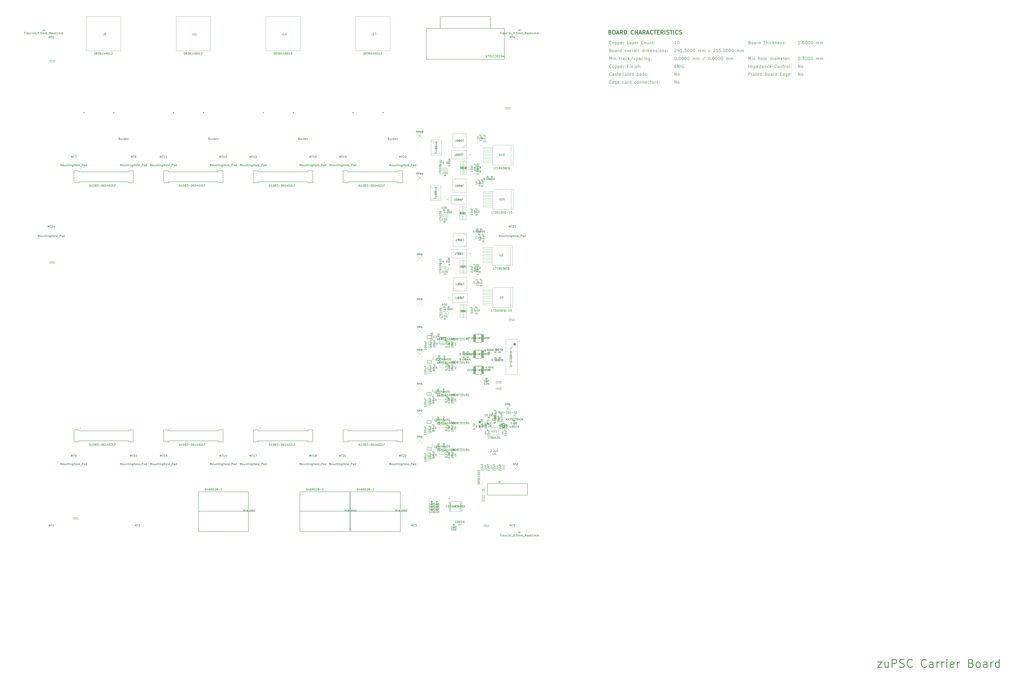
<source format=gbr>
%TF.GenerationSoftware,KiCad,Pcbnew,9.0.6-9.0.6~ubuntu22.04.1*%
%TF.CreationDate,2026-01-06T17:11:06-05:00*%
%TF.ProjectId,psc_carrier_brd,7073635f-6361-4727-9269-65725f627264,rev?*%
%TF.SameCoordinates,Original*%
%TF.FileFunction,AssemblyDrawing,Top*%
%FSLAX46Y46*%
G04 Gerber Fmt 4.6, Leading zero omitted, Abs format (unit mm)*
G04 Created by KiCad (PCBNEW 9.0.6-9.0.6~ubuntu22.04.1) date 2026-01-06 17:11:06*
%MOMM*%
%LPD*%
G01*
G04 APERTURE LIST*
%ADD10C,0.200000*%
%ADD11C,0.450000*%
%ADD12C,0.400000*%
%ADD13C,0.150000*%
%ADD14C,0.040000*%
%ADD15C,0.098425*%
%ADD16C,0.110000*%
%ADD17C,0.060000*%
%ADD18C,0.090000*%
%ADD19C,0.120000*%
%ADD20C,0.080000*%
%ADD21C,0.078740*%
%ADD22C,0.075000*%
%ADD23C,0.100000*%
%ADD24C,0.025400*%
%ADD25C,0.127000*%
%ADD26C,0.152400*%
%ADD27C,0.508000*%
G04 APERTURE END LIST*
D10*
X381681578Y-94869028D02*
X381824435Y-94869028D01*
X381824435Y-94869028D02*
X381967292Y-94940457D01*
X381967292Y-94940457D02*
X382038721Y-95011885D01*
X382038721Y-95011885D02*
X382110149Y-95154742D01*
X382110149Y-95154742D02*
X382181578Y-95440457D01*
X382181578Y-95440457D02*
X382181578Y-95797600D01*
X382181578Y-95797600D02*
X382110149Y-96083314D01*
X382110149Y-96083314D02*
X382038721Y-96226171D01*
X382038721Y-96226171D02*
X381967292Y-96297600D01*
X381967292Y-96297600D02*
X381824435Y-96369028D01*
X381824435Y-96369028D02*
X381681578Y-96369028D01*
X381681578Y-96369028D02*
X381538721Y-96297600D01*
X381538721Y-96297600D02*
X381467292Y-96226171D01*
X381467292Y-96226171D02*
X381395863Y-96083314D01*
X381395863Y-96083314D02*
X381324435Y-95797600D01*
X381324435Y-95797600D02*
X381324435Y-95440457D01*
X381324435Y-95440457D02*
X381395863Y-95154742D01*
X381395863Y-95154742D02*
X381467292Y-95011885D01*
X381467292Y-95011885D02*
X381538721Y-94940457D01*
X381538721Y-94940457D02*
X381681578Y-94869028D01*
X382824434Y-96226171D02*
X382895863Y-96297600D01*
X382895863Y-96297600D02*
X382824434Y-96369028D01*
X382824434Y-96369028D02*
X382753006Y-96297600D01*
X382753006Y-96297600D02*
X382824434Y-96226171D01*
X382824434Y-96226171D02*
X382824434Y-96369028D01*
X383824435Y-94869028D02*
X383967292Y-94869028D01*
X383967292Y-94869028D02*
X384110149Y-94940457D01*
X384110149Y-94940457D02*
X384181578Y-95011885D01*
X384181578Y-95011885D02*
X384253006Y-95154742D01*
X384253006Y-95154742D02*
X384324435Y-95440457D01*
X384324435Y-95440457D02*
X384324435Y-95797600D01*
X384324435Y-95797600D02*
X384253006Y-96083314D01*
X384253006Y-96083314D02*
X384181578Y-96226171D01*
X384181578Y-96226171D02*
X384110149Y-96297600D01*
X384110149Y-96297600D02*
X383967292Y-96369028D01*
X383967292Y-96369028D02*
X383824435Y-96369028D01*
X383824435Y-96369028D02*
X383681578Y-96297600D01*
X383681578Y-96297600D02*
X383610149Y-96226171D01*
X383610149Y-96226171D02*
X383538720Y-96083314D01*
X383538720Y-96083314D02*
X383467292Y-95797600D01*
X383467292Y-95797600D02*
X383467292Y-95440457D01*
X383467292Y-95440457D02*
X383538720Y-95154742D01*
X383538720Y-95154742D02*
X383610149Y-95011885D01*
X383610149Y-95011885D02*
X383681578Y-94940457D01*
X383681578Y-94940457D02*
X383824435Y-94869028D01*
X385253006Y-94869028D02*
X385395863Y-94869028D01*
X385395863Y-94869028D02*
X385538720Y-94940457D01*
X385538720Y-94940457D02*
X385610149Y-95011885D01*
X385610149Y-95011885D02*
X385681577Y-95154742D01*
X385681577Y-95154742D02*
X385753006Y-95440457D01*
X385753006Y-95440457D02*
X385753006Y-95797600D01*
X385753006Y-95797600D02*
X385681577Y-96083314D01*
X385681577Y-96083314D02*
X385610149Y-96226171D01*
X385610149Y-96226171D02*
X385538720Y-96297600D01*
X385538720Y-96297600D02*
X385395863Y-96369028D01*
X385395863Y-96369028D02*
X385253006Y-96369028D01*
X385253006Y-96369028D02*
X385110149Y-96297600D01*
X385110149Y-96297600D02*
X385038720Y-96226171D01*
X385038720Y-96226171D02*
X384967291Y-96083314D01*
X384967291Y-96083314D02*
X384895863Y-95797600D01*
X384895863Y-95797600D02*
X384895863Y-95440457D01*
X384895863Y-95440457D02*
X384967291Y-95154742D01*
X384967291Y-95154742D02*
X385038720Y-95011885D01*
X385038720Y-95011885D02*
X385110149Y-94940457D01*
X385110149Y-94940457D02*
X385253006Y-94869028D01*
X386681577Y-94869028D02*
X386824434Y-94869028D01*
X386824434Y-94869028D02*
X386967291Y-94940457D01*
X386967291Y-94940457D02*
X387038720Y-95011885D01*
X387038720Y-95011885D02*
X387110148Y-95154742D01*
X387110148Y-95154742D02*
X387181577Y-95440457D01*
X387181577Y-95440457D02*
X387181577Y-95797600D01*
X387181577Y-95797600D02*
X387110148Y-96083314D01*
X387110148Y-96083314D02*
X387038720Y-96226171D01*
X387038720Y-96226171D02*
X386967291Y-96297600D01*
X386967291Y-96297600D02*
X386824434Y-96369028D01*
X386824434Y-96369028D02*
X386681577Y-96369028D01*
X386681577Y-96369028D02*
X386538720Y-96297600D01*
X386538720Y-96297600D02*
X386467291Y-96226171D01*
X386467291Y-96226171D02*
X386395862Y-96083314D01*
X386395862Y-96083314D02*
X386324434Y-95797600D01*
X386324434Y-95797600D02*
X386324434Y-95440457D01*
X386324434Y-95440457D02*
X386395862Y-95154742D01*
X386395862Y-95154742D02*
X386467291Y-95011885D01*
X386467291Y-95011885D02*
X386538720Y-94940457D01*
X386538720Y-94940457D02*
X386681577Y-94869028D01*
X388110148Y-94869028D02*
X388253005Y-94869028D01*
X388253005Y-94869028D02*
X388395862Y-94940457D01*
X388395862Y-94940457D02*
X388467291Y-95011885D01*
X388467291Y-95011885D02*
X388538719Y-95154742D01*
X388538719Y-95154742D02*
X388610148Y-95440457D01*
X388610148Y-95440457D02*
X388610148Y-95797600D01*
X388610148Y-95797600D02*
X388538719Y-96083314D01*
X388538719Y-96083314D02*
X388467291Y-96226171D01*
X388467291Y-96226171D02*
X388395862Y-96297600D01*
X388395862Y-96297600D02*
X388253005Y-96369028D01*
X388253005Y-96369028D02*
X388110148Y-96369028D01*
X388110148Y-96369028D02*
X387967291Y-96297600D01*
X387967291Y-96297600D02*
X387895862Y-96226171D01*
X387895862Y-96226171D02*
X387824433Y-96083314D01*
X387824433Y-96083314D02*
X387753005Y-95797600D01*
X387753005Y-95797600D02*
X387753005Y-95440457D01*
X387753005Y-95440457D02*
X387824433Y-95154742D01*
X387824433Y-95154742D02*
X387895862Y-95011885D01*
X387895862Y-95011885D02*
X387967291Y-94940457D01*
X387967291Y-94940457D02*
X388110148Y-94869028D01*
X390395861Y-96369028D02*
X390395861Y-95369028D01*
X390395861Y-95511885D02*
X390467290Y-95440457D01*
X390467290Y-95440457D02*
X390610147Y-95369028D01*
X390610147Y-95369028D02*
X390824433Y-95369028D01*
X390824433Y-95369028D02*
X390967290Y-95440457D01*
X390967290Y-95440457D02*
X391038719Y-95583314D01*
X391038719Y-95583314D02*
X391038719Y-96369028D01*
X391038719Y-95583314D02*
X391110147Y-95440457D01*
X391110147Y-95440457D02*
X391253004Y-95369028D01*
X391253004Y-95369028D02*
X391467290Y-95369028D01*
X391467290Y-95369028D02*
X391610147Y-95440457D01*
X391610147Y-95440457D02*
X391681576Y-95583314D01*
X391681576Y-95583314D02*
X391681576Y-96369028D01*
X392395861Y-96369028D02*
X392395861Y-95369028D01*
X392395861Y-95511885D02*
X392467290Y-95440457D01*
X392467290Y-95440457D02*
X392610147Y-95369028D01*
X392610147Y-95369028D02*
X392824433Y-95369028D01*
X392824433Y-95369028D02*
X392967290Y-95440457D01*
X392967290Y-95440457D02*
X393038719Y-95583314D01*
X393038719Y-95583314D02*
X393038719Y-96369028D01*
X393038719Y-95583314D02*
X393110147Y-95440457D01*
X393110147Y-95440457D02*
X393253004Y-95369028D01*
X393253004Y-95369028D02*
X393467290Y-95369028D01*
X393467290Y-95369028D02*
X393610147Y-95440457D01*
X393610147Y-95440457D02*
X393681576Y-95583314D01*
X393681576Y-95583314D02*
X393681576Y-96369028D01*
X396610147Y-94797600D02*
X395324433Y-96726171D01*
X398538719Y-94869028D02*
X398681576Y-94869028D01*
X398681576Y-94869028D02*
X398824433Y-94940457D01*
X398824433Y-94940457D02*
X398895862Y-95011885D01*
X398895862Y-95011885D02*
X398967290Y-95154742D01*
X398967290Y-95154742D02*
X399038719Y-95440457D01*
X399038719Y-95440457D02*
X399038719Y-95797600D01*
X399038719Y-95797600D02*
X398967290Y-96083314D01*
X398967290Y-96083314D02*
X398895862Y-96226171D01*
X398895862Y-96226171D02*
X398824433Y-96297600D01*
X398824433Y-96297600D02*
X398681576Y-96369028D01*
X398681576Y-96369028D02*
X398538719Y-96369028D01*
X398538719Y-96369028D02*
X398395862Y-96297600D01*
X398395862Y-96297600D02*
X398324433Y-96226171D01*
X398324433Y-96226171D02*
X398253004Y-96083314D01*
X398253004Y-96083314D02*
X398181576Y-95797600D01*
X398181576Y-95797600D02*
X398181576Y-95440457D01*
X398181576Y-95440457D02*
X398253004Y-95154742D01*
X398253004Y-95154742D02*
X398324433Y-95011885D01*
X398324433Y-95011885D02*
X398395862Y-94940457D01*
X398395862Y-94940457D02*
X398538719Y-94869028D01*
X399681575Y-96226171D02*
X399753004Y-96297600D01*
X399753004Y-96297600D02*
X399681575Y-96369028D01*
X399681575Y-96369028D02*
X399610147Y-96297600D01*
X399610147Y-96297600D02*
X399681575Y-96226171D01*
X399681575Y-96226171D02*
X399681575Y-96369028D01*
X400681576Y-94869028D02*
X400824433Y-94869028D01*
X400824433Y-94869028D02*
X400967290Y-94940457D01*
X400967290Y-94940457D02*
X401038719Y-95011885D01*
X401038719Y-95011885D02*
X401110147Y-95154742D01*
X401110147Y-95154742D02*
X401181576Y-95440457D01*
X401181576Y-95440457D02*
X401181576Y-95797600D01*
X401181576Y-95797600D02*
X401110147Y-96083314D01*
X401110147Y-96083314D02*
X401038719Y-96226171D01*
X401038719Y-96226171D02*
X400967290Y-96297600D01*
X400967290Y-96297600D02*
X400824433Y-96369028D01*
X400824433Y-96369028D02*
X400681576Y-96369028D01*
X400681576Y-96369028D02*
X400538719Y-96297600D01*
X400538719Y-96297600D02*
X400467290Y-96226171D01*
X400467290Y-96226171D02*
X400395861Y-96083314D01*
X400395861Y-96083314D02*
X400324433Y-95797600D01*
X400324433Y-95797600D02*
X400324433Y-95440457D01*
X400324433Y-95440457D02*
X400395861Y-95154742D01*
X400395861Y-95154742D02*
X400467290Y-95011885D01*
X400467290Y-95011885D02*
X400538719Y-94940457D01*
X400538719Y-94940457D02*
X400681576Y-94869028D01*
X402110147Y-94869028D02*
X402253004Y-94869028D01*
X402253004Y-94869028D02*
X402395861Y-94940457D01*
X402395861Y-94940457D02*
X402467290Y-95011885D01*
X402467290Y-95011885D02*
X402538718Y-95154742D01*
X402538718Y-95154742D02*
X402610147Y-95440457D01*
X402610147Y-95440457D02*
X402610147Y-95797600D01*
X402610147Y-95797600D02*
X402538718Y-96083314D01*
X402538718Y-96083314D02*
X402467290Y-96226171D01*
X402467290Y-96226171D02*
X402395861Y-96297600D01*
X402395861Y-96297600D02*
X402253004Y-96369028D01*
X402253004Y-96369028D02*
X402110147Y-96369028D01*
X402110147Y-96369028D02*
X401967290Y-96297600D01*
X401967290Y-96297600D02*
X401895861Y-96226171D01*
X401895861Y-96226171D02*
X401824432Y-96083314D01*
X401824432Y-96083314D02*
X401753004Y-95797600D01*
X401753004Y-95797600D02*
X401753004Y-95440457D01*
X401753004Y-95440457D02*
X401824432Y-95154742D01*
X401824432Y-95154742D02*
X401895861Y-95011885D01*
X401895861Y-95011885D02*
X401967290Y-94940457D01*
X401967290Y-94940457D02*
X402110147Y-94869028D01*
X403538718Y-94869028D02*
X403681575Y-94869028D01*
X403681575Y-94869028D02*
X403824432Y-94940457D01*
X403824432Y-94940457D02*
X403895861Y-95011885D01*
X403895861Y-95011885D02*
X403967289Y-95154742D01*
X403967289Y-95154742D02*
X404038718Y-95440457D01*
X404038718Y-95440457D02*
X404038718Y-95797600D01*
X404038718Y-95797600D02*
X403967289Y-96083314D01*
X403967289Y-96083314D02*
X403895861Y-96226171D01*
X403895861Y-96226171D02*
X403824432Y-96297600D01*
X403824432Y-96297600D02*
X403681575Y-96369028D01*
X403681575Y-96369028D02*
X403538718Y-96369028D01*
X403538718Y-96369028D02*
X403395861Y-96297600D01*
X403395861Y-96297600D02*
X403324432Y-96226171D01*
X403324432Y-96226171D02*
X403253003Y-96083314D01*
X403253003Y-96083314D02*
X403181575Y-95797600D01*
X403181575Y-95797600D02*
X403181575Y-95440457D01*
X403181575Y-95440457D02*
X403253003Y-95154742D01*
X403253003Y-95154742D02*
X403324432Y-95011885D01*
X403324432Y-95011885D02*
X403395861Y-94940457D01*
X403395861Y-94940457D02*
X403538718Y-94869028D01*
X404967289Y-94869028D02*
X405110146Y-94869028D01*
X405110146Y-94869028D02*
X405253003Y-94940457D01*
X405253003Y-94940457D02*
X405324432Y-95011885D01*
X405324432Y-95011885D02*
X405395860Y-95154742D01*
X405395860Y-95154742D02*
X405467289Y-95440457D01*
X405467289Y-95440457D02*
X405467289Y-95797600D01*
X405467289Y-95797600D02*
X405395860Y-96083314D01*
X405395860Y-96083314D02*
X405324432Y-96226171D01*
X405324432Y-96226171D02*
X405253003Y-96297600D01*
X405253003Y-96297600D02*
X405110146Y-96369028D01*
X405110146Y-96369028D02*
X404967289Y-96369028D01*
X404967289Y-96369028D02*
X404824432Y-96297600D01*
X404824432Y-96297600D02*
X404753003Y-96226171D01*
X404753003Y-96226171D02*
X404681574Y-96083314D01*
X404681574Y-96083314D02*
X404610146Y-95797600D01*
X404610146Y-95797600D02*
X404610146Y-95440457D01*
X404610146Y-95440457D02*
X404681574Y-95154742D01*
X404681574Y-95154742D02*
X404753003Y-95011885D01*
X404753003Y-95011885D02*
X404824432Y-94940457D01*
X404824432Y-94940457D02*
X404967289Y-94869028D01*
X407253002Y-96369028D02*
X407253002Y-95369028D01*
X407253002Y-95511885D02*
X407324431Y-95440457D01*
X407324431Y-95440457D02*
X407467288Y-95369028D01*
X407467288Y-95369028D02*
X407681574Y-95369028D01*
X407681574Y-95369028D02*
X407824431Y-95440457D01*
X407824431Y-95440457D02*
X407895860Y-95583314D01*
X407895860Y-95583314D02*
X407895860Y-96369028D01*
X407895860Y-95583314D02*
X407967288Y-95440457D01*
X407967288Y-95440457D02*
X408110145Y-95369028D01*
X408110145Y-95369028D02*
X408324431Y-95369028D01*
X408324431Y-95369028D02*
X408467288Y-95440457D01*
X408467288Y-95440457D02*
X408538717Y-95583314D01*
X408538717Y-95583314D02*
X408538717Y-96369028D01*
X409253002Y-96369028D02*
X409253002Y-95369028D01*
X409253002Y-95511885D02*
X409324431Y-95440457D01*
X409324431Y-95440457D02*
X409467288Y-95369028D01*
X409467288Y-95369028D02*
X409681574Y-95369028D01*
X409681574Y-95369028D02*
X409824431Y-95440457D01*
X409824431Y-95440457D02*
X409895860Y-95583314D01*
X409895860Y-95583314D02*
X409895860Y-96369028D01*
X409895860Y-95583314D02*
X409967288Y-95440457D01*
X409967288Y-95440457D02*
X410110145Y-95369028D01*
X410110145Y-95369028D02*
X410324431Y-95369028D01*
X410324431Y-95369028D02*
X410467288Y-95440457D01*
X410467288Y-95440457D02*
X410538717Y-95583314D01*
X410538717Y-95583314D02*
X410538717Y-96369028D01*
X349595863Y-88312171D02*
X349524435Y-88383600D01*
X349524435Y-88383600D02*
X349310149Y-88455028D01*
X349310149Y-88455028D02*
X349167292Y-88455028D01*
X349167292Y-88455028D02*
X348953006Y-88383600D01*
X348953006Y-88383600D02*
X348810149Y-88240742D01*
X348810149Y-88240742D02*
X348738720Y-88097885D01*
X348738720Y-88097885D02*
X348667292Y-87812171D01*
X348667292Y-87812171D02*
X348667292Y-87597885D01*
X348667292Y-87597885D02*
X348738720Y-87312171D01*
X348738720Y-87312171D02*
X348810149Y-87169314D01*
X348810149Y-87169314D02*
X348953006Y-87026457D01*
X348953006Y-87026457D02*
X349167292Y-86955028D01*
X349167292Y-86955028D02*
X349310149Y-86955028D01*
X349310149Y-86955028D02*
X349524435Y-87026457D01*
X349524435Y-87026457D02*
X349595863Y-87097885D01*
X350453006Y-88455028D02*
X350310149Y-88383600D01*
X350310149Y-88383600D02*
X350238720Y-88312171D01*
X350238720Y-88312171D02*
X350167292Y-88169314D01*
X350167292Y-88169314D02*
X350167292Y-87740742D01*
X350167292Y-87740742D02*
X350238720Y-87597885D01*
X350238720Y-87597885D02*
X350310149Y-87526457D01*
X350310149Y-87526457D02*
X350453006Y-87455028D01*
X350453006Y-87455028D02*
X350667292Y-87455028D01*
X350667292Y-87455028D02*
X350810149Y-87526457D01*
X350810149Y-87526457D02*
X350881578Y-87597885D01*
X350881578Y-87597885D02*
X350953006Y-87740742D01*
X350953006Y-87740742D02*
X350953006Y-88169314D01*
X350953006Y-88169314D02*
X350881578Y-88312171D01*
X350881578Y-88312171D02*
X350810149Y-88383600D01*
X350810149Y-88383600D02*
X350667292Y-88455028D01*
X350667292Y-88455028D02*
X350453006Y-88455028D01*
X351595863Y-87455028D02*
X351595863Y-88955028D01*
X351595863Y-87526457D02*
X351738721Y-87455028D01*
X351738721Y-87455028D02*
X352024435Y-87455028D01*
X352024435Y-87455028D02*
X352167292Y-87526457D01*
X352167292Y-87526457D02*
X352238721Y-87597885D01*
X352238721Y-87597885D02*
X352310149Y-87740742D01*
X352310149Y-87740742D02*
X352310149Y-88169314D01*
X352310149Y-88169314D02*
X352238721Y-88312171D01*
X352238721Y-88312171D02*
X352167292Y-88383600D01*
X352167292Y-88383600D02*
X352024435Y-88455028D01*
X352024435Y-88455028D02*
X351738721Y-88455028D01*
X351738721Y-88455028D02*
X351595863Y-88383600D01*
X352953006Y-87455028D02*
X352953006Y-88955028D01*
X352953006Y-87526457D02*
X353095864Y-87455028D01*
X353095864Y-87455028D02*
X353381578Y-87455028D01*
X353381578Y-87455028D02*
X353524435Y-87526457D01*
X353524435Y-87526457D02*
X353595864Y-87597885D01*
X353595864Y-87597885D02*
X353667292Y-87740742D01*
X353667292Y-87740742D02*
X353667292Y-88169314D01*
X353667292Y-88169314D02*
X353595864Y-88312171D01*
X353595864Y-88312171D02*
X353524435Y-88383600D01*
X353524435Y-88383600D02*
X353381578Y-88455028D01*
X353381578Y-88455028D02*
X353095864Y-88455028D01*
X353095864Y-88455028D02*
X352953006Y-88383600D01*
X354881578Y-88383600D02*
X354738721Y-88455028D01*
X354738721Y-88455028D02*
X354453007Y-88455028D01*
X354453007Y-88455028D02*
X354310149Y-88383600D01*
X354310149Y-88383600D02*
X354238721Y-88240742D01*
X354238721Y-88240742D02*
X354238721Y-87669314D01*
X354238721Y-87669314D02*
X354310149Y-87526457D01*
X354310149Y-87526457D02*
X354453007Y-87455028D01*
X354453007Y-87455028D02*
X354738721Y-87455028D01*
X354738721Y-87455028D02*
X354881578Y-87526457D01*
X354881578Y-87526457D02*
X354953007Y-87669314D01*
X354953007Y-87669314D02*
X354953007Y-87812171D01*
X354953007Y-87812171D02*
X354238721Y-87955028D01*
X355595863Y-88455028D02*
X355595863Y-87455028D01*
X355595863Y-87740742D02*
X355667292Y-87597885D01*
X355667292Y-87597885D02*
X355738721Y-87526457D01*
X355738721Y-87526457D02*
X355881578Y-87455028D01*
X355881578Y-87455028D02*
X356024435Y-87455028D01*
X358381577Y-88455028D02*
X357667291Y-88455028D01*
X357667291Y-88455028D02*
X357667291Y-86955028D01*
X359524435Y-88455028D02*
X359524435Y-87669314D01*
X359524435Y-87669314D02*
X359453006Y-87526457D01*
X359453006Y-87526457D02*
X359310149Y-87455028D01*
X359310149Y-87455028D02*
X359024435Y-87455028D01*
X359024435Y-87455028D02*
X358881577Y-87526457D01*
X359524435Y-88383600D02*
X359381577Y-88455028D01*
X359381577Y-88455028D02*
X359024435Y-88455028D01*
X359024435Y-88455028D02*
X358881577Y-88383600D01*
X358881577Y-88383600D02*
X358810149Y-88240742D01*
X358810149Y-88240742D02*
X358810149Y-88097885D01*
X358810149Y-88097885D02*
X358881577Y-87955028D01*
X358881577Y-87955028D02*
X359024435Y-87883600D01*
X359024435Y-87883600D02*
X359381577Y-87883600D01*
X359381577Y-87883600D02*
X359524435Y-87812171D01*
X360095863Y-87455028D02*
X360453006Y-88455028D01*
X360810149Y-87455028D02*
X360453006Y-88455028D01*
X360453006Y-88455028D02*
X360310149Y-88812171D01*
X360310149Y-88812171D02*
X360238720Y-88883600D01*
X360238720Y-88883600D02*
X360095863Y-88955028D01*
X361953006Y-88383600D02*
X361810149Y-88455028D01*
X361810149Y-88455028D02*
X361524435Y-88455028D01*
X361524435Y-88455028D02*
X361381577Y-88383600D01*
X361381577Y-88383600D02*
X361310149Y-88240742D01*
X361310149Y-88240742D02*
X361310149Y-87669314D01*
X361310149Y-87669314D02*
X361381577Y-87526457D01*
X361381577Y-87526457D02*
X361524435Y-87455028D01*
X361524435Y-87455028D02*
X361810149Y-87455028D01*
X361810149Y-87455028D02*
X361953006Y-87526457D01*
X361953006Y-87526457D02*
X362024435Y-87669314D01*
X362024435Y-87669314D02*
X362024435Y-87812171D01*
X362024435Y-87812171D02*
X361310149Y-87955028D01*
X362667291Y-88455028D02*
X362667291Y-87455028D01*
X362667291Y-87740742D02*
X362738720Y-87597885D01*
X362738720Y-87597885D02*
X362810149Y-87526457D01*
X362810149Y-87526457D02*
X362953006Y-87455028D01*
X362953006Y-87455028D02*
X363095863Y-87455028D01*
X365595862Y-88312171D02*
X365524434Y-88383600D01*
X365524434Y-88383600D02*
X365310148Y-88455028D01*
X365310148Y-88455028D02*
X365167291Y-88455028D01*
X365167291Y-88455028D02*
X364953005Y-88383600D01*
X364953005Y-88383600D02*
X364810148Y-88240742D01*
X364810148Y-88240742D02*
X364738719Y-88097885D01*
X364738719Y-88097885D02*
X364667291Y-87812171D01*
X364667291Y-87812171D02*
X364667291Y-87597885D01*
X364667291Y-87597885D02*
X364738719Y-87312171D01*
X364738719Y-87312171D02*
X364810148Y-87169314D01*
X364810148Y-87169314D02*
X364953005Y-87026457D01*
X364953005Y-87026457D02*
X365167291Y-86955028D01*
X365167291Y-86955028D02*
X365310148Y-86955028D01*
X365310148Y-86955028D02*
X365524434Y-87026457D01*
X365524434Y-87026457D02*
X365595862Y-87097885D01*
X366453005Y-88455028D02*
X366310148Y-88383600D01*
X366310148Y-88383600D02*
X366238719Y-88312171D01*
X366238719Y-88312171D02*
X366167291Y-88169314D01*
X366167291Y-88169314D02*
X366167291Y-87740742D01*
X366167291Y-87740742D02*
X366238719Y-87597885D01*
X366238719Y-87597885D02*
X366310148Y-87526457D01*
X366310148Y-87526457D02*
X366453005Y-87455028D01*
X366453005Y-87455028D02*
X366667291Y-87455028D01*
X366667291Y-87455028D02*
X366810148Y-87526457D01*
X366810148Y-87526457D02*
X366881577Y-87597885D01*
X366881577Y-87597885D02*
X366953005Y-87740742D01*
X366953005Y-87740742D02*
X366953005Y-88169314D01*
X366953005Y-88169314D02*
X366881577Y-88312171D01*
X366881577Y-88312171D02*
X366810148Y-88383600D01*
X366810148Y-88383600D02*
X366667291Y-88455028D01*
X366667291Y-88455028D02*
X366453005Y-88455028D01*
X368238720Y-87455028D02*
X368238720Y-88455028D01*
X367595862Y-87455028D02*
X367595862Y-88240742D01*
X367595862Y-88240742D02*
X367667291Y-88383600D01*
X367667291Y-88383600D02*
X367810148Y-88455028D01*
X367810148Y-88455028D02*
X368024434Y-88455028D01*
X368024434Y-88455028D02*
X368167291Y-88383600D01*
X368167291Y-88383600D02*
X368238720Y-88312171D01*
X368953005Y-87455028D02*
X368953005Y-88455028D01*
X368953005Y-87597885D02*
X369024434Y-87526457D01*
X369024434Y-87526457D02*
X369167291Y-87455028D01*
X369167291Y-87455028D02*
X369381577Y-87455028D01*
X369381577Y-87455028D02*
X369524434Y-87526457D01*
X369524434Y-87526457D02*
X369595863Y-87669314D01*
X369595863Y-87669314D02*
X369595863Y-88455028D01*
X370095863Y-87455028D02*
X370667291Y-87455028D01*
X370310148Y-86955028D02*
X370310148Y-88240742D01*
X370310148Y-88240742D02*
X370381577Y-88383600D01*
X370381577Y-88383600D02*
X370524434Y-88455028D01*
X370524434Y-88455028D02*
X370667291Y-88455028D01*
X371167291Y-88312171D02*
X371238720Y-88383600D01*
X371238720Y-88383600D02*
X371167291Y-88455028D01*
X371167291Y-88455028D02*
X371095863Y-88383600D01*
X371095863Y-88383600D02*
X371167291Y-88312171D01*
X371167291Y-88312171D02*
X371167291Y-88455028D01*
X371167291Y-87526457D02*
X371238720Y-87597885D01*
X371238720Y-87597885D02*
X371167291Y-87669314D01*
X371167291Y-87669314D02*
X371095863Y-87597885D01*
X371095863Y-87597885D02*
X371167291Y-87526457D01*
X371167291Y-87526457D02*
X371167291Y-87669314D01*
X348738720Y-107454314D02*
X349238720Y-107454314D01*
X349453006Y-108240028D02*
X348738720Y-108240028D01*
X348738720Y-108240028D02*
X348738720Y-106740028D01*
X348738720Y-106740028D02*
X349453006Y-106740028D01*
X350738721Y-108240028D02*
X350738721Y-106740028D01*
X350738721Y-108168600D02*
X350595863Y-108240028D01*
X350595863Y-108240028D02*
X350310149Y-108240028D01*
X350310149Y-108240028D02*
X350167292Y-108168600D01*
X350167292Y-108168600D02*
X350095863Y-108097171D01*
X350095863Y-108097171D02*
X350024435Y-107954314D01*
X350024435Y-107954314D02*
X350024435Y-107525742D01*
X350024435Y-107525742D02*
X350095863Y-107382885D01*
X350095863Y-107382885D02*
X350167292Y-107311457D01*
X350167292Y-107311457D02*
X350310149Y-107240028D01*
X350310149Y-107240028D02*
X350595863Y-107240028D01*
X350595863Y-107240028D02*
X350738721Y-107311457D01*
X352095864Y-107240028D02*
X352095864Y-108454314D01*
X352095864Y-108454314D02*
X352024435Y-108597171D01*
X352024435Y-108597171D02*
X351953006Y-108668600D01*
X351953006Y-108668600D02*
X351810149Y-108740028D01*
X351810149Y-108740028D02*
X351595864Y-108740028D01*
X351595864Y-108740028D02*
X351453006Y-108668600D01*
X352095864Y-108168600D02*
X351953006Y-108240028D01*
X351953006Y-108240028D02*
X351667292Y-108240028D01*
X351667292Y-108240028D02*
X351524435Y-108168600D01*
X351524435Y-108168600D02*
X351453006Y-108097171D01*
X351453006Y-108097171D02*
X351381578Y-107954314D01*
X351381578Y-107954314D02*
X351381578Y-107525742D01*
X351381578Y-107525742D02*
X351453006Y-107382885D01*
X351453006Y-107382885D02*
X351524435Y-107311457D01*
X351524435Y-107311457D02*
X351667292Y-107240028D01*
X351667292Y-107240028D02*
X351953006Y-107240028D01*
X351953006Y-107240028D02*
X352095864Y-107311457D01*
X353381578Y-108168600D02*
X353238721Y-108240028D01*
X353238721Y-108240028D02*
X352953007Y-108240028D01*
X352953007Y-108240028D02*
X352810149Y-108168600D01*
X352810149Y-108168600D02*
X352738721Y-108025742D01*
X352738721Y-108025742D02*
X352738721Y-107454314D01*
X352738721Y-107454314D02*
X352810149Y-107311457D01*
X352810149Y-107311457D02*
X352953007Y-107240028D01*
X352953007Y-107240028D02*
X353238721Y-107240028D01*
X353238721Y-107240028D02*
X353381578Y-107311457D01*
X353381578Y-107311457D02*
X353453007Y-107454314D01*
X353453007Y-107454314D02*
X353453007Y-107597171D01*
X353453007Y-107597171D02*
X352738721Y-107740028D01*
X355881578Y-108168600D02*
X355738720Y-108240028D01*
X355738720Y-108240028D02*
X355453006Y-108240028D01*
X355453006Y-108240028D02*
X355310149Y-108168600D01*
X355310149Y-108168600D02*
X355238720Y-108097171D01*
X355238720Y-108097171D02*
X355167292Y-107954314D01*
X355167292Y-107954314D02*
X355167292Y-107525742D01*
X355167292Y-107525742D02*
X355238720Y-107382885D01*
X355238720Y-107382885D02*
X355310149Y-107311457D01*
X355310149Y-107311457D02*
X355453006Y-107240028D01*
X355453006Y-107240028D02*
X355738720Y-107240028D01*
X355738720Y-107240028D02*
X355881578Y-107311457D01*
X357167292Y-108240028D02*
X357167292Y-107454314D01*
X357167292Y-107454314D02*
X357095863Y-107311457D01*
X357095863Y-107311457D02*
X356953006Y-107240028D01*
X356953006Y-107240028D02*
X356667292Y-107240028D01*
X356667292Y-107240028D02*
X356524434Y-107311457D01*
X357167292Y-108168600D02*
X357024434Y-108240028D01*
X357024434Y-108240028D02*
X356667292Y-108240028D01*
X356667292Y-108240028D02*
X356524434Y-108168600D01*
X356524434Y-108168600D02*
X356453006Y-108025742D01*
X356453006Y-108025742D02*
X356453006Y-107882885D01*
X356453006Y-107882885D02*
X356524434Y-107740028D01*
X356524434Y-107740028D02*
X356667292Y-107668600D01*
X356667292Y-107668600D02*
X357024434Y-107668600D01*
X357024434Y-107668600D02*
X357167292Y-107597171D01*
X357881577Y-108240028D02*
X357881577Y-107240028D01*
X357881577Y-107525742D02*
X357953006Y-107382885D01*
X357953006Y-107382885D02*
X358024435Y-107311457D01*
X358024435Y-107311457D02*
X358167292Y-107240028D01*
X358167292Y-107240028D02*
X358310149Y-107240028D01*
X359453006Y-108240028D02*
X359453006Y-106740028D01*
X359453006Y-108168600D02*
X359310148Y-108240028D01*
X359310148Y-108240028D02*
X359024434Y-108240028D01*
X359024434Y-108240028D02*
X358881577Y-108168600D01*
X358881577Y-108168600D02*
X358810148Y-108097171D01*
X358810148Y-108097171D02*
X358738720Y-107954314D01*
X358738720Y-107954314D02*
X358738720Y-107525742D01*
X358738720Y-107525742D02*
X358810148Y-107382885D01*
X358810148Y-107382885D02*
X358881577Y-107311457D01*
X358881577Y-107311457D02*
X359024434Y-107240028D01*
X359024434Y-107240028D02*
X359310148Y-107240028D01*
X359310148Y-107240028D02*
X359453006Y-107311457D01*
X361953006Y-108168600D02*
X361810148Y-108240028D01*
X361810148Y-108240028D02*
X361524434Y-108240028D01*
X361524434Y-108240028D02*
X361381577Y-108168600D01*
X361381577Y-108168600D02*
X361310148Y-108097171D01*
X361310148Y-108097171D02*
X361238720Y-107954314D01*
X361238720Y-107954314D02*
X361238720Y-107525742D01*
X361238720Y-107525742D02*
X361310148Y-107382885D01*
X361310148Y-107382885D02*
X361381577Y-107311457D01*
X361381577Y-107311457D02*
X361524434Y-107240028D01*
X361524434Y-107240028D02*
X361810148Y-107240028D01*
X361810148Y-107240028D02*
X361953006Y-107311457D01*
X362810148Y-108240028D02*
X362667291Y-108168600D01*
X362667291Y-108168600D02*
X362595862Y-108097171D01*
X362595862Y-108097171D02*
X362524434Y-107954314D01*
X362524434Y-107954314D02*
X362524434Y-107525742D01*
X362524434Y-107525742D02*
X362595862Y-107382885D01*
X362595862Y-107382885D02*
X362667291Y-107311457D01*
X362667291Y-107311457D02*
X362810148Y-107240028D01*
X362810148Y-107240028D02*
X363024434Y-107240028D01*
X363024434Y-107240028D02*
X363167291Y-107311457D01*
X363167291Y-107311457D02*
X363238720Y-107382885D01*
X363238720Y-107382885D02*
X363310148Y-107525742D01*
X363310148Y-107525742D02*
X363310148Y-107954314D01*
X363310148Y-107954314D02*
X363238720Y-108097171D01*
X363238720Y-108097171D02*
X363167291Y-108168600D01*
X363167291Y-108168600D02*
X363024434Y-108240028D01*
X363024434Y-108240028D02*
X362810148Y-108240028D01*
X363953005Y-107240028D02*
X363953005Y-108240028D01*
X363953005Y-107382885D02*
X364024434Y-107311457D01*
X364024434Y-107311457D02*
X364167291Y-107240028D01*
X364167291Y-107240028D02*
X364381577Y-107240028D01*
X364381577Y-107240028D02*
X364524434Y-107311457D01*
X364524434Y-107311457D02*
X364595863Y-107454314D01*
X364595863Y-107454314D02*
X364595863Y-108240028D01*
X365310148Y-107240028D02*
X365310148Y-108240028D01*
X365310148Y-107382885D02*
X365381577Y-107311457D01*
X365381577Y-107311457D02*
X365524434Y-107240028D01*
X365524434Y-107240028D02*
X365738720Y-107240028D01*
X365738720Y-107240028D02*
X365881577Y-107311457D01*
X365881577Y-107311457D02*
X365953006Y-107454314D01*
X365953006Y-107454314D02*
X365953006Y-108240028D01*
X367238720Y-108168600D02*
X367095863Y-108240028D01*
X367095863Y-108240028D02*
X366810149Y-108240028D01*
X366810149Y-108240028D02*
X366667291Y-108168600D01*
X366667291Y-108168600D02*
X366595863Y-108025742D01*
X366595863Y-108025742D02*
X366595863Y-107454314D01*
X366595863Y-107454314D02*
X366667291Y-107311457D01*
X366667291Y-107311457D02*
X366810149Y-107240028D01*
X366810149Y-107240028D02*
X367095863Y-107240028D01*
X367095863Y-107240028D02*
X367238720Y-107311457D01*
X367238720Y-107311457D02*
X367310149Y-107454314D01*
X367310149Y-107454314D02*
X367310149Y-107597171D01*
X367310149Y-107597171D02*
X366595863Y-107740028D01*
X368595863Y-108168600D02*
X368453005Y-108240028D01*
X368453005Y-108240028D02*
X368167291Y-108240028D01*
X368167291Y-108240028D02*
X368024434Y-108168600D01*
X368024434Y-108168600D02*
X367953005Y-108097171D01*
X367953005Y-108097171D02*
X367881577Y-107954314D01*
X367881577Y-107954314D02*
X367881577Y-107525742D01*
X367881577Y-107525742D02*
X367953005Y-107382885D01*
X367953005Y-107382885D02*
X368024434Y-107311457D01*
X368024434Y-107311457D02*
X368167291Y-107240028D01*
X368167291Y-107240028D02*
X368453005Y-107240028D01*
X368453005Y-107240028D02*
X368595863Y-107311457D01*
X369024434Y-107240028D02*
X369595862Y-107240028D01*
X369238719Y-106740028D02*
X369238719Y-108025742D01*
X369238719Y-108025742D02*
X369310148Y-108168600D01*
X369310148Y-108168600D02*
X369453005Y-108240028D01*
X369453005Y-108240028D02*
X369595862Y-108240028D01*
X370310148Y-108240028D02*
X370167291Y-108168600D01*
X370167291Y-108168600D02*
X370095862Y-108097171D01*
X370095862Y-108097171D02*
X370024434Y-107954314D01*
X370024434Y-107954314D02*
X370024434Y-107525742D01*
X370024434Y-107525742D02*
X370095862Y-107382885D01*
X370095862Y-107382885D02*
X370167291Y-107311457D01*
X370167291Y-107311457D02*
X370310148Y-107240028D01*
X370310148Y-107240028D02*
X370524434Y-107240028D01*
X370524434Y-107240028D02*
X370667291Y-107311457D01*
X370667291Y-107311457D02*
X370738720Y-107382885D01*
X370738720Y-107382885D02*
X370810148Y-107525742D01*
X370810148Y-107525742D02*
X370810148Y-107954314D01*
X370810148Y-107954314D02*
X370738720Y-108097171D01*
X370738720Y-108097171D02*
X370667291Y-108168600D01*
X370667291Y-108168600D02*
X370524434Y-108240028D01*
X370524434Y-108240028D02*
X370310148Y-108240028D01*
X371453005Y-108240028D02*
X371453005Y-107240028D01*
X371453005Y-107525742D02*
X371524434Y-107382885D01*
X371524434Y-107382885D02*
X371595863Y-107311457D01*
X371595863Y-107311457D02*
X371738720Y-107240028D01*
X371738720Y-107240028D02*
X371881577Y-107240028D01*
X372310148Y-108168600D02*
X372453005Y-108240028D01*
X372453005Y-108240028D02*
X372738719Y-108240028D01*
X372738719Y-108240028D02*
X372881576Y-108168600D01*
X372881576Y-108168600D02*
X372953005Y-108025742D01*
X372953005Y-108025742D02*
X372953005Y-107954314D01*
X372953005Y-107954314D02*
X372881576Y-107811457D01*
X372881576Y-107811457D02*
X372738719Y-107740028D01*
X372738719Y-107740028D02*
X372524434Y-107740028D01*
X372524434Y-107740028D02*
X372381576Y-107668600D01*
X372381576Y-107668600D02*
X372310148Y-107525742D01*
X372310148Y-107525742D02*
X372310148Y-107454314D01*
X372310148Y-107454314D02*
X372381576Y-107311457D01*
X372381576Y-107311457D02*
X372524434Y-107240028D01*
X372524434Y-107240028D02*
X372738719Y-107240028D01*
X372738719Y-107240028D02*
X372881576Y-107311457D01*
X373595862Y-108097171D02*
X373667291Y-108168600D01*
X373667291Y-108168600D02*
X373595862Y-108240028D01*
X373595862Y-108240028D02*
X373524434Y-108168600D01*
X373524434Y-108168600D02*
X373595862Y-108097171D01*
X373595862Y-108097171D02*
X373595862Y-108240028D01*
X373595862Y-107311457D02*
X373667291Y-107382885D01*
X373667291Y-107382885D02*
X373595862Y-107454314D01*
X373595862Y-107454314D02*
X373524434Y-107382885D01*
X373524434Y-107382885D02*
X373595862Y-107311457D01*
X373595862Y-107311457D02*
X373595862Y-107454314D01*
X418410143Y-100326028D02*
X418410143Y-98826028D01*
X419124429Y-100326028D02*
X419124429Y-99326028D01*
X419124429Y-99468885D02*
X419195858Y-99397457D01*
X419195858Y-99397457D02*
X419338715Y-99326028D01*
X419338715Y-99326028D02*
X419553001Y-99326028D01*
X419553001Y-99326028D02*
X419695858Y-99397457D01*
X419695858Y-99397457D02*
X419767287Y-99540314D01*
X419767287Y-99540314D02*
X419767287Y-100326028D01*
X419767287Y-99540314D02*
X419838715Y-99397457D01*
X419838715Y-99397457D02*
X419981572Y-99326028D01*
X419981572Y-99326028D02*
X420195858Y-99326028D01*
X420195858Y-99326028D02*
X420338715Y-99397457D01*
X420338715Y-99397457D02*
X420410144Y-99540314D01*
X420410144Y-99540314D02*
X420410144Y-100326028D01*
X421124429Y-99326028D02*
X421124429Y-100826028D01*
X421124429Y-99397457D02*
X421267287Y-99326028D01*
X421267287Y-99326028D02*
X421553001Y-99326028D01*
X421553001Y-99326028D02*
X421695858Y-99397457D01*
X421695858Y-99397457D02*
X421767287Y-99468885D01*
X421767287Y-99468885D02*
X421838715Y-99611742D01*
X421838715Y-99611742D02*
X421838715Y-100040314D01*
X421838715Y-100040314D02*
X421767287Y-100183171D01*
X421767287Y-100183171D02*
X421695858Y-100254600D01*
X421695858Y-100254600D02*
X421553001Y-100326028D01*
X421553001Y-100326028D02*
X421267287Y-100326028D01*
X421267287Y-100326028D02*
X421124429Y-100254600D01*
X423053001Y-100254600D02*
X422910144Y-100326028D01*
X422910144Y-100326028D02*
X422624430Y-100326028D01*
X422624430Y-100326028D02*
X422481572Y-100254600D01*
X422481572Y-100254600D02*
X422410144Y-100111742D01*
X422410144Y-100111742D02*
X422410144Y-99540314D01*
X422410144Y-99540314D02*
X422481572Y-99397457D01*
X422481572Y-99397457D02*
X422624430Y-99326028D01*
X422624430Y-99326028D02*
X422910144Y-99326028D01*
X422910144Y-99326028D02*
X423053001Y-99397457D01*
X423053001Y-99397457D02*
X423124430Y-99540314D01*
X423124430Y-99540314D02*
X423124430Y-99683171D01*
X423124430Y-99683171D02*
X422410144Y-99826028D01*
X424410144Y-100326028D02*
X424410144Y-98826028D01*
X424410144Y-100254600D02*
X424267286Y-100326028D01*
X424267286Y-100326028D02*
X423981572Y-100326028D01*
X423981572Y-100326028D02*
X423838715Y-100254600D01*
X423838715Y-100254600D02*
X423767286Y-100183171D01*
X423767286Y-100183171D02*
X423695858Y-100040314D01*
X423695858Y-100040314D02*
X423695858Y-99611742D01*
X423695858Y-99611742D02*
X423767286Y-99468885D01*
X423767286Y-99468885D02*
X423838715Y-99397457D01*
X423838715Y-99397457D02*
X423981572Y-99326028D01*
X423981572Y-99326028D02*
X424267286Y-99326028D01*
X424267286Y-99326028D02*
X424410144Y-99397457D01*
X425767287Y-100326028D02*
X425767287Y-99540314D01*
X425767287Y-99540314D02*
X425695858Y-99397457D01*
X425695858Y-99397457D02*
X425553001Y-99326028D01*
X425553001Y-99326028D02*
X425267287Y-99326028D01*
X425267287Y-99326028D02*
X425124429Y-99397457D01*
X425767287Y-100254600D02*
X425624429Y-100326028D01*
X425624429Y-100326028D02*
X425267287Y-100326028D01*
X425267287Y-100326028D02*
X425124429Y-100254600D01*
X425124429Y-100254600D02*
X425053001Y-100111742D01*
X425053001Y-100111742D02*
X425053001Y-99968885D01*
X425053001Y-99968885D02*
X425124429Y-99826028D01*
X425124429Y-99826028D02*
X425267287Y-99754600D01*
X425267287Y-99754600D02*
X425624429Y-99754600D01*
X425624429Y-99754600D02*
X425767287Y-99683171D01*
X426481572Y-99326028D02*
X426481572Y-100326028D01*
X426481572Y-99468885D02*
X426553001Y-99397457D01*
X426553001Y-99397457D02*
X426695858Y-99326028D01*
X426695858Y-99326028D02*
X426910144Y-99326028D01*
X426910144Y-99326028D02*
X427053001Y-99397457D01*
X427053001Y-99397457D02*
X427124430Y-99540314D01*
X427124430Y-99540314D02*
X427124430Y-100326028D01*
X428481573Y-100254600D02*
X428338715Y-100326028D01*
X428338715Y-100326028D02*
X428053001Y-100326028D01*
X428053001Y-100326028D02*
X427910144Y-100254600D01*
X427910144Y-100254600D02*
X427838715Y-100183171D01*
X427838715Y-100183171D02*
X427767287Y-100040314D01*
X427767287Y-100040314D02*
X427767287Y-99611742D01*
X427767287Y-99611742D02*
X427838715Y-99468885D01*
X427838715Y-99468885D02*
X427910144Y-99397457D01*
X427910144Y-99397457D02*
X428053001Y-99326028D01*
X428053001Y-99326028D02*
X428338715Y-99326028D01*
X428338715Y-99326028D02*
X428481573Y-99397457D01*
X429695858Y-100254600D02*
X429553001Y-100326028D01*
X429553001Y-100326028D02*
X429267287Y-100326028D01*
X429267287Y-100326028D02*
X429124429Y-100254600D01*
X429124429Y-100254600D02*
X429053001Y-100111742D01*
X429053001Y-100111742D02*
X429053001Y-99540314D01*
X429053001Y-99540314D02*
X429124429Y-99397457D01*
X429124429Y-99397457D02*
X429267287Y-99326028D01*
X429267287Y-99326028D02*
X429553001Y-99326028D01*
X429553001Y-99326028D02*
X429695858Y-99397457D01*
X429695858Y-99397457D02*
X429767287Y-99540314D01*
X429767287Y-99540314D02*
X429767287Y-99683171D01*
X429767287Y-99683171D02*
X429053001Y-99826028D01*
X432410143Y-100183171D02*
X432338715Y-100254600D01*
X432338715Y-100254600D02*
X432124429Y-100326028D01*
X432124429Y-100326028D02*
X431981572Y-100326028D01*
X431981572Y-100326028D02*
X431767286Y-100254600D01*
X431767286Y-100254600D02*
X431624429Y-100111742D01*
X431624429Y-100111742D02*
X431553000Y-99968885D01*
X431553000Y-99968885D02*
X431481572Y-99683171D01*
X431481572Y-99683171D02*
X431481572Y-99468885D01*
X431481572Y-99468885D02*
X431553000Y-99183171D01*
X431553000Y-99183171D02*
X431624429Y-99040314D01*
X431624429Y-99040314D02*
X431767286Y-98897457D01*
X431767286Y-98897457D02*
X431981572Y-98826028D01*
X431981572Y-98826028D02*
X432124429Y-98826028D01*
X432124429Y-98826028D02*
X432338715Y-98897457D01*
X432338715Y-98897457D02*
X432410143Y-98968885D01*
X433267286Y-100326028D02*
X433124429Y-100254600D01*
X433124429Y-100254600D02*
X433053000Y-100183171D01*
X433053000Y-100183171D02*
X432981572Y-100040314D01*
X432981572Y-100040314D02*
X432981572Y-99611742D01*
X432981572Y-99611742D02*
X433053000Y-99468885D01*
X433053000Y-99468885D02*
X433124429Y-99397457D01*
X433124429Y-99397457D02*
X433267286Y-99326028D01*
X433267286Y-99326028D02*
X433481572Y-99326028D01*
X433481572Y-99326028D02*
X433624429Y-99397457D01*
X433624429Y-99397457D02*
X433695858Y-99468885D01*
X433695858Y-99468885D02*
X433767286Y-99611742D01*
X433767286Y-99611742D02*
X433767286Y-100040314D01*
X433767286Y-100040314D02*
X433695858Y-100183171D01*
X433695858Y-100183171D02*
X433624429Y-100254600D01*
X433624429Y-100254600D02*
X433481572Y-100326028D01*
X433481572Y-100326028D02*
X433267286Y-100326028D01*
X434410143Y-99326028D02*
X434410143Y-100326028D01*
X434410143Y-99468885D02*
X434481572Y-99397457D01*
X434481572Y-99397457D02*
X434624429Y-99326028D01*
X434624429Y-99326028D02*
X434838715Y-99326028D01*
X434838715Y-99326028D02*
X434981572Y-99397457D01*
X434981572Y-99397457D02*
X435053001Y-99540314D01*
X435053001Y-99540314D02*
X435053001Y-100326028D01*
X435553001Y-99326028D02*
X436124429Y-99326028D01*
X435767286Y-98826028D02*
X435767286Y-100111742D01*
X435767286Y-100111742D02*
X435838715Y-100254600D01*
X435838715Y-100254600D02*
X435981572Y-100326028D01*
X435981572Y-100326028D02*
X436124429Y-100326028D01*
X436624429Y-100326028D02*
X436624429Y-99326028D01*
X436624429Y-99611742D02*
X436695858Y-99468885D01*
X436695858Y-99468885D02*
X436767287Y-99397457D01*
X436767287Y-99397457D02*
X436910144Y-99326028D01*
X436910144Y-99326028D02*
X437053001Y-99326028D01*
X437767286Y-100326028D02*
X437624429Y-100254600D01*
X437624429Y-100254600D02*
X437553000Y-100183171D01*
X437553000Y-100183171D02*
X437481572Y-100040314D01*
X437481572Y-100040314D02*
X437481572Y-99611742D01*
X437481572Y-99611742D02*
X437553000Y-99468885D01*
X437553000Y-99468885D02*
X437624429Y-99397457D01*
X437624429Y-99397457D02*
X437767286Y-99326028D01*
X437767286Y-99326028D02*
X437981572Y-99326028D01*
X437981572Y-99326028D02*
X438124429Y-99397457D01*
X438124429Y-99397457D02*
X438195858Y-99468885D01*
X438195858Y-99468885D02*
X438267286Y-99611742D01*
X438267286Y-99611742D02*
X438267286Y-100040314D01*
X438267286Y-100040314D02*
X438195858Y-100183171D01*
X438195858Y-100183171D02*
X438124429Y-100254600D01*
X438124429Y-100254600D02*
X437981572Y-100326028D01*
X437981572Y-100326028D02*
X437767286Y-100326028D01*
X439124429Y-100326028D02*
X438981572Y-100254600D01*
X438981572Y-100254600D02*
X438910143Y-100111742D01*
X438910143Y-100111742D02*
X438910143Y-98826028D01*
X439695857Y-100183171D02*
X439767286Y-100254600D01*
X439767286Y-100254600D02*
X439695857Y-100326028D01*
X439695857Y-100326028D02*
X439624429Y-100254600D01*
X439624429Y-100254600D02*
X439695857Y-100183171D01*
X439695857Y-100183171D02*
X439695857Y-100326028D01*
X439695857Y-99397457D02*
X439767286Y-99468885D01*
X439767286Y-99468885D02*
X439695857Y-99540314D01*
X439695857Y-99540314D02*
X439624429Y-99468885D01*
X439624429Y-99468885D02*
X439695857Y-99397457D01*
X439695857Y-99397457D02*
X439695857Y-99540314D01*
X443353000Y-104283028D02*
X443353000Y-102783028D01*
X443353000Y-102783028D02*
X444210143Y-104283028D01*
X444210143Y-104283028D02*
X444210143Y-102783028D01*
X445138715Y-104283028D02*
X444995858Y-104211600D01*
X444995858Y-104211600D02*
X444924429Y-104140171D01*
X444924429Y-104140171D02*
X444853001Y-103997314D01*
X444853001Y-103997314D02*
X444853001Y-103568742D01*
X444853001Y-103568742D02*
X444924429Y-103425885D01*
X444924429Y-103425885D02*
X444995858Y-103354457D01*
X444995858Y-103354457D02*
X445138715Y-103283028D01*
X445138715Y-103283028D02*
X445353001Y-103283028D01*
X445353001Y-103283028D02*
X445495858Y-103354457D01*
X445495858Y-103354457D02*
X445567287Y-103425885D01*
X445567287Y-103425885D02*
X445638715Y-103568742D01*
X445638715Y-103568742D02*
X445638715Y-103997314D01*
X445638715Y-103997314D02*
X445567287Y-104140171D01*
X445567287Y-104140171D02*
X445495858Y-104211600D01*
X445495858Y-104211600D02*
X445353001Y-104283028D01*
X445353001Y-104283028D02*
X445138715Y-104283028D01*
X418910143Y-87669314D02*
X419124429Y-87740742D01*
X419124429Y-87740742D02*
X419195858Y-87812171D01*
X419195858Y-87812171D02*
X419267286Y-87955028D01*
X419267286Y-87955028D02*
X419267286Y-88169314D01*
X419267286Y-88169314D02*
X419195858Y-88312171D01*
X419195858Y-88312171D02*
X419124429Y-88383600D01*
X419124429Y-88383600D02*
X418981572Y-88455028D01*
X418981572Y-88455028D02*
X418410143Y-88455028D01*
X418410143Y-88455028D02*
X418410143Y-86955028D01*
X418410143Y-86955028D02*
X418910143Y-86955028D01*
X418910143Y-86955028D02*
X419053001Y-87026457D01*
X419053001Y-87026457D02*
X419124429Y-87097885D01*
X419124429Y-87097885D02*
X419195858Y-87240742D01*
X419195858Y-87240742D02*
X419195858Y-87383600D01*
X419195858Y-87383600D02*
X419124429Y-87526457D01*
X419124429Y-87526457D02*
X419053001Y-87597885D01*
X419053001Y-87597885D02*
X418910143Y-87669314D01*
X418910143Y-87669314D02*
X418410143Y-87669314D01*
X420124429Y-88455028D02*
X419981572Y-88383600D01*
X419981572Y-88383600D02*
X419910143Y-88312171D01*
X419910143Y-88312171D02*
X419838715Y-88169314D01*
X419838715Y-88169314D02*
X419838715Y-87740742D01*
X419838715Y-87740742D02*
X419910143Y-87597885D01*
X419910143Y-87597885D02*
X419981572Y-87526457D01*
X419981572Y-87526457D02*
X420124429Y-87455028D01*
X420124429Y-87455028D02*
X420338715Y-87455028D01*
X420338715Y-87455028D02*
X420481572Y-87526457D01*
X420481572Y-87526457D02*
X420553001Y-87597885D01*
X420553001Y-87597885D02*
X420624429Y-87740742D01*
X420624429Y-87740742D02*
X420624429Y-88169314D01*
X420624429Y-88169314D02*
X420553001Y-88312171D01*
X420553001Y-88312171D02*
X420481572Y-88383600D01*
X420481572Y-88383600D02*
X420338715Y-88455028D01*
X420338715Y-88455028D02*
X420124429Y-88455028D01*
X421910144Y-88455028D02*
X421910144Y-87669314D01*
X421910144Y-87669314D02*
X421838715Y-87526457D01*
X421838715Y-87526457D02*
X421695858Y-87455028D01*
X421695858Y-87455028D02*
X421410144Y-87455028D01*
X421410144Y-87455028D02*
X421267286Y-87526457D01*
X421910144Y-88383600D02*
X421767286Y-88455028D01*
X421767286Y-88455028D02*
X421410144Y-88455028D01*
X421410144Y-88455028D02*
X421267286Y-88383600D01*
X421267286Y-88383600D02*
X421195858Y-88240742D01*
X421195858Y-88240742D02*
X421195858Y-88097885D01*
X421195858Y-88097885D02*
X421267286Y-87955028D01*
X421267286Y-87955028D02*
X421410144Y-87883600D01*
X421410144Y-87883600D02*
X421767286Y-87883600D01*
X421767286Y-87883600D02*
X421910144Y-87812171D01*
X422624429Y-88455028D02*
X422624429Y-87455028D01*
X422624429Y-87740742D02*
X422695858Y-87597885D01*
X422695858Y-87597885D02*
X422767287Y-87526457D01*
X422767287Y-87526457D02*
X422910144Y-87455028D01*
X422910144Y-87455028D02*
X423053001Y-87455028D01*
X424195858Y-88455028D02*
X424195858Y-86955028D01*
X424195858Y-88383600D02*
X424053000Y-88455028D01*
X424053000Y-88455028D02*
X423767286Y-88455028D01*
X423767286Y-88455028D02*
X423624429Y-88383600D01*
X423624429Y-88383600D02*
X423553000Y-88312171D01*
X423553000Y-88312171D02*
X423481572Y-88169314D01*
X423481572Y-88169314D02*
X423481572Y-87740742D01*
X423481572Y-87740742D02*
X423553000Y-87597885D01*
X423553000Y-87597885D02*
X423624429Y-87526457D01*
X423624429Y-87526457D02*
X423767286Y-87455028D01*
X423767286Y-87455028D02*
X424053000Y-87455028D01*
X424053000Y-87455028D02*
X424195858Y-87526457D01*
X425838715Y-86955028D02*
X426695858Y-86955028D01*
X426267286Y-88455028D02*
X426267286Y-86955028D01*
X427195857Y-88455028D02*
X427195857Y-86955028D01*
X427838715Y-88455028D02*
X427838715Y-87669314D01*
X427838715Y-87669314D02*
X427767286Y-87526457D01*
X427767286Y-87526457D02*
X427624429Y-87455028D01*
X427624429Y-87455028D02*
X427410143Y-87455028D01*
X427410143Y-87455028D02*
X427267286Y-87526457D01*
X427267286Y-87526457D02*
X427195857Y-87597885D01*
X428553000Y-88455028D02*
X428553000Y-87455028D01*
X428553000Y-86955028D02*
X428481572Y-87026457D01*
X428481572Y-87026457D02*
X428553000Y-87097885D01*
X428553000Y-87097885D02*
X428624429Y-87026457D01*
X428624429Y-87026457D02*
X428553000Y-86955028D01*
X428553000Y-86955028D02*
X428553000Y-87097885D01*
X429910144Y-88383600D02*
X429767286Y-88455028D01*
X429767286Y-88455028D02*
X429481572Y-88455028D01*
X429481572Y-88455028D02*
X429338715Y-88383600D01*
X429338715Y-88383600D02*
X429267286Y-88312171D01*
X429267286Y-88312171D02*
X429195858Y-88169314D01*
X429195858Y-88169314D02*
X429195858Y-87740742D01*
X429195858Y-87740742D02*
X429267286Y-87597885D01*
X429267286Y-87597885D02*
X429338715Y-87526457D01*
X429338715Y-87526457D02*
X429481572Y-87455028D01*
X429481572Y-87455028D02*
X429767286Y-87455028D01*
X429767286Y-87455028D02*
X429910144Y-87526457D01*
X430553000Y-88455028D02*
X430553000Y-86955028D01*
X430695858Y-87883600D02*
X431124429Y-88455028D01*
X431124429Y-87455028D02*
X430553000Y-88026457D01*
X431767286Y-87455028D02*
X431767286Y-88455028D01*
X431767286Y-87597885D02*
X431838715Y-87526457D01*
X431838715Y-87526457D02*
X431981572Y-87455028D01*
X431981572Y-87455028D02*
X432195858Y-87455028D01*
X432195858Y-87455028D02*
X432338715Y-87526457D01*
X432338715Y-87526457D02*
X432410144Y-87669314D01*
X432410144Y-87669314D02*
X432410144Y-88455028D01*
X433695858Y-88383600D02*
X433553001Y-88455028D01*
X433553001Y-88455028D02*
X433267287Y-88455028D01*
X433267287Y-88455028D02*
X433124429Y-88383600D01*
X433124429Y-88383600D02*
X433053001Y-88240742D01*
X433053001Y-88240742D02*
X433053001Y-87669314D01*
X433053001Y-87669314D02*
X433124429Y-87526457D01*
X433124429Y-87526457D02*
X433267287Y-87455028D01*
X433267287Y-87455028D02*
X433553001Y-87455028D01*
X433553001Y-87455028D02*
X433695858Y-87526457D01*
X433695858Y-87526457D02*
X433767287Y-87669314D01*
X433767287Y-87669314D02*
X433767287Y-87812171D01*
X433767287Y-87812171D02*
X433053001Y-87955028D01*
X434338715Y-88383600D02*
X434481572Y-88455028D01*
X434481572Y-88455028D02*
X434767286Y-88455028D01*
X434767286Y-88455028D02*
X434910143Y-88383600D01*
X434910143Y-88383600D02*
X434981572Y-88240742D01*
X434981572Y-88240742D02*
X434981572Y-88169314D01*
X434981572Y-88169314D02*
X434910143Y-88026457D01*
X434910143Y-88026457D02*
X434767286Y-87955028D01*
X434767286Y-87955028D02*
X434553001Y-87955028D01*
X434553001Y-87955028D02*
X434410143Y-87883600D01*
X434410143Y-87883600D02*
X434338715Y-87740742D01*
X434338715Y-87740742D02*
X434338715Y-87669314D01*
X434338715Y-87669314D02*
X434410143Y-87526457D01*
X434410143Y-87526457D02*
X434553001Y-87455028D01*
X434553001Y-87455028D02*
X434767286Y-87455028D01*
X434767286Y-87455028D02*
X434910143Y-87526457D01*
X435553001Y-88383600D02*
X435695858Y-88455028D01*
X435695858Y-88455028D02*
X435981572Y-88455028D01*
X435981572Y-88455028D02*
X436124429Y-88383600D01*
X436124429Y-88383600D02*
X436195858Y-88240742D01*
X436195858Y-88240742D02*
X436195858Y-88169314D01*
X436195858Y-88169314D02*
X436124429Y-88026457D01*
X436124429Y-88026457D02*
X435981572Y-87955028D01*
X435981572Y-87955028D02*
X435767287Y-87955028D01*
X435767287Y-87955028D02*
X435624429Y-87883600D01*
X435624429Y-87883600D02*
X435553001Y-87740742D01*
X435553001Y-87740742D02*
X435553001Y-87669314D01*
X435553001Y-87669314D02*
X435624429Y-87526457D01*
X435624429Y-87526457D02*
X435767287Y-87455028D01*
X435767287Y-87455028D02*
X435981572Y-87455028D01*
X435981572Y-87455028D02*
X436124429Y-87526457D01*
X436838715Y-88312171D02*
X436910144Y-88383600D01*
X436910144Y-88383600D02*
X436838715Y-88455028D01*
X436838715Y-88455028D02*
X436767287Y-88383600D01*
X436767287Y-88383600D02*
X436838715Y-88312171D01*
X436838715Y-88312171D02*
X436838715Y-88455028D01*
X436838715Y-87526457D02*
X436910144Y-87597885D01*
X436910144Y-87597885D02*
X436838715Y-87669314D01*
X436838715Y-87669314D02*
X436767287Y-87597885D01*
X436767287Y-87597885D02*
X436838715Y-87526457D01*
X436838715Y-87526457D02*
X436838715Y-87669314D01*
X349238720Y-91626314D02*
X349453006Y-91697742D01*
X349453006Y-91697742D02*
X349524435Y-91769171D01*
X349524435Y-91769171D02*
X349595863Y-91912028D01*
X349595863Y-91912028D02*
X349595863Y-92126314D01*
X349595863Y-92126314D02*
X349524435Y-92269171D01*
X349524435Y-92269171D02*
X349453006Y-92340600D01*
X349453006Y-92340600D02*
X349310149Y-92412028D01*
X349310149Y-92412028D02*
X348738720Y-92412028D01*
X348738720Y-92412028D02*
X348738720Y-90912028D01*
X348738720Y-90912028D02*
X349238720Y-90912028D01*
X349238720Y-90912028D02*
X349381578Y-90983457D01*
X349381578Y-90983457D02*
X349453006Y-91054885D01*
X349453006Y-91054885D02*
X349524435Y-91197742D01*
X349524435Y-91197742D02*
X349524435Y-91340600D01*
X349524435Y-91340600D02*
X349453006Y-91483457D01*
X349453006Y-91483457D02*
X349381578Y-91554885D01*
X349381578Y-91554885D02*
X349238720Y-91626314D01*
X349238720Y-91626314D02*
X348738720Y-91626314D01*
X350453006Y-92412028D02*
X350310149Y-92340600D01*
X350310149Y-92340600D02*
X350238720Y-92269171D01*
X350238720Y-92269171D02*
X350167292Y-92126314D01*
X350167292Y-92126314D02*
X350167292Y-91697742D01*
X350167292Y-91697742D02*
X350238720Y-91554885D01*
X350238720Y-91554885D02*
X350310149Y-91483457D01*
X350310149Y-91483457D02*
X350453006Y-91412028D01*
X350453006Y-91412028D02*
X350667292Y-91412028D01*
X350667292Y-91412028D02*
X350810149Y-91483457D01*
X350810149Y-91483457D02*
X350881578Y-91554885D01*
X350881578Y-91554885D02*
X350953006Y-91697742D01*
X350953006Y-91697742D02*
X350953006Y-92126314D01*
X350953006Y-92126314D02*
X350881578Y-92269171D01*
X350881578Y-92269171D02*
X350810149Y-92340600D01*
X350810149Y-92340600D02*
X350667292Y-92412028D01*
X350667292Y-92412028D02*
X350453006Y-92412028D01*
X352238721Y-92412028D02*
X352238721Y-91626314D01*
X352238721Y-91626314D02*
X352167292Y-91483457D01*
X352167292Y-91483457D02*
X352024435Y-91412028D01*
X352024435Y-91412028D02*
X351738721Y-91412028D01*
X351738721Y-91412028D02*
X351595863Y-91483457D01*
X352238721Y-92340600D02*
X352095863Y-92412028D01*
X352095863Y-92412028D02*
X351738721Y-92412028D01*
X351738721Y-92412028D02*
X351595863Y-92340600D01*
X351595863Y-92340600D02*
X351524435Y-92197742D01*
X351524435Y-92197742D02*
X351524435Y-92054885D01*
X351524435Y-92054885D02*
X351595863Y-91912028D01*
X351595863Y-91912028D02*
X351738721Y-91840600D01*
X351738721Y-91840600D02*
X352095863Y-91840600D01*
X352095863Y-91840600D02*
X352238721Y-91769171D01*
X352953006Y-92412028D02*
X352953006Y-91412028D01*
X352953006Y-91697742D02*
X353024435Y-91554885D01*
X353024435Y-91554885D02*
X353095864Y-91483457D01*
X353095864Y-91483457D02*
X353238721Y-91412028D01*
X353238721Y-91412028D02*
X353381578Y-91412028D01*
X354524435Y-92412028D02*
X354524435Y-90912028D01*
X354524435Y-92340600D02*
X354381577Y-92412028D01*
X354381577Y-92412028D02*
X354095863Y-92412028D01*
X354095863Y-92412028D02*
X353953006Y-92340600D01*
X353953006Y-92340600D02*
X353881577Y-92269171D01*
X353881577Y-92269171D02*
X353810149Y-92126314D01*
X353810149Y-92126314D02*
X353810149Y-91697742D01*
X353810149Y-91697742D02*
X353881577Y-91554885D01*
X353881577Y-91554885D02*
X353953006Y-91483457D01*
X353953006Y-91483457D02*
X354095863Y-91412028D01*
X354095863Y-91412028D02*
X354381577Y-91412028D01*
X354381577Y-91412028D02*
X354524435Y-91483457D01*
X356595863Y-92412028D02*
X356453006Y-92340600D01*
X356453006Y-92340600D02*
X356381577Y-92269171D01*
X356381577Y-92269171D02*
X356310149Y-92126314D01*
X356310149Y-92126314D02*
X356310149Y-91697742D01*
X356310149Y-91697742D02*
X356381577Y-91554885D01*
X356381577Y-91554885D02*
X356453006Y-91483457D01*
X356453006Y-91483457D02*
X356595863Y-91412028D01*
X356595863Y-91412028D02*
X356810149Y-91412028D01*
X356810149Y-91412028D02*
X356953006Y-91483457D01*
X356953006Y-91483457D02*
X357024435Y-91554885D01*
X357024435Y-91554885D02*
X357095863Y-91697742D01*
X357095863Y-91697742D02*
X357095863Y-92126314D01*
X357095863Y-92126314D02*
X357024435Y-92269171D01*
X357024435Y-92269171D02*
X356953006Y-92340600D01*
X356953006Y-92340600D02*
X356810149Y-92412028D01*
X356810149Y-92412028D02*
X356595863Y-92412028D01*
X357595863Y-91412028D02*
X357953006Y-92412028D01*
X357953006Y-92412028D02*
X358310149Y-91412028D01*
X359453006Y-92340600D02*
X359310149Y-92412028D01*
X359310149Y-92412028D02*
X359024435Y-92412028D01*
X359024435Y-92412028D02*
X358881577Y-92340600D01*
X358881577Y-92340600D02*
X358810149Y-92197742D01*
X358810149Y-92197742D02*
X358810149Y-91626314D01*
X358810149Y-91626314D02*
X358881577Y-91483457D01*
X358881577Y-91483457D02*
X359024435Y-91412028D01*
X359024435Y-91412028D02*
X359310149Y-91412028D01*
X359310149Y-91412028D02*
X359453006Y-91483457D01*
X359453006Y-91483457D02*
X359524435Y-91626314D01*
X359524435Y-91626314D02*
X359524435Y-91769171D01*
X359524435Y-91769171D02*
X358810149Y-91912028D01*
X360167291Y-92412028D02*
X360167291Y-91412028D01*
X360167291Y-91697742D02*
X360238720Y-91554885D01*
X360238720Y-91554885D02*
X360310149Y-91483457D01*
X360310149Y-91483457D02*
X360453006Y-91412028D01*
X360453006Y-91412028D02*
X360595863Y-91412028D01*
X361738720Y-92412028D02*
X361738720Y-91626314D01*
X361738720Y-91626314D02*
X361667291Y-91483457D01*
X361667291Y-91483457D02*
X361524434Y-91412028D01*
X361524434Y-91412028D02*
X361238720Y-91412028D01*
X361238720Y-91412028D02*
X361095862Y-91483457D01*
X361738720Y-92340600D02*
X361595862Y-92412028D01*
X361595862Y-92412028D02*
X361238720Y-92412028D01*
X361238720Y-92412028D02*
X361095862Y-92340600D01*
X361095862Y-92340600D02*
X361024434Y-92197742D01*
X361024434Y-92197742D02*
X361024434Y-92054885D01*
X361024434Y-92054885D02*
X361095862Y-91912028D01*
X361095862Y-91912028D02*
X361238720Y-91840600D01*
X361238720Y-91840600D02*
X361595862Y-91840600D01*
X361595862Y-91840600D02*
X361738720Y-91769171D01*
X362667291Y-92412028D02*
X362524434Y-92340600D01*
X362524434Y-92340600D02*
X362453005Y-92197742D01*
X362453005Y-92197742D02*
X362453005Y-90912028D01*
X363453005Y-92412028D02*
X363310148Y-92340600D01*
X363310148Y-92340600D02*
X363238719Y-92197742D01*
X363238719Y-92197742D02*
X363238719Y-90912028D01*
X365810148Y-92412028D02*
X365810148Y-90912028D01*
X365810148Y-92340600D02*
X365667290Y-92412028D01*
X365667290Y-92412028D02*
X365381576Y-92412028D01*
X365381576Y-92412028D02*
X365238719Y-92340600D01*
X365238719Y-92340600D02*
X365167290Y-92269171D01*
X365167290Y-92269171D02*
X365095862Y-92126314D01*
X365095862Y-92126314D02*
X365095862Y-91697742D01*
X365095862Y-91697742D02*
X365167290Y-91554885D01*
X365167290Y-91554885D02*
X365238719Y-91483457D01*
X365238719Y-91483457D02*
X365381576Y-91412028D01*
X365381576Y-91412028D02*
X365667290Y-91412028D01*
X365667290Y-91412028D02*
X365810148Y-91483457D01*
X366524433Y-92412028D02*
X366524433Y-91412028D01*
X366524433Y-90912028D02*
X366453005Y-90983457D01*
X366453005Y-90983457D02*
X366524433Y-91054885D01*
X366524433Y-91054885D02*
X366595862Y-90983457D01*
X366595862Y-90983457D02*
X366524433Y-90912028D01*
X366524433Y-90912028D02*
X366524433Y-91054885D01*
X367238719Y-92412028D02*
X367238719Y-91412028D01*
X367238719Y-91554885D02*
X367310148Y-91483457D01*
X367310148Y-91483457D02*
X367453005Y-91412028D01*
X367453005Y-91412028D02*
X367667291Y-91412028D01*
X367667291Y-91412028D02*
X367810148Y-91483457D01*
X367810148Y-91483457D02*
X367881577Y-91626314D01*
X367881577Y-91626314D02*
X367881577Y-92412028D01*
X367881577Y-91626314D02*
X367953005Y-91483457D01*
X367953005Y-91483457D02*
X368095862Y-91412028D01*
X368095862Y-91412028D02*
X368310148Y-91412028D01*
X368310148Y-91412028D02*
X368453005Y-91483457D01*
X368453005Y-91483457D02*
X368524434Y-91626314D01*
X368524434Y-91626314D02*
X368524434Y-92412028D01*
X369810148Y-92340600D02*
X369667291Y-92412028D01*
X369667291Y-92412028D02*
X369381577Y-92412028D01*
X369381577Y-92412028D02*
X369238719Y-92340600D01*
X369238719Y-92340600D02*
X369167291Y-92197742D01*
X369167291Y-92197742D02*
X369167291Y-91626314D01*
X369167291Y-91626314D02*
X369238719Y-91483457D01*
X369238719Y-91483457D02*
X369381577Y-91412028D01*
X369381577Y-91412028D02*
X369667291Y-91412028D01*
X369667291Y-91412028D02*
X369810148Y-91483457D01*
X369810148Y-91483457D02*
X369881577Y-91626314D01*
X369881577Y-91626314D02*
X369881577Y-91769171D01*
X369881577Y-91769171D02*
X369167291Y-91912028D01*
X370524433Y-91412028D02*
X370524433Y-92412028D01*
X370524433Y-91554885D02*
X370595862Y-91483457D01*
X370595862Y-91483457D02*
X370738719Y-91412028D01*
X370738719Y-91412028D02*
X370953005Y-91412028D01*
X370953005Y-91412028D02*
X371095862Y-91483457D01*
X371095862Y-91483457D02*
X371167291Y-91626314D01*
X371167291Y-91626314D02*
X371167291Y-92412028D01*
X371810148Y-92340600D02*
X371953005Y-92412028D01*
X371953005Y-92412028D02*
X372238719Y-92412028D01*
X372238719Y-92412028D02*
X372381576Y-92340600D01*
X372381576Y-92340600D02*
X372453005Y-92197742D01*
X372453005Y-92197742D02*
X372453005Y-92126314D01*
X372453005Y-92126314D02*
X372381576Y-91983457D01*
X372381576Y-91983457D02*
X372238719Y-91912028D01*
X372238719Y-91912028D02*
X372024434Y-91912028D01*
X372024434Y-91912028D02*
X371881576Y-91840600D01*
X371881576Y-91840600D02*
X371810148Y-91697742D01*
X371810148Y-91697742D02*
X371810148Y-91626314D01*
X371810148Y-91626314D02*
X371881576Y-91483457D01*
X371881576Y-91483457D02*
X372024434Y-91412028D01*
X372024434Y-91412028D02*
X372238719Y-91412028D01*
X372238719Y-91412028D02*
X372381576Y-91483457D01*
X373095862Y-92412028D02*
X373095862Y-91412028D01*
X373095862Y-90912028D02*
X373024434Y-90983457D01*
X373024434Y-90983457D02*
X373095862Y-91054885D01*
X373095862Y-91054885D02*
X373167291Y-90983457D01*
X373167291Y-90983457D02*
X373095862Y-90912028D01*
X373095862Y-90912028D02*
X373095862Y-91054885D01*
X374024434Y-92412028D02*
X373881577Y-92340600D01*
X373881577Y-92340600D02*
X373810148Y-92269171D01*
X373810148Y-92269171D02*
X373738720Y-92126314D01*
X373738720Y-92126314D02*
X373738720Y-91697742D01*
X373738720Y-91697742D02*
X373810148Y-91554885D01*
X373810148Y-91554885D02*
X373881577Y-91483457D01*
X373881577Y-91483457D02*
X374024434Y-91412028D01*
X374024434Y-91412028D02*
X374238720Y-91412028D01*
X374238720Y-91412028D02*
X374381577Y-91483457D01*
X374381577Y-91483457D02*
X374453006Y-91554885D01*
X374453006Y-91554885D02*
X374524434Y-91697742D01*
X374524434Y-91697742D02*
X374524434Y-92126314D01*
X374524434Y-92126314D02*
X374453006Y-92269171D01*
X374453006Y-92269171D02*
X374381577Y-92340600D01*
X374381577Y-92340600D02*
X374238720Y-92412028D01*
X374238720Y-92412028D02*
X374024434Y-92412028D01*
X375167291Y-91412028D02*
X375167291Y-92412028D01*
X375167291Y-91554885D02*
X375238720Y-91483457D01*
X375238720Y-91483457D02*
X375381577Y-91412028D01*
X375381577Y-91412028D02*
X375595863Y-91412028D01*
X375595863Y-91412028D02*
X375738720Y-91483457D01*
X375738720Y-91483457D02*
X375810149Y-91626314D01*
X375810149Y-91626314D02*
X375810149Y-92412028D01*
X376453006Y-92340600D02*
X376595863Y-92412028D01*
X376595863Y-92412028D02*
X376881577Y-92412028D01*
X376881577Y-92412028D02*
X377024434Y-92340600D01*
X377024434Y-92340600D02*
X377095863Y-92197742D01*
X377095863Y-92197742D02*
X377095863Y-92126314D01*
X377095863Y-92126314D02*
X377024434Y-91983457D01*
X377024434Y-91983457D02*
X376881577Y-91912028D01*
X376881577Y-91912028D02*
X376667292Y-91912028D01*
X376667292Y-91912028D02*
X376524434Y-91840600D01*
X376524434Y-91840600D02*
X376453006Y-91697742D01*
X376453006Y-91697742D02*
X376453006Y-91626314D01*
X376453006Y-91626314D02*
X376524434Y-91483457D01*
X376524434Y-91483457D02*
X376667292Y-91412028D01*
X376667292Y-91412028D02*
X376881577Y-91412028D01*
X376881577Y-91412028D02*
X377024434Y-91483457D01*
X377738720Y-92269171D02*
X377810149Y-92340600D01*
X377810149Y-92340600D02*
X377738720Y-92412028D01*
X377738720Y-92412028D02*
X377667292Y-92340600D01*
X377667292Y-92340600D02*
X377738720Y-92269171D01*
X377738720Y-92269171D02*
X377738720Y-92412028D01*
X377738720Y-91483457D02*
X377810149Y-91554885D01*
X377810149Y-91554885D02*
X377738720Y-91626314D01*
X377738720Y-91626314D02*
X377667292Y-91554885D01*
X377667292Y-91554885D02*
X377738720Y-91483457D01*
X377738720Y-91483457D02*
X377738720Y-91626314D01*
X443353000Y-100326028D02*
X443353000Y-98826028D01*
X443353000Y-98826028D02*
X444210143Y-100326028D01*
X444210143Y-100326028D02*
X444210143Y-98826028D01*
X445138715Y-100326028D02*
X444995858Y-100254600D01*
X444995858Y-100254600D02*
X444924429Y-100183171D01*
X444924429Y-100183171D02*
X444853001Y-100040314D01*
X444853001Y-100040314D02*
X444853001Y-99611742D01*
X444853001Y-99611742D02*
X444924429Y-99468885D01*
X444924429Y-99468885D02*
X444995858Y-99397457D01*
X444995858Y-99397457D02*
X445138715Y-99326028D01*
X445138715Y-99326028D02*
X445353001Y-99326028D01*
X445353001Y-99326028D02*
X445495858Y-99397457D01*
X445495858Y-99397457D02*
X445567287Y-99468885D01*
X445567287Y-99468885D02*
X445638715Y-99611742D01*
X445638715Y-99611742D02*
X445638715Y-100040314D01*
X445638715Y-100040314D02*
X445567287Y-100183171D01*
X445567287Y-100183171D02*
X445495858Y-100254600D01*
X445495858Y-100254600D02*
X445353001Y-100326028D01*
X445353001Y-100326028D02*
X445138715Y-100326028D01*
X381395863Y-104283028D02*
X381395863Y-102783028D01*
X381395863Y-102783028D02*
X382253006Y-104283028D01*
X382253006Y-104283028D02*
X382253006Y-102783028D01*
X383181578Y-104283028D02*
X383038721Y-104211600D01*
X383038721Y-104211600D02*
X382967292Y-104140171D01*
X382967292Y-104140171D02*
X382895864Y-103997314D01*
X382895864Y-103997314D02*
X382895864Y-103568742D01*
X382895864Y-103568742D02*
X382967292Y-103425885D01*
X382967292Y-103425885D02*
X383038721Y-103354457D01*
X383038721Y-103354457D02*
X383181578Y-103283028D01*
X383181578Y-103283028D02*
X383395864Y-103283028D01*
X383395864Y-103283028D02*
X383538721Y-103354457D01*
X383538721Y-103354457D02*
X383610150Y-103425885D01*
X383610150Y-103425885D02*
X383681578Y-103568742D01*
X383681578Y-103568742D02*
X383681578Y-103997314D01*
X383681578Y-103997314D02*
X383610150Y-104140171D01*
X383610150Y-104140171D02*
X383538721Y-104211600D01*
X383538721Y-104211600D02*
X383395864Y-104283028D01*
X383395864Y-104283028D02*
X383181578Y-104283028D01*
X381395863Y-99540314D02*
X381895863Y-99540314D01*
X382110149Y-100326028D02*
X381395863Y-100326028D01*
X381395863Y-100326028D02*
X381395863Y-98826028D01*
X381395863Y-98826028D02*
X382110149Y-98826028D01*
X382753006Y-100326028D02*
X382753006Y-98826028D01*
X382753006Y-98826028D02*
X383610149Y-100326028D01*
X383610149Y-100326028D02*
X383610149Y-98826028D01*
X384324435Y-100326028D02*
X384324435Y-98826028D01*
X385824436Y-98897457D02*
X385681579Y-98826028D01*
X385681579Y-98826028D02*
X385467293Y-98826028D01*
X385467293Y-98826028D02*
X385253007Y-98897457D01*
X385253007Y-98897457D02*
X385110150Y-99040314D01*
X385110150Y-99040314D02*
X385038721Y-99183171D01*
X385038721Y-99183171D02*
X384967293Y-99468885D01*
X384967293Y-99468885D02*
X384967293Y-99683171D01*
X384967293Y-99683171D02*
X385038721Y-99968885D01*
X385038721Y-99968885D02*
X385110150Y-100111742D01*
X385110150Y-100111742D02*
X385253007Y-100254600D01*
X385253007Y-100254600D02*
X385467293Y-100326028D01*
X385467293Y-100326028D02*
X385610150Y-100326028D01*
X385610150Y-100326028D02*
X385824436Y-100254600D01*
X385824436Y-100254600D02*
X385895864Y-100183171D01*
X385895864Y-100183171D02*
X385895864Y-99683171D01*
X385895864Y-99683171D02*
X385610150Y-99683171D01*
X349595863Y-104140171D02*
X349524435Y-104211600D01*
X349524435Y-104211600D02*
X349310149Y-104283028D01*
X349310149Y-104283028D02*
X349167292Y-104283028D01*
X349167292Y-104283028D02*
X348953006Y-104211600D01*
X348953006Y-104211600D02*
X348810149Y-104068742D01*
X348810149Y-104068742D02*
X348738720Y-103925885D01*
X348738720Y-103925885D02*
X348667292Y-103640171D01*
X348667292Y-103640171D02*
X348667292Y-103425885D01*
X348667292Y-103425885D02*
X348738720Y-103140171D01*
X348738720Y-103140171D02*
X348810149Y-102997314D01*
X348810149Y-102997314D02*
X348953006Y-102854457D01*
X348953006Y-102854457D02*
X349167292Y-102783028D01*
X349167292Y-102783028D02*
X349310149Y-102783028D01*
X349310149Y-102783028D02*
X349524435Y-102854457D01*
X349524435Y-102854457D02*
X349595863Y-102925885D01*
X350881578Y-104283028D02*
X350881578Y-103497314D01*
X350881578Y-103497314D02*
X350810149Y-103354457D01*
X350810149Y-103354457D02*
X350667292Y-103283028D01*
X350667292Y-103283028D02*
X350381578Y-103283028D01*
X350381578Y-103283028D02*
X350238720Y-103354457D01*
X350881578Y-104211600D02*
X350738720Y-104283028D01*
X350738720Y-104283028D02*
X350381578Y-104283028D01*
X350381578Y-104283028D02*
X350238720Y-104211600D01*
X350238720Y-104211600D02*
X350167292Y-104068742D01*
X350167292Y-104068742D02*
X350167292Y-103925885D01*
X350167292Y-103925885D02*
X350238720Y-103783028D01*
X350238720Y-103783028D02*
X350381578Y-103711600D01*
X350381578Y-103711600D02*
X350738720Y-103711600D01*
X350738720Y-103711600D02*
X350881578Y-103640171D01*
X351524435Y-104211600D02*
X351667292Y-104283028D01*
X351667292Y-104283028D02*
X351953006Y-104283028D01*
X351953006Y-104283028D02*
X352095863Y-104211600D01*
X352095863Y-104211600D02*
X352167292Y-104068742D01*
X352167292Y-104068742D02*
X352167292Y-103997314D01*
X352167292Y-103997314D02*
X352095863Y-103854457D01*
X352095863Y-103854457D02*
X351953006Y-103783028D01*
X351953006Y-103783028D02*
X351738721Y-103783028D01*
X351738721Y-103783028D02*
X351595863Y-103711600D01*
X351595863Y-103711600D02*
X351524435Y-103568742D01*
X351524435Y-103568742D02*
X351524435Y-103497314D01*
X351524435Y-103497314D02*
X351595863Y-103354457D01*
X351595863Y-103354457D02*
X351738721Y-103283028D01*
X351738721Y-103283028D02*
X351953006Y-103283028D01*
X351953006Y-103283028D02*
X352095863Y-103354457D01*
X352595864Y-103283028D02*
X353167292Y-103283028D01*
X352810149Y-102783028D02*
X352810149Y-104068742D01*
X352810149Y-104068742D02*
X352881578Y-104211600D01*
X352881578Y-104211600D02*
X353024435Y-104283028D01*
X353024435Y-104283028D02*
X353167292Y-104283028D01*
X354238721Y-104211600D02*
X354095864Y-104283028D01*
X354095864Y-104283028D02*
X353810150Y-104283028D01*
X353810150Y-104283028D02*
X353667292Y-104211600D01*
X353667292Y-104211600D02*
X353595864Y-104068742D01*
X353595864Y-104068742D02*
X353595864Y-103497314D01*
X353595864Y-103497314D02*
X353667292Y-103354457D01*
X353667292Y-103354457D02*
X353810150Y-103283028D01*
X353810150Y-103283028D02*
X354095864Y-103283028D01*
X354095864Y-103283028D02*
X354238721Y-103354457D01*
X354238721Y-103354457D02*
X354310150Y-103497314D01*
X354310150Y-103497314D02*
X354310150Y-103640171D01*
X354310150Y-103640171D02*
X353595864Y-103783028D01*
X355167292Y-104283028D02*
X355024435Y-104211600D01*
X355024435Y-104211600D02*
X354953006Y-104068742D01*
X354953006Y-104068742D02*
X354953006Y-102783028D01*
X355953006Y-104283028D02*
X355810149Y-104211600D01*
X355810149Y-104211600D02*
X355738720Y-104068742D01*
X355738720Y-104068742D02*
X355738720Y-102783028D01*
X357167292Y-104283028D02*
X357167292Y-103497314D01*
X357167292Y-103497314D02*
X357095863Y-103354457D01*
X357095863Y-103354457D02*
X356953006Y-103283028D01*
X356953006Y-103283028D02*
X356667292Y-103283028D01*
X356667292Y-103283028D02*
X356524434Y-103354457D01*
X357167292Y-104211600D02*
X357024434Y-104283028D01*
X357024434Y-104283028D02*
X356667292Y-104283028D01*
X356667292Y-104283028D02*
X356524434Y-104211600D01*
X356524434Y-104211600D02*
X356453006Y-104068742D01*
X356453006Y-104068742D02*
X356453006Y-103925885D01*
X356453006Y-103925885D02*
X356524434Y-103783028D01*
X356524434Y-103783028D02*
X356667292Y-103711600D01*
X356667292Y-103711600D02*
X357024434Y-103711600D01*
X357024434Y-103711600D02*
X357167292Y-103640171D01*
X357667292Y-103283028D02*
X358238720Y-103283028D01*
X357881577Y-102783028D02*
X357881577Y-104068742D01*
X357881577Y-104068742D02*
X357953006Y-104211600D01*
X357953006Y-104211600D02*
X358095863Y-104283028D01*
X358095863Y-104283028D02*
X358238720Y-104283028D01*
X359310149Y-104211600D02*
X359167292Y-104283028D01*
X359167292Y-104283028D02*
X358881578Y-104283028D01*
X358881578Y-104283028D02*
X358738720Y-104211600D01*
X358738720Y-104211600D02*
X358667292Y-104068742D01*
X358667292Y-104068742D02*
X358667292Y-103497314D01*
X358667292Y-103497314D02*
X358738720Y-103354457D01*
X358738720Y-103354457D02*
X358881578Y-103283028D01*
X358881578Y-103283028D02*
X359167292Y-103283028D01*
X359167292Y-103283028D02*
X359310149Y-103354457D01*
X359310149Y-103354457D02*
X359381578Y-103497314D01*
X359381578Y-103497314D02*
X359381578Y-103640171D01*
X359381578Y-103640171D02*
X358667292Y-103783028D01*
X360667292Y-104283028D02*
X360667292Y-102783028D01*
X360667292Y-104211600D02*
X360524434Y-104283028D01*
X360524434Y-104283028D02*
X360238720Y-104283028D01*
X360238720Y-104283028D02*
X360095863Y-104211600D01*
X360095863Y-104211600D02*
X360024434Y-104140171D01*
X360024434Y-104140171D02*
X359953006Y-103997314D01*
X359953006Y-103997314D02*
X359953006Y-103568742D01*
X359953006Y-103568742D02*
X360024434Y-103425885D01*
X360024434Y-103425885D02*
X360095863Y-103354457D01*
X360095863Y-103354457D02*
X360238720Y-103283028D01*
X360238720Y-103283028D02*
X360524434Y-103283028D01*
X360524434Y-103283028D02*
X360667292Y-103354457D01*
X362524434Y-103283028D02*
X362524434Y-104783028D01*
X362524434Y-103354457D02*
X362667292Y-103283028D01*
X362667292Y-103283028D02*
X362953006Y-103283028D01*
X362953006Y-103283028D02*
X363095863Y-103354457D01*
X363095863Y-103354457D02*
X363167292Y-103425885D01*
X363167292Y-103425885D02*
X363238720Y-103568742D01*
X363238720Y-103568742D02*
X363238720Y-103997314D01*
X363238720Y-103997314D02*
X363167292Y-104140171D01*
X363167292Y-104140171D02*
X363095863Y-104211600D01*
X363095863Y-104211600D02*
X362953006Y-104283028D01*
X362953006Y-104283028D02*
X362667292Y-104283028D01*
X362667292Y-104283028D02*
X362524434Y-104211600D01*
X364524435Y-104283028D02*
X364524435Y-103497314D01*
X364524435Y-103497314D02*
X364453006Y-103354457D01*
X364453006Y-103354457D02*
X364310149Y-103283028D01*
X364310149Y-103283028D02*
X364024435Y-103283028D01*
X364024435Y-103283028D02*
X363881577Y-103354457D01*
X364524435Y-104211600D02*
X364381577Y-104283028D01*
X364381577Y-104283028D02*
X364024435Y-104283028D01*
X364024435Y-104283028D02*
X363881577Y-104211600D01*
X363881577Y-104211600D02*
X363810149Y-104068742D01*
X363810149Y-104068742D02*
X363810149Y-103925885D01*
X363810149Y-103925885D02*
X363881577Y-103783028D01*
X363881577Y-103783028D02*
X364024435Y-103711600D01*
X364024435Y-103711600D02*
X364381577Y-103711600D01*
X364381577Y-103711600D02*
X364524435Y-103640171D01*
X365881578Y-104283028D02*
X365881578Y-102783028D01*
X365881578Y-104211600D02*
X365738720Y-104283028D01*
X365738720Y-104283028D02*
X365453006Y-104283028D01*
X365453006Y-104283028D02*
X365310149Y-104211600D01*
X365310149Y-104211600D02*
X365238720Y-104140171D01*
X365238720Y-104140171D02*
X365167292Y-103997314D01*
X365167292Y-103997314D02*
X365167292Y-103568742D01*
X365167292Y-103568742D02*
X365238720Y-103425885D01*
X365238720Y-103425885D02*
X365310149Y-103354457D01*
X365310149Y-103354457D02*
X365453006Y-103283028D01*
X365453006Y-103283028D02*
X365738720Y-103283028D01*
X365738720Y-103283028D02*
X365881578Y-103354457D01*
X366524435Y-104211600D02*
X366667292Y-104283028D01*
X366667292Y-104283028D02*
X366953006Y-104283028D01*
X366953006Y-104283028D02*
X367095863Y-104211600D01*
X367095863Y-104211600D02*
X367167292Y-104068742D01*
X367167292Y-104068742D02*
X367167292Y-103997314D01*
X367167292Y-103997314D02*
X367095863Y-103854457D01*
X367095863Y-103854457D02*
X366953006Y-103783028D01*
X366953006Y-103783028D02*
X366738721Y-103783028D01*
X366738721Y-103783028D02*
X366595863Y-103711600D01*
X366595863Y-103711600D02*
X366524435Y-103568742D01*
X366524435Y-103568742D02*
X366524435Y-103497314D01*
X366524435Y-103497314D02*
X366595863Y-103354457D01*
X366595863Y-103354457D02*
X366738721Y-103283028D01*
X366738721Y-103283028D02*
X366953006Y-103283028D01*
X366953006Y-103283028D02*
X367095863Y-103354457D01*
X367810149Y-104140171D02*
X367881578Y-104211600D01*
X367881578Y-104211600D02*
X367810149Y-104283028D01*
X367810149Y-104283028D02*
X367738721Y-104211600D01*
X367738721Y-104211600D02*
X367810149Y-104140171D01*
X367810149Y-104140171D02*
X367810149Y-104283028D01*
X367810149Y-103354457D02*
X367881578Y-103425885D01*
X367881578Y-103425885D02*
X367810149Y-103497314D01*
X367810149Y-103497314D02*
X367738721Y-103425885D01*
X367738721Y-103425885D02*
X367810149Y-103354457D01*
X367810149Y-103354457D02*
X367810149Y-103497314D01*
X444138715Y-88455028D02*
X443281572Y-88455028D01*
X443710143Y-88455028D02*
X443710143Y-86955028D01*
X443710143Y-86955028D02*
X443567286Y-87169314D01*
X443567286Y-87169314D02*
X443424429Y-87312171D01*
X443424429Y-87312171D02*
X443281572Y-87383600D01*
X444781571Y-88312171D02*
X444853000Y-88383600D01*
X444853000Y-88383600D02*
X444781571Y-88455028D01*
X444781571Y-88455028D02*
X444710143Y-88383600D01*
X444710143Y-88383600D02*
X444781571Y-88312171D01*
X444781571Y-88312171D02*
X444781571Y-88455028D01*
X446138715Y-86955028D02*
X445853000Y-86955028D01*
X445853000Y-86955028D02*
X445710143Y-87026457D01*
X445710143Y-87026457D02*
X445638715Y-87097885D01*
X445638715Y-87097885D02*
X445495857Y-87312171D01*
X445495857Y-87312171D02*
X445424429Y-87597885D01*
X445424429Y-87597885D02*
X445424429Y-88169314D01*
X445424429Y-88169314D02*
X445495857Y-88312171D01*
X445495857Y-88312171D02*
X445567286Y-88383600D01*
X445567286Y-88383600D02*
X445710143Y-88455028D01*
X445710143Y-88455028D02*
X445995857Y-88455028D01*
X445995857Y-88455028D02*
X446138715Y-88383600D01*
X446138715Y-88383600D02*
X446210143Y-88312171D01*
X446210143Y-88312171D02*
X446281572Y-88169314D01*
X446281572Y-88169314D02*
X446281572Y-87812171D01*
X446281572Y-87812171D02*
X446210143Y-87669314D01*
X446210143Y-87669314D02*
X446138715Y-87597885D01*
X446138715Y-87597885D02*
X445995857Y-87526457D01*
X445995857Y-87526457D02*
X445710143Y-87526457D01*
X445710143Y-87526457D02*
X445567286Y-87597885D01*
X445567286Y-87597885D02*
X445495857Y-87669314D01*
X445495857Y-87669314D02*
X445424429Y-87812171D01*
X447210143Y-86955028D02*
X447353000Y-86955028D01*
X447353000Y-86955028D02*
X447495857Y-87026457D01*
X447495857Y-87026457D02*
X447567286Y-87097885D01*
X447567286Y-87097885D02*
X447638714Y-87240742D01*
X447638714Y-87240742D02*
X447710143Y-87526457D01*
X447710143Y-87526457D02*
X447710143Y-87883600D01*
X447710143Y-87883600D02*
X447638714Y-88169314D01*
X447638714Y-88169314D02*
X447567286Y-88312171D01*
X447567286Y-88312171D02*
X447495857Y-88383600D01*
X447495857Y-88383600D02*
X447353000Y-88455028D01*
X447353000Y-88455028D02*
X447210143Y-88455028D01*
X447210143Y-88455028D02*
X447067286Y-88383600D01*
X447067286Y-88383600D02*
X446995857Y-88312171D01*
X446995857Y-88312171D02*
X446924428Y-88169314D01*
X446924428Y-88169314D02*
X446853000Y-87883600D01*
X446853000Y-87883600D02*
X446853000Y-87526457D01*
X446853000Y-87526457D02*
X446924428Y-87240742D01*
X446924428Y-87240742D02*
X446995857Y-87097885D01*
X446995857Y-87097885D02*
X447067286Y-87026457D01*
X447067286Y-87026457D02*
X447210143Y-86955028D01*
X448638714Y-86955028D02*
X448781571Y-86955028D01*
X448781571Y-86955028D02*
X448924428Y-87026457D01*
X448924428Y-87026457D02*
X448995857Y-87097885D01*
X448995857Y-87097885D02*
X449067285Y-87240742D01*
X449067285Y-87240742D02*
X449138714Y-87526457D01*
X449138714Y-87526457D02*
X449138714Y-87883600D01*
X449138714Y-87883600D02*
X449067285Y-88169314D01*
X449067285Y-88169314D02*
X448995857Y-88312171D01*
X448995857Y-88312171D02*
X448924428Y-88383600D01*
X448924428Y-88383600D02*
X448781571Y-88455028D01*
X448781571Y-88455028D02*
X448638714Y-88455028D01*
X448638714Y-88455028D02*
X448495857Y-88383600D01*
X448495857Y-88383600D02*
X448424428Y-88312171D01*
X448424428Y-88312171D02*
X448352999Y-88169314D01*
X448352999Y-88169314D02*
X448281571Y-87883600D01*
X448281571Y-87883600D02*
X448281571Y-87526457D01*
X448281571Y-87526457D02*
X448352999Y-87240742D01*
X448352999Y-87240742D02*
X448424428Y-87097885D01*
X448424428Y-87097885D02*
X448495857Y-87026457D01*
X448495857Y-87026457D02*
X448638714Y-86955028D01*
X450067285Y-86955028D02*
X450210142Y-86955028D01*
X450210142Y-86955028D02*
X450352999Y-87026457D01*
X450352999Y-87026457D02*
X450424428Y-87097885D01*
X450424428Y-87097885D02*
X450495856Y-87240742D01*
X450495856Y-87240742D02*
X450567285Y-87526457D01*
X450567285Y-87526457D02*
X450567285Y-87883600D01*
X450567285Y-87883600D02*
X450495856Y-88169314D01*
X450495856Y-88169314D02*
X450424428Y-88312171D01*
X450424428Y-88312171D02*
X450352999Y-88383600D01*
X450352999Y-88383600D02*
X450210142Y-88455028D01*
X450210142Y-88455028D02*
X450067285Y-88455028D01*
X450067285Y-88455028D02*
X449924428Y-88383600D01*
X449924428Y-88383600D02*
X449852999Y-88312171D01*
X449852999Y-88312171D02*
X449781570Y-88169314D01*
X449781570Y-88169314D02*
X449710142Y-87883600D01*
X449710142Y-87883600D02*
X449710142Y-87526457D01*
X449710142Y-87526457D02*
X449781570Y-87240742D01*
X449781570Y-87240742D02*
X449852999Y-87097885D01*
X449852999Y-87097885D02*
X449924428Y-87026457D01*
X449924428Y-87026457D02*
X450067285Y-86955028D01*
X452352998Y-88455028D02*
X452352998Y-87455028D01*
X452352998Y-87597885D02*
X452424427Y-87526457D01*
X452424427Y-87526457D02*
X452567284Y-87455028D01*
X452567284Y-87455028D02*
X452781570Y-87455028D01*
X452781570Y-87455028D02*
X452924427Y-87526457D01*
X452924427Y-87526457D02*
X452995856Y-87669314D01*
X452995856Y-87669314D02*
X452995856Y-88455028D01*
X452995856Y-87669314D02*
X453067284Y-87526457D01*
X453067284Y-87526457D02*
X453210141Y-87455028D01*
X453210141Y-87455028D02*
X453424427Y-87455028D01*
X453424427Y-87455028D02*
X453567284Y-87526457D01*
X453567284Y-87526457D02*
X453638713Y-87669314D01*
X453638713Y-87669314D02*
X453638713Y-88455028D01*
X454352998Y-88455028D02*
X454352998Y-87455028D01*
X454352998Y-87597885D02*
X454424427Y-87526457D01*
X454424427Y-87526457D02*
X454567284Y-87455028D01*
X454567284Y-87455028D02*
X454781570Y-87455028D01*
X454781570Y-87455028D02*
X454924427Y-87526457D01*
X454924427Y-87526457D02*
X454995856Y-87669314D01*
X454995856Y-87669314D02*
X454995856Y-88455028D01*
X454995856Y-87669314D02*
X455067284Y-87526457D01*
X455067284Y-87526457D02*
X455210141Y-87455028D01*
X455210141Y-87455028D02*
X455424427Y-87455028D01*
X455424427Y-87455028D02*
X455567284Y-87526457D01*
X455567284Y-87526457D02*
X455638713Y-87669314D01*
X455638713Y-87669314D02*
X455638713Y-88455028D01*
D11*
X483067480Y-398420409D02*
X485162718Y-398420409D01*
X485162718Y-398420409D02*
X483067480Y-401087076D01*
X483067480Y-401087076D02*
X485162718Y-401087076D01*
X488400813Y-398420409D02*
X488400813Y-401087076D01*
X486686527Y-398420409D02*
X486686527Y-400515647D01*
X486686527Y-400515647D02*
X486877004Y-400896600D01*
X486877004Y-400896600D02*
X487257956Y-401087076D01*
X487257956Y-401087076D02*
X487829385Y-401087076D01*
X487829385Y-401087076D02*
X488210337Y-400896600D01*
X488210337Y-400896600D02*
X488400813Y-400706123D01*
X490305575Y-401087076D02*
X490305575Y-397087076D01*
X490305575Y-397087076D02*
X491829385Y-397087076D01*
X491829385Y-397087076D02*
X492210337Y-397277552D01*
X492210337Y-397277552D02*
X492400814Y-397468028D01*
X492400814Y-397468028D02*
X492591290Y-397848980D01*
X492591290Y-397848980D02*
X492591290Y-398420409D01*
X492591290Y-398420409D02*
X492400814Y-398801361D01*
X492400814Y-398801361D02*
X492210337Y-398991838D01*
X492210337Y-398991838D02*
X491829385Y-399182314D01*
X491829385Y-399182314D02*
X490305575Y-399182314D01*
X494115099Y-400896600D02*
X494686528Y-401087076D01*
X494686528Y-401087076D02*
X495638909Y-401087076D01*
X495638909Y-401087076D02*
X496019861Y-400896600D01*
X496019861Y-400896600D02*
X496210337Y-400706123D01*
X496210337Y-400706123D02*
X496400814Y-400325171D01*
X496400814Y-400325171D02*
X496400814Y-399944219D01*
X496400814Y-399944219D02*
X496210337Y-399563266D01*
X496210337Y-399563266D02*
X496019861Y-399372790D01*
X496019861Y-399372790D02*
X495638909Y-399182314D01*
X495638909Y-399182314D02*
X494877004Y-398991838D01*
X494877004Y-398991838D02*
X494496052Y-398801361D01*
X494496052Y-398801361D02*
X494305575Y-398610885D01*
X494305575Y-398610885D02*
X494115099Y-398229933D01*
X494115099Y-398229933D02*
X494115099Y-397848980D01*
X494115099Y-397848980D02*
X494305575Y-397468028D01*
X494305575Y-397468028D02*
X494496052Y-397277552D01*
X494496052Y-397277552D02*
X494877004Y-397087076D01*
X494877004Y-397087076D02*
X495829385Y-397087076D01*
X495829385Y-397087076D02*
X496400814Y-397277552D01*
X500400814Y-400706123D02*
X500210338Y-400896600D01*
X500210338Y-400896600D02*
X499638909Y-401087076D01*
X499638909Y-401087076D02*
X499257957Y-401087076D01*
X499257957Y-401087076D02*
X498686528Y-400896600D01*
X498686528Y-400896600D02*
X498305576Y-400515647D01*
X498305576Y-400515647D02*
X498115099Y-400134695D01*
X498115099Y-400134695D02*
X497924623Y-399372790D01*
X497924623Y-399372790D02*
X497924623Y-398801361D01*
X497924623Y-398801361D02*
X498115099Y-398039457D01*
X498115099Y-398039457D02*
X498305576Y-397658504D01*
X498305576Y-397658504D02*
X498686528Y-397277552D01*
X498686528Y-397277552D02*
X499257957Y-397087076D01*
X499257957Y-397087076D02*
X499638909Y-397087076D01*
X499638909Y-397087076D02*
X500210338Y-397277552D01*
X500210338Y-397277552D02*
X500400814Y-397468028D01*
X507448433Y-400706123D02*
X507257957Y-400896600D01*
X507257957Y-400896600D02*
X506686528Y-401087076D01*
X506686528Y-401087076D02*
X506305576Y-401087076D01*
X506305576Y-401087076D02*
X505734147Y-400896600D01*
X505734147Y-400896600D02*
X505353195Y-400515647D01*
X505353195Y-400515647D02*
X505162718Y-400134695D01*
X505162718Y-400134695D02*
X504972242Y-399372790D01*
X504972242Y-399372790D02*
X504972242Y-398801361D01*
X504972242Y-398801361D02*
X505162718Y-398039457D01*
X505162718Y-398039457D02*
X505353195Y-397658504D01*
X505353195Y-397658504D02*
X505734147Y-397277552D01*
X505734147Y-397277552D02*
X506305576Y-397087076D01*
X506305576Y-397087076D02*
X506686528Y-397087076D01*
X506686528Y-397087076D02*
X507257957Y-397277552D01*
X507257957Y-397277552D02*
X507448433Y-397468028D01*
X510877004Y-401087076D02*
X510877004Y-398991838D01*
X510877004Y-398991838D02*
X510686528Y-398610885D01*
X510686528Y-398610885D02*
X510305576Y-398420409D01*
X510305576Y-398420409D02*
X509543671Y-398420409D01*
X509543671Y-398420409D02*
X509162718Y-398610885D01*
X510877004Y-400896600D02*
X510496052Y-401087076D01*
X510496052Y-401087076D02*
X509543671Y-401087076D01*
X509543671Y-401087076D02*
X509162718Y-400896600D01*
X509162718Y-400896600D02*
X508972242Y-400515647D01*
X508972242Y-400515647D02*
X508972242Y-400134695D01*
X508972242Y-400134695D02*
X509162718Y-399753742D01*
X509162718Y-399753742D02*
X509543671Y-399563266D01*
X509543671Y-399563266D02*
X510496052Y-399563266D01*
X510496052Y-399563266D02*
X510877004Y-399372790D01*
X512781766Y-401087076D02*
X512781766Y-398420409D01*
X512781766Y-399182314D02*
X512972243Y-398801361D01*
X512972243Y-398801361D02*
X513162719Y-398610885D01*
X513162719Y-398610885D02*
X513543671Y-398420409D01*
X513543671Y-398420409D02*
X513924624Y-398420409D01*
X515257956Y-401087076D02*
X515257956Y-398420409D01*
X515257956Y-399182314D02*
X515448433Y-398801361D01*
X515448433Y-398801361D02*
X515638909Y-398610885D01*
X515638909Y-398610885D02*
X516019861Y-398420409D01*
X516019861Y-398420409D02*
X516400814Y-398420409D01*
X517734146Y-401087076D02*
X517734146Y-398420409D01*
X517734146Y-397087076D02*
X517543670Y-397277552D01*
X517543670Y-397277552D02*
X517734146Y-397468028D01*
X517734146Y-397468028D02*
X517924623Y-397277552D01*
X517924623Y-397277552D02*
X517734146Y-397087076D01*
X517734146Y-397087076D02*
X517734146Y-397468028D01*
X521162718Y-400896600D02*
X520781766Y-401087076D01*
X520781766Y-401087076D02*
X520019861Y-401087076D01*
X520019861Y-401087076D02*
X519638908Y-400896600D01*
X519638908Y-400896600D02*
X519448432Y-400515647D01*
X519448432Y-400515647D02*
X519448432Y-398991838D01*
X519448432Y-398991838D02*
X519638908Y-398610885D01*
X519638908Y-398610885D02*
X520019861Y-398420409D01*
X520019861Y-398420409D02*
X520781766Y-398420409D01*
X520781766Y-398420409D02*
X521162718Y-398610885D01*
X521162718Y-398610885D02*
X521353194Y-398991838D01*
X521353194Y-398991838D02*
X521353194Y-399372790D01*
X521353194Y-399372790D02*
X519448432Y-399753742D01*
X523067479Y-401087076D02*
X523067479Y-398420409D01*
X523067479Y-399182314D02*
X523257956Y-398801361D01*
X523257956Y-398801361D02*
X523448432Y-398610885D01*
X523448432Y-398610885D02*
X523829384Y-398420409D01*
X523829384Y-398420409D02*
X524210337Y-398420409D01*
X529924622Y-398991838D02*
X530496050Y-399182314D01*
X530496050Y-399182314D02*
X530686527Y-399372790D01*
X530686527Y-399372790D02*
X530877003Y-399753742D01*
X530877003Y-399753742D02*
X530877003Y-400325171D01*
X530877003Y-400325171D02*
X530686527Y-400706123D01*
X530686527Y-400706123D02*
X530496050Y-400896600D01*
X530496050Y-400896600D02*
X530115098Y-401087076D01*
X530115098Y-401087076D02*
X528591288Y-401087076D01*
X528591288Y-401087076D02*
X528591288Y-397087076D01*
X528591288Y-397087076D02*
X529924622Y-397087076D01*
X529924622Y-397087076D02*
X530305574Y-397277552D01*
X530305574Y-397277552D02*
X530496050Y-397468028D01*
X530496050Y-397468028D02*
X530686527Y-397848980D01*
X530686527Y-397848980D02*
X530686527Y-398229933D01*
X530686527Y-398229933D02*
X530496050Y-398610885D01*
X530496050Y-398610885D02*
X530305574Y-398801361D01*
X530305574Y-398801361D02*
X529924622Y-398991838D01*
X529924622Y-398991838D02*
X528591288Y-398991838D01*
X533162717Y-401087076D02*
X532781765Y-400896600D01*
X532781765Y-400896600D02*
X532591288Y-400706123D01*
X532591288Y-400706123D02*
X532400812Y-400325171D01*
X532400812Y-400325171D02*
X532400812Y-399182314D01*
X532400812Y-399182314D02*
X532591288Y-398801361D01*
X532591288Y-398801361D02*
X532781765Y-398610885D01*
X532781765Y-398610885D02*
X533162717Y-398420409D01*
X533162717Y-398420409D02*
X533734146Y-398420409D01*
X533734146Y-398420409D02*
X534115098Y-398610885D01*
X534115098Y-398610885D02*
X534305574Y-398801361D01*
X534305574Y-398801361D02*
X534496050Y-399182314D01*
X534496050Y-399182314D02*
X534496050Y-400325171D01*
X534496050Y-400325171D02*
X534305574Y-400706123D01*
X534305574Y-400706123D02*
X534115098Y-400896600D01*
X534115098Y-400896600D02*
X533734146Y-401087076D01*
X533734146Y-401087076D02*
X533162717Y-401087076D01*
X537924622Y-401087076D02*
X537924622Y-398991838D01*
X537924622Y-398991838D02*
X537734146Y-398610885D01*
X537734146Y-398610885D02*
X537353194Y-398420409D01*
X537353194Y-398420409D02*
X536591289Y-398420409D01*
X536591289Y-398420409D02*
X536210336Y-398610885D01*
X537924622Y-400896600D02*
X537543670Y-401087076D01*
X537543670Y-401087076D02*
X536591289Y-401087076D01*
X536591289Y-401087076D02*
X536210336Y-400896600D01*
X536210336Y-400896600D02*
X536019860Y-400515647D01*
X536019860Y-400515647D02*
X536019860Y-400134695D01*
X536019860Y-400134695D02*
X536210336Y-399753742D01*
X536210336Y-399753742D02*
X536591289Y-399563266D01*
X536591289Y-399563266D02*
X537543670Y-399563266D01*
X537543670Y-399563266D02*
X537924622Y-399372790D01*
X539829384Y-401087076D02*
X539829384Y-398420409D01*
X539829384Y-399182314D02*
X540019861Y-398801361D01*
X540019861Y-398801361D02*
X540210337Y-398610885D01*
X540210337Y-398610885D02*
X540591289Y-398420409D01*
X540591289Y-398420409D02*
X540972242Y-398420409D01*
X544019860Y-401087076D02*
X544019860Y-397087076D01*
X544019860Y-400896600D02*
X543638908Y-401087076D01*
X543638908Y-401087076D02*
X542877003Y-401087076D01*
X542877003Y-401087076D02*
X542496051Y-400896600D01*
X542496051Y-400896600D02*
X542305574Y-400706123D01*
X542305574Y-400706123D02*
X542115098Y-400325171D01*
X542115098Y-400325171D02*
X542115098Y-399182314D01*
X542115098Y-399182314D02*
X542305574Y-398801361D01*
X542305574Y-398801361D02*
X542496051Y-398610885D01*
X542496051Y-398610885D02*
X542877003Y-398420409D01*
X542877003Y-398420409D02*
X543638908Y-398420409D01*
X543638908Y-398420409D02*
X544019860Y-398610885D01*
D10*
X418410143Y-96369028D02*
X418410143Y-94869028D01*
X418410143Y-94869028D02*
X418910143Y-95940457D01*
X418910143Y-95940457D02*
X419410143Y-94869028D01*
X419410143Y-94869028D02*
X419410143Y-96369028D01*
X420124429Y-96369028D02*
X420124429Y-95369028D01*
X420124429Y-94869028D02*
X420053001Y-94940457D01*
X420053001Y-94940457D02*
X420124429Y-95011885D01*
X420124429Y-95011885D02*
X420195858Y-94940457D01*
X420195858Y-94940457D02*
X420124429Y-94869028D01*
X420124429Y-94869028D02*
X420124429Y-95011885D01*
X420838715Y-95369028D02*
X420838715Y-96369028D01*
X420838715Y-95511885D02*
X420910144Y-95440457D01*
X420910144Y-95440457D02*
X421053001Y-95369028D01*
X421053001Y-95369028D02*
X421267287Y-95369028D01*
X421267287Y-95369028D02*
X421410144Y-95440457D01*
X421410144Y-95440457D02*
X421481573Y-95583314D01*
X421481573Y-95583314D02*
X421481573Y-96369028D01*
X423338715Y-96369028D02*
X423338715Y-94869028D01*
X423981573Y-96369028D02*
X423981573Y-95583314D01*
X423981573Y-95583314D02*
X423910144Y-95440457D01*
X423910144Y-95440457D02*
X423767287Y-95369028D01*
X423767287Y-95369028D02*
X423553001Y-95369028D01*
X423553001Y-95369028D02*
X423410144Y-95440457D01*
X423410144Y-95440457D02*
X423338715Y-95511885D01*
X424910144Y-96369028D02*
X424767287Y-96297600D01*
X424767287Y-96297600D02*
X424695858Y-96226171D01*
X424695858Y-96226171D02*
X424624430Y-96083314D01*
X424624430Y-96083314D02*
X424624430Y-95654742D01*
X424624430Y-95654742D02*
X424695858Y-95511885D01*
X424695858Y-95511885D02*
X424767287Y-95440457D01*
X424767287Y-95440457D02*
X424910144Y-95369028D01*
X424910144Y-95369028D02*
X425124430Y-95369028D01*
X425124430Y-95369028D02*
X425267287Y-95440457D01*
X425267287Y-95440457D02*
X425338716Y-95511885D01*
X425338716Y-95511885D02*
X425410144Y-95654742D01*
X425410144Y-95654742D02*
X425410144Y-96083314D01*
X425410144Y-96083314D02*
X425338716Y-96226171D01*
X425338716Y-96226171D02*
X425267287Y-96297600D01*
X425267287Y-96297600D02*
X425124430Y-96369028D01*
X425124430Y-96369028D02*
X424910144Y-96369028D01*
X426267287Y-96369028D02*
X426124430Y-96297600D01*
X426124430Y-96297600D02*
X426053001Y-96154742D01*
X426053001Y-96154742D02*
X426053001Y-94869028D01*
X427410144Y-96297600D02*
X427267287Y-96369028D01*
X427267287Y-96369028D02*
X426981573Y-96369028D01*
X426981573Y-96369028D02*
X426838715Y-96297600D01*
X426838715Y-96297600D02*
X426767287Y-96154742D01*
X426767287Y-96154742D02*
X426767287Y-95583314D01*
X426767287Y-95583314D02*
X426838715Y-95440457D01*
X426838715Y-95440457D02*
X426981573Y-95369028D01*
X426981573Y-95369028D02*
X427267287Y-95369028D01*
X427267287Y-95369028D02*
X427410144Y-95440457D01*
X427410144Y-95440457D02*
X427481573Y-95583314D01*
X427481573Y-95583314D02*
X427481573Y-95726171D01*
X427481573Y-95726171D02*
X426767287Y-95869028D01*
X429910144Y-96369028D02*
X429910144Y-94869028D01*
X429910144Y-96297600D02*
X429767286Y-96369028D01*
X429767286Y-96369028D02*
X429481572Y-96369028D01*
X429481572Y-96369028D02*
X429338715Y-96297600D01*
X429338715Y-96297600D02*
X429267286Y-96226171D01*
X429267286Y-96226171D02*
X429195858Y-96083314D01*
X429195858Y-96083314D02*
X429195858Y-95654742D01*
X429195858Y-95654742D02*
X429267286Y-95511885D01*
X429267286Y-95511885D02*
X429338715Y-95440457D01*
X429338715Y-95440457D02*
X429481572Y-95369028D01*
X429481572Y-95369028D02*
X429767286Y-95369028D01*
X429767286Y-95369028D02*
X429910144Y-95440457D01*
X430624429Y-96369028D02*
X430624429Y-95369028D01*
X430624429Y-94869028D02*
X430553001Y-94940457D01*
X430553001Y-94940457D02*
X430624429Y-95011885D01*
X430624429Y-95011885D02*
X430695858Y-94940457D01*
X430695858Y-94940457D02*
X430624429Y-94869028D01*
X430624429Y-94869028D02*
X430624429Y-95011885D01*
X431981573Y-96369028D02*
X431981573Y-95583314D01*
X431981573Y-95583314D02*
X431910144Y-95440457D01*
X431910144Y-95440457D02*
X431767287Y-95369028D01*
X431767287Y-95369028D02*
X431481573Y-95369028D01*
X431481573Y-95369028D02*
X431338715Y-95440457D01*
X431981573Y-96297600D02*
X431838715Y-96369028D01*
X431838715Y-96369028D02*
X431481573Y-96369028D01*
X431481573Y-96369028D02*
X431338715Y-96297600D01*
X431338715Y-96297600D02*
X431267287Y-96154742D01*
X431267287Y-96154742D02*
X431267287Y-96011885D01*
X431267287Y-96011885D02*
X431338715Y-95869028D01*
X431338715Y-95869028D02*
X431481573Y-95797600D01*
X431481573Y-95797600D02*
X431838715Y-95797600D01*
X431838715Y-95797600D02*
X431981573Y-95726171D01*
X432695858Y-96369028D02*
X432695858Y-95369028D01*
X432695858Y-95511885D02*
X432767287Y-95440457D01*
X432767287Y-95440457D02*
X432910144Y-95369028D01*
X432910144Y-95369028D02*
X433124430Y-95369028D01*
X433124430Y-95369028D02*
X433267287Y-95440457D01*
X433267287Y-95440457D02*
X433338716Y-95583314D01*
X433338716Y-95583314D02*
X433338716Y-96369028D01*
X433338716Y-95583314D02*
X433410144Y-95440457D01*
X433410144Y-95440457D02*
X433553001Y-95369028D01*
X433553001Y-95369028D02*
X433767287Y-95369028D01*
X433767287Y-95369028D02*
X433910144Y-95440457D01*
X433910144Y-95440457D02*
X433981573Y-95583314D01*
X433981573Y-95583314D02*
X433981573Y-96369028D01*
X435267287Y-96297600D02*
X435124430Y-96369028D01*
X435124430Y-96369028D02*
X434838716Y-96369028D01*
X434838716Y-96369028D02*
X434695858Y-96297600D01*
X434695858Y-96297600D02*
X434624430Y-96154742D01*
X434624430Y-96154742D02*
X434624430Y-95583314D01*
X434624430Y-95583314D02*
X434695858Y-95440457D01*
X434695858Y-95440457D02*
X434838716Y-95369028D01*
X434838716Y-95369028D02*
X435124430Y-95369028D01*
X435124430Y-95369028D02*
X435267287Y-95440457D01*
X435267287Y-95440457D02*
X435338716Y-95583314D01*
X435338716Y-95583314D02*
X435338716Y-95726171D01*
X435338716Y-95726171D02*
X434624430Y-95869028D01*
X435767287Y-95369028D02*
X436338715Y-95369028D01*
X435981572Y-94869028D02*
X435981572Y-96154742D01*
X435981572Y-96154742D02*
X436053001Y-96297600D01*
X436053001Y-96297600D02*
X436195858Y-96369028D01*
X436195858Y-96369028D02*
X436338715Y-96369028D01*
X437410144Y-96297600D02*
X437267287Y-96369028D01*
X437267287Y-96369028D02*
X436981573Y-96369028D01*
X436981573Y-96369028D02*
X436838715Y-96297600D01*
X436838715Y-96297600D02*
X436767287Y-96154742D01*
X436767287Y-96154742D02*
X436767287Y-95583314D01*
X436767287Y-95583314D02*
X436838715Y-95440457D01*
X436838715Y-95440457D02*
X436981573Y-95369028D01*
X436981573Y-95369028D02*
X437267287Y-95369028D01*
X437267287Y-95369028D02*
X437410144Y-95440457D01*
X437410144Y-95440457D02*
X437481573Y-95583314D01*
X437481573Y-95583314D02*
X437481573Y-95726171D01*
X437481573Y-95726171D02*
X436767287Y-95869028D01*
X438124429Y-96369028D02*
X438124429Y-95369028D01*
X438124429Y-95654742D02*
X438195858Y-95511885D01*
X438195858Y-95511885D02*
X438267287Y-95440457D01*
X438267287Y-95440457D02*
X438410144Y-95369028D01*
X438410144Y-95369028D02*
X438553001Y-95369028D01*
X439053000Y-96226171D02*
X439124429Y-96297600D01*
X439124429Y-96297600D02*
X439053000Y-96369028D01*
X439053000Y-96369028D02*
X438981572Y-96297600D01*
X438981572Y-96297600D02*
X439053000Y-96226171D01*
X439053000Y-96226171D02*
X439053000Y-96369028D01*
X439053000Y-95440457D02*
X439124429Y-95511885D01*
X439124429Y-95511885D02*
X439053000Y-95583314D01*
X439053000Y-95583314D02*
X438981572Y-95511885D01*
X438981572Y-95511885D02*
X439053000Y-95440457D01*
X439053000Y-95440457D02*
X439053000Y-95583314D01*
X443638715Y-94869028D02*
X443781572Y-94869028D01*
X443781572Y-94869028D02*
X443924429Y-94940457D01*
X443924429Y-94940457D02*
X443995858Y-95011885D01*
X443995858Y-95011885D02*
X444067286Y-95154742D01*
X444067286Y-95154742D02*
X444138715Y-95440457D01*
X444138715Y-95440457D02*
X444138715Y-95797600D01*
X444138715Y-95797600D02*
X444067286Y-96083314D01*
X444067286Y-96083314D02*
X443995858Y-96226171D01*
X443995858Y-96226171D02*
X443924429Y-96297600D01*
X443924429Y-96297600D02*
X443781572Y-96369028D01*
X443781572Y-96369028D02*
X443638715Y-96369028D01*
X443638715Y-96369028D02*
X443495858Y-96297600D01*
X443495858Y-96297600D02*
X443424429Y-96226171D01*
X443424429Y-96226171D02*
X443353000Y-96083314D01*
X443353000Y-96083314D02*
X443281572Y-95797600D01*
X443281572Y-95797600D02*
X443281572Y-95440457D01*
X443281572Y-95440457D02*
X443353000Y-95154742D01*
X443353000Y-95154742D02*
X443424429Y-95011885D01*
X443424429Y-95011885D02*
X443495858Y-94940457D01*
X443495858Y-94940457D02*
X443638715Y-94869028D01*
X444781571Y-96226171D02*
X444853000Y-96297600D01*
X444853000Y-96297600D02*
X444781571Y-96369028D01*
X444781571Y-96369028D02*
X444710143Y-96297600D01*
X444710143Y-96297600D02*
X444781571Y-96226171D01*
X444781571Y-96226171D02*
X444781571Y-96369028D01*
X445353000Y-94869028D02*
X446281572Y-94869028D01*
X446281572Y-94869028D02*
X445781572Y-95440457D01*
X445781572Y-95440457D02*
X445995857Y-95440457D01*
X445995857Y-95440457D02*
X446138715Y-95511885D01*
X446138715Y-95511885D02*
X446210143Y-95583314D01*
X446210143Y-95583314D02*
X446281572Y-95726171D01*
X446281572Y-95726171D02*
X446281572Y-96083314D01*
X446281572Y-96083314D02*
X446210143Y-96226171D01*
X446210143Y-96226171D02*
X446138715Y-96297600D01*
X446138715Y-96297600D02*
X445995857Y-96369028D01*
X445995857Y-96369028D02*
X445567286Y-96369028D01*
X445567286Y-96369028D02*
X445424429Y-96297600D01*
X445424429Y-96297600D02*
X445353000Y-96226171D01*
X447210143Y-94869028D02*
X447353000Y-94869028D01*
X447353000Y-94869028D02*
X447495857Y-94940457D01*
X447495857Y-94940457D02*
X447567286Y-95011885D01*
X447567286Y-95011885D02*
X447638714Y-95154742D01*
X447638714Y-95154742D02*
X447710143Y-95440457D01*
X447710143Y-95440457D02*
X447710143Y-95797600D01*
X447710143Y-95797600D02*
X447638714Y-96083314D01*
X447638714Y-96083314D02*
X447567286Y-96226171D01*
X447567286Y-96226171D02*
X447495857Y-96297600D01*
X447495857Y-96297600D02*
X447353000Y-96369028D01*
X447353000Y-96369028D02*
X447210143Y-96369028D01*
X447210143Y-96369028D02*
X447067286Y-96297600D01*
X447067286Y-96297600D02*
X446995857Y-96226171D01*
X446995857Y-96226171D02*
X446924428Y-96083314D01*
X446924428Y-96083314D02*
X446853000Y-95797600D01*
X446853000Y-95797600D02*
X446853000Y-95440457D01*
X446853000Y-95440457D02*
X446924428Y-95154742D01*
X446924428Y-95154742D02*
X446995857Y-95011885D01*
X446995857Y-95011885D02*
X447067286Y-94940457D01*
X447067286Y-94940457D02*
X447210143Y-94869028D01*
X448638714Y-94869028D02*
X448781571Y-94869028D01*
X448781571Y-94869028D02*
X448924428Y-94940457D01*
X448924428Y-94940457D02*
X448995857Y-95011885D01*
X448995857Y-95011885D02*
X449067285Y-95154742D01*
X449067285Y-95154742D02*
X449138714Y-95440457D01*
X449138714Y-95440457D02*
X449138714Y-95797600D01*
X449138714Y-95797600D02*
X449067285Y-96083314D01*
X449067285Y-96083314D02*
X448995857Y-96226171D01*
X448995857Y-96226171D02*
X448924428Y-96297600D01*
X448924428Y-96297600D02*
X448781571Y-96369028D01*
X448781571Y-96369028D02*
X448638714Y-96369028D01*
X448638714Y-96369028D02*
X448495857Y-96297600D01*
X448495857Y-96297600D02*
X448424428Y-96226171D01*
X448424428Y-96226171D02*
X448352999Y-96083314D01*
X448352999Y-96083314D02*
X448281571Y-95797600D01*
X448281571Y-95797600D02*
X448281571Y-95440457D01*
X448281571Y-95440457D02*
X448352999Y-95154742D01*
X448352999Y-95154742D02*
X448424428Y-95011885D01*
X448424428Y-95011885D02*
X448495857Y-94940457D01*
X448495857Y-94940457D02*
X448638714Y-94869028D01*
X450067285Y-94869028D02*
X450210142Y-94869028D01*
X450210142Y-94869028D02*
X450352999Y-94940457D01*
X450352999Y-94940457D02*
X450424428Y-95011885D01*
X450424428Y-95011885D02*
X450495856Y-95154742D01*
X450495856Y-95154742D02*
X450567285Y-95440457D01*
X450567285Y-95440457D02*
X450567285Y-95797600D01*
X450567285Y-95797600D02*
X450495856Y-96083314D01*
X450495856Y-96083314D02*
X450424428Y-96226171D01*
X450424428Y-96226171D02*
X450352999Y-96297600D01*
X450352999Y-96297600D02*
X450210142Y-96369028D01*
X450210142Y-96369028D02*
X450067285Y-96369028D01*
X450067285Y-96369028D02*
X449924428Y-96297600D01*
X449924428Y-96297600D02*
X449852999Y-96226171D01*
X449852999Y-96226171D02*
X449781570Y-96083314D01*
X449781570Y-96083314D02*
X449710142Y-95797600D01*
X449710142Y-95797600D02*
X449710142Y-95440457D01*
X449710142Y-95440457D02*
X449781570Y-95154742D01*
X449781570Y-95154742D02*
X449852999Y-95011885D01*
X449852999Y-95011885D02*
X449924428Y-94940457D01*
X449924428Y-94940457D02*
X450067285Y-94869028D01*
X452352998Y-96369028D02*
X452352998Y-95369028D01*
X452352998Y-95511885D02*
X452424427Y-95440457D01*
X452424427Y-95440457D02*
X452567284Y-95369028D01*
X452567284Y-95369028D02*
X452781570Y-95369028D01*
X452781570Y-95369028D02*
X452924427Y-95440457D01*
X452924427Y-95440457D02*
X452995856Y-95583314D01*
X452995856Y-95583314D02*
X452995856Y-96369028D01*
X452995856Y-95583314D02*
X453067284Y-95440457D01*
X453067284Y-95440457D02*
X453210141Y-95369028D01*
X453210141Y-95369028D02*
X453424427Y-95369028D01*
X453424427Y-95369028D02*
X453567284Y-95440457D01*
X453567284Y-95440457D02*
X453638713Y-95583314D01*
X453638713Y-95583314D02*
X453638713Y-96369028D01*
X454352998Y-96369028D02*
X454352998Y-95369028D01*
X454352998Y-95511885D02*
X454424427Y-95440457D01*
X454424427Y-95440457D02*
X454567284Y-95369028D01*
X454567284Y-95369028D02*
X454781570Y-95369028D01*
X454781570Y-95369028D02*
X454924427Y-95440457D01*
X454924427Y-95440457D02*
X454995856Y-95583314D01*
X454995856Y-95583314D02*
X454995856Y-96369028D01*
X454995856Y-95583314D02*
X455067284Y-95440457D01*
X455067284Y-95440457D02*
X455210141Y-95369028D01*
X455210141Y-95369028D02*
X455424427Y-95369028D01*
X455424427Y-95369028D02*
X455567284Y-95440457D01*
X455567284Y-95440457D02*
X455638713Y-95583314D01*
X455638713Y-95583314D02*
X455638713Y-96369028D01*
X381395863Y-108240028D02*
X381395863Y-106740028D01*
X381395863Y-106740028D02*
X382253006Y-108240028D01*
X382253006Y-108240028D02*
X382253006Y-106740028D01*
X383181578Y-108240028D02*
X383038721Y-108168600D01*
X383038721Y-108168600D02*
X382967292Y-108097171D01*
X382967292Y-108097171D02*
X382895864Y-107954314D01*
X382895864Y-107954314D02*
X382895864Y-107525742D01*
X382895864Y-107525742D02*
X382967292Y-107382885D01*
X382967292Y-107382885D02*
X383038721Y-107311457D01*
X383038721Y-107311457D02*
X383181578Y-107240028D01*
X383181578Y-107240028D02*
X383395864Y-107240028D01*
X383395864Y-107240028D02*
X383538721Y-107311457D01*
X383538721Y-107311457D02*
X383610150Y-107382885D01*
X383610150Y-107382885D02*
X383681578Y-107525742D01*
X383681578Y-107525742D02*
X383681578Y-107954314D01*
X383681578Y-107954314D02*
X383610150Y-108097171D01*
X383610150Y-108097171D02*
X383538721Y-108168600D01*
X383538721Y-108168600D02*
X383395864Y-108240028D01*
X383395864Y-108240028D02*
X383181578Y-108240028D01*
X349595863Y-100183171D02*
X349524435Y-100254600D01*
X349524435Y-100254600D02*
X349310149Y-100326028D01*
X349310149Y-100326028D02*
X349167292Y-100326028D01*
X349167292Y-100326028D02*
X348953006Y-100254600D01*
X348953006Y-100254600D02*
X348810149Y-100111742D01*
X348810149Y-100111742D02*
X348738720Y-99968885D01*
X348738720Y-99968885D02*
X348667292Y-99683171D01*
X348667292Y-99683171D02*
X348667292Y-99468885D01*
X348667292Y-99468885D02*
X348738720Y-99183171D01*
X348738720Y-99183171D02*
X348810149Y-99040314D01*
X348810149Y-99040314D02*
X348953006Y-98897457D01*
X348953006Y-98897457D02*
X349167292Y-98826028D01*
X349167292Y-98826028D02*
X349310149Y-98826028D01*
X349310149Y-98826028D02*
X349524435Y-98897457D01*
X349524435Y-98897457D02*
X349595863Y-98968885D01*
X350453006Y-100326028D02*
X350310149Y-100254600D01*
X350310149Y-100254600D02*
X350238720Y-100183171D01*
X350238720Y-100183171D02*
X350167292Y-100040314D01*
X350167292Y-100040314D02*
X350167292Y-99611742D01*
X350167292Y-99611742D02*
X350238720Y-99468885D01*
X350238720Y-99468885D02*
X350310149Y-99397457D01*
X350310149Y-99397457D02*
X350453006Y-99326028D01*
X350453006Y-99326028D02*
X350667292Y-99326028D01*
X350667292Y-99326028D02*
X350810149Y-99397457D01*
X350810149Y-99397457D02*
X350881578Y-99468885D01*
X350881578Y-99468885D02*
X350953006Y-99611742D01*
X350953006Y-99611742D02*
X350953006Y-100040314D01*
X350953006Y-100040314D02*
X350881578Y-100183171D01*
X350881578Y-100183171D02*
X350810149Y-100254600D01*
X350810149Y-100254600D02*
X350667292Y-100326028D01*
X350667292Y-100326028D02*
X350453006Y-100326028D01*
X351595863Y-99326028D02*
X351595863Y-100826028D01*
X351595863Y-99397457D02*
X351738721Y-99326028D01*
X351738721Y-99326028D02*
X352024435Y-99326028D01*
X352024435Y-99326028D02*
X352167292Y-99397457D01*
X352167292Y-99397457D02*
X352238721Y-99468885D01*
X352238721Y-99468885D02*
X352310149Y-99611742D01*
X352310149Y-99611742D02*
X352310149Y-100040314D01*
X352310149Y-100040314D02*
X352238721Y-100183171D01*
X352238721Y-100183171D02*
X352167292Y-100254600D01*
X352167292Y-100254600D02*
X352024435Y-100326028D01*
X352024435Y-100326028D02*
X351738721Y-100326028D01*
X351738721Y-100326028D02*
X351595863Y-100254600D01*
X352953006Y-99326028D02*
X352953006Y-100826028D01*
X352953006Y-99397457D02*
X353095864Y-99326028D01*
X353095864Y-99326028D02*
X353381578Y-99326028D01*
X353381578Y-99326028D02*
X353524435Y-99397457D01*
X353524435Y-99397457D02*
X353595864Y-99468885D01*
X353595864Y-99468885D02*
X353667292Y-99611742D01*
X353667292Y-99611742D02*
X353667292Y-100040314D01*
X353667292Y-100040314D02*
X353595864Y-100183171D01*
X353595864Y-100183171D02*
X353524435Y-100254600D01*
X353524435Y-100254600D02*
X353381578Y-100326028D01*
X353381578Y-100326028D02*
X353095864Y-100326028D01*
X353095864Y-100326028D02*
X352953006Y-100254600D01*
X354881578Y-100254600D02*
X354738721Y-100326028D01*
X354738721Y-100326028D02*
X354453007Y-100326028D01*
X354453007Y-100326028D02*
X354310149Y-100254600D01*
X354310149Y-100254600D02*
X354238721Y-100111742D01*
X354238721Y-100111742D02*
X354238721Y-99540314D01*
X354238721Y-99540314D02*
X354310149Y-99397457D01*
X354310149Y-99397457D02*
X354453007Y-99326028D01*
X354453007Y-99326028D02*
X354738721Y-99326028D01*
X354738721Y-99326028D02*
X354881578Y-99397457D01*
X354881578Y-99397457D02*
X354953007Y-99540314D01*
X354953007Y-99540314D02*
X354953007Y-99683171D01*
X354953007Y-99683171D02*
X354238721Y-99826028D01*
X355595863Y-100326028D02*
X355595863Y-99326028D01*
X355595863Y-99611742D02*
X355667292Y-99468885D01*
X355667292Y-99468885D02*
X355738721Y-99397457D01*
X355738721Y-99397457D02*
X355881578Y-99326028D01*
X355881578Y-99326028D02*
X356024435Y-99326028D01*
X358167291Y-99540314D02*
X357667291Y-99540314D01*
X357667291Y-100326028D02*
X357667291Y-98826028D01*
X357667291Y-98826028D02*
X358381577Y-98826028D01*
X358953005Y-100326028D02*
X358953005Y-99326028D01*
X358953005Y-98826028D02*
X358881577Y-98897457D01*
X358881577Y-98897457D02*
X358953005Y-98968885D01*
X358953005Y-98968885D02*
X359024434Y-98897457D01*
X359024434Y-98897457D02*
X358953005Y-98826028D01*
X358953005Y-98826028D02*
X358953005Y-98968885D01*
X359667291Y-99326028D02*
X359667291Y-100326028D01*
X359667291Y-99468885D02*
X359738720Y-99397457D01*
X359738720Y-99397457D02*
X359881577Y-99326028D01*
X359881577Y-99326028D02*
X360095863Y-99326028D01*
X360095863Y-99326028D02*
X360238720Y-99397457D01*
X360238720Y-99397457D02*
X360310149Y-99540314D01*
X360310149Y-99540314D02*
X360310149Y-100326028D01*
X361024434Y-100326028D02*
X361024434Y-99326028D01*
X361024434Y-98826028D02*
X360953006Y-98897457D01*
X360953006Y-98897457D02*
X361024434Y-98968885D01*
X361024434Y-98968885D02*
X361095863Y-98897457D01*
X361095863Y-98897457D02*
X361024434Y-98826028D01*
X361024434Y-98826028D02*
X361024434Y-98968885D01*
X361667292Y-100254600D02*
X361810149Y-100326028D01*
X361810149Y-100326028D02*
X362095863Y-100326028D01*
X362095863Y-100326028D02*
X362238720Y-100254600D01*
X362238720Y-100254600D02*
X362310149Y-100111742D01*
X362310149Y-100111742D02*
X362310149Y-100040314D01*
X362310149Y-100040314D02*
X362238720Y-99897457D01*
X362238720Y-99897457D02*
X362095863Y-99826028D01*
X362095863Y-99826028D02*
X361881578Y-99826028D01*
X361881578Y-99826028D02*
X361738720Y-99754600D01*
X361738720Y-99754600D02*
X361667292Y-99611742D01*
X361667292Y-99611742D02*
X361667292Y-99540314D01*
X361667292Y-99540314D02*
X361738720Y-99397457D01*
X361738720Y-99397457D02*
X361881578Y-99326028D01*
X361881578Y-99326028D02*
X362095863Y-99326028D01*
X362095863Y-99326028D02*
X362238720Y-99397457D01*
X362953006Y-100326028D02*
X362953006Y-98826028D01*
X363595864Y-100326028D02*
X363595864Y-99540314D01*
X363595864Y-99540314D02*
X363524435Y-99397457D01*
X363524435Y-99397457D02*
X363381578Y-99326028D01*
X363381578Y-99326028D02*
X363167292Y-99326028D01*
X363167292Y-99326028D02*
X363024435Y-99397457D01*
X363024435Y-99397457D02*
X362953006Y-99468885D01*
X364310149Y-100183171D02*
X364381578Y-100254600D01*
X364381578Y-100254600D02*
X364310149Y-100326028D01*
X364310149Y-100326028D02*
X364238721Y-100254600D01*
X364238721Y-100254600D02*
X364310149Y-100183171D01*
X364310149Y-100183171D02*
X364310149Y-100326028D01*
X364310149Y-99397457D02*
X364381578Y-99468885D01*
X364381578Y-99468885D02*
X364310149Y-99540314D01*
X364310149Y-99540314D02*
X364238721Y-99468885D01*
X364238721Y-99468885D02*
X364310149Y-99397457D01*
X364310149Y-99397457D02*
X364310149Y-99540314D01*
D12*
X348906014Y-82426819D02*
X349191728Y-82522057D01*
X349191728Y-82522057D02*
X349286966Y-82617295D01*
X349286966Y-82617295D02*
X349382204Y-82807771D01*
X349382204Y-82807771D02*
X349382204Y-83093485D01*
X349382204Y-83093485D02*
X349286966Y-83283961D01*
X349286966Y-83283961D02*
X349191728Y-83379200D01*
X349191728Y-83379200D02*
X349001252Y-83474438D01*
X349001252Y-83474438D02*
X348239347Y-83474438D01*
X348239347Y-83474438D02*
X348239347Y-81474438D01*
X348239347Y-81474438D02*
X348906014Y-81474438D01*
X348906014Y-81474438D02*
X349096490Y-81569676D01*
X349096490Y-81569676D02*
X349191728Y-81664914D01*
X349191728Y-81664914D02*
X349286966Y-81855390D01*
X349286966Y-81855390D02*
X349286966Y-82045866D01*
X349286966Y-82045866D02*
X349191728Y-82236342D01*
X349191728Y-82236342D02*
X349096490Y-82331580D01*
X349096490Y-82331580D02*
X348906014Y-82426819D01*
X348906014Y-82426819D02*
X348239347Y-82426819D01*
X350620299Y-81474438D02*
X351001252Y-81474438D01*
X351001252Y-81474438D02*
X351191728Y-81569676D01*
X351191728Y-81569676D02*
X351382204Y-81760152D01*
X351382204Y-81760152D02*
X351477442Y-82141104D01*
X351477442Y-82141104D02*
X351477442Y-82807771D01*
X351477442Y-82807771D02*
X351382204Y-83188723D01*
X351382204Y-83188723D02*
X351191728Y-83379200D01*
X351191728Y-83379200D02*
X351001252Y-83474438D01*
X351001252Y-83474438D02*
X350620299Y-83474438D01*
X350620299Y-83474438D02*
X350429823Y-83379200D01*
X350429823Y-83379200D02*
X350239347Y-83188723D01*
X350239347Y-83188723D02*
X350144109Y-82807771D01*
X350144109Y-82807771D02*
X350144109Y-82141104D01*
X350144109Y-82141104D02*
X350239347Y-81760152D01*
X350239347Y-81760152D02*
X350429823Y-81569676D01*
X350429823Y-81569676D02*
X350620299Y-81474438D01*
X352239347Y-82903009D02*
X353191728Y-82903009D01*
X352048871Y-83474438D02*
X352715537Y-81474438D01*
X352715537Y-81474438D02*
X353382204Y-83474438D01*
X355191728Y-83474438D02*
X354525061Y-82522057D01*
X354048871Y-83474438D02*
X354048871Y-81474438D01*
X354048871Y-81474438D02*
X354810776Y-81474438D01*
X354810776Y-81474438D02*
X355001252Y-81569676D01*
X355001252Y-81569676D02*
X355096490Y-81664914D01*
X355096490Y-81664914D02*
X355191728Y-81855390D01*
X355191728Y-81855390D02*
X355191728Y-82141104D01*
X355191728Y-82141104D02*
X355096490Y-82331580D01*
X355096490Y-82331580D02*
X355001252Y-82426819D01*
X355001252Y-82426819D02*
X354810776Y-82522057D01*
X354810776Y-82522057D02*
X354048871Y-82522057D01*
X356048871Y-83474438D02*
X356048871Y-81474438D01*
X356048871Y-81474438D02*
X356525061Y-81474438D01*
X356525061Y-81474438D02*
X356810776Y-81569676D01*
X356810776Y-81569676D02*
X357001252Y-81760152D01*
X357001252Y-81760152D02*
X357096490Y-81950628D01*
X357096490Y-81950628D02*
X357191728Y-82331580D01*
X357191728Y-82331580D02*
X357191728Y-82617295D01*
X357191728Y-82617295D02*
X357096490Y-82998247D01*
X357096490Y-82998247D02*
X357001252Y-83188723D01*
X357001252Y-83188723D02*
X356810776Y-83379200D01*
X356810776Y-83379200D02*
X356525061Y-83474438D01*
X356525061Y-83474438D02*
X356048871Y-83474438D01*
X360715538Y-83283961D02*
X360620300Y-83379200D01*
X360620300Y-83379200D02*
X360334586Y-83474438D01*
X360334586Y-83474438D02*
X360144110Y-83474438D01*
X360144110Y-83474438D02*
X359858395Y-83379200D01*
X359858395Y-83379200D02*
X359667919Y-83188723D01*
X359667919Y-83188723D02*
X359572681Y-82998247D01*
X359572681Y-82998247D02*
X359477443Y-82617295D01*
X359477443Y-82617295D02*
X359477443Y-82331580D01*
X359477443Y-82331580D02*
X359572681Y-81950628D01*
X359572681Y-81950628D02*
X359667919Y-81760152D01*
X359667919Y-81760152D02*
X359858395Y-81569676D01*
X359858395Y-81569676D02*
X360144110Y-81474438D01*
X360144110Y-81474438D02*
X360334586Y-81474438D01*
X360334586Y-81474438D02*
X360620300Y-81569676D01*
X360620300Y-81569676D02*
X360715538Y-81664914D01*
X361572681Y-83474438D02*
X361572681Y-81474438D01*
X361572681Y-82426819D02*
X362715538Y-82426819D01*
X362715538Y-83474438D02*
X362715538Y-81474438D01*
X363572681Y-82903009D02*
X364525062Y-82903009D01*
X363382205Y-83474438D02*
X364048871Y-81474438D01*
X364048871Y-81474438D02*
X364715538Y-83474438D01*
X366525062Y-83474438D02*
X365858395Y-82522057D01*
X365382205Y-83474438D02*
X365382205Y-81474438D01*
X365382205Y-81474438D02*
X366144110Y-81474438D01*
X366144110Y-81474438D02*
X366334586Y-81569676D01*
X366334586Y-81569676D02*
X366429824Y-81664914D01*
X366429824Y-81664914D02*
X366525062Y-81855390D01*
X366525062Y-81855390D02*
X366525062Y-82141104D01*
X366525062Y-82141104D02*
X366429824Y-82331580D01*
X366429824Y-82331580D02*
X366334586Y-82426819D01*
X366334586Y-82426819D02*
X366144110Y-82522057D01*
X366144110Y-82522057D02*
X365382205Y-82522057D01*
X367286967Y-82903009D02*
X368239348Y-82903009D01*
X367096491Y-83474438D02*
X367763157Y-81474438D01*
X367763157Y-81474438D02*
X368429824Y-83474438D01*
X370239348Y-83283961D02*
X370144110Y-83379200D01*
X370144110Y-83379200D02*
X369858396Y-83474438D01*
X369858396Y-83474438D02*
X369667920Y-83474438D01*
X369667920Y-83474438D02*
X369382205Y-83379200D01*
X369382205Y-83379200D02*
X369191729Y-83188723D01*
X369191729Y-83188723D02*
X369096491Y-82998247D01*
X369096491Y-82998247D02*
X369001253Y-82617295D01*
X369001253Y-82617295D02*
X369001253Y-82331580D01*
X369001253Y-82331580D02*
X369096491Y-81950628D01*
X369096491Y-81950628D02*
X369191729Y-81760152D01*
X369191729Y-81760152D02*
X369382205Y-81569676D01*
X369382205Y-81569676D02*
X369667920Y-81474438D01*
X369667920Y-81474438D02*
X369858396Y-81474438D01*
X369858396Y-81474438D02*
X370144110Y-81569676D01*
X370144110Y-81569676D02*
X370239348Y-81664914D01*
X370810777Y-81474438D02*
X371953634Y-81474438D01*
X371382205Y-83474438D02*
X371382205Y-81474438D01*
X372620301Y-82426819D02*
X373286968Y-82426819D01*
X373572682Y-83474438D02*
X372620301Y-83474438D01*
X372620301Y-83474438D02*
X372620301Y-81474438D01*
X372620301Y-81474438D02*
X373572682Y-81474438D01*
X375572682Y-83474438D02*
X374906015Y-82522057D01*
X374429825Y-83474438D02*
X374429825Y-81474438D01*
X374429825Y-81474438D02*
X375191730Y-81474438D01*
X375191730Y-81474438D02*
X375382206Y-81569676D01*
X375382206Y-81569676D02*
X375477444Y-81664914D01*
X375477444Y-81664914D02*
X375572682Y-81855390D01*
X375572682Y-81855390D02*
X375572682Y-82141104D01*
X375572682Y-82141104D02*
X375477444Y-82331580D01*
X375477444Y-82331580D02*
X375382206Y-82426819D01*
X375382206Y-82426819D02*
X375191730Y-82522057D01*
X375191730Y-82522057D02*
X374429825Y-82522057D01*
X376429825Y-83474438D02*
X376429825Y-81474438D01*
X377286968Y-83379200D02*
X377572682Y-83474438D01*
X377572682Y-83474438D02*
X378048873Y-83474438D01*
X378048873Y-83474438D02*
X378239349Y-83379200D01*
X378239349Y-83379200D02*
X378334587Y-83283961D01*
X378334587Y-83283961D02*
X378429825Y-83093485D01*
X378429825Y-83093485D02*
X378429825Y-82903009D01*
X378429825Y-82903009D02*
X378334587Y-82712533D01*
X378334587Y-82712533D02*
X378239349Y-82617295D01*
X378239349Y-82617295D02*
X378048873Y-82522057D01*
X378048873Y-82522057D02*
X377667920Y-82426819D01*
X377667920Y-82426819D02*
X377477444Y-82331580D01*
X377477444Y-82331580D02*
X377382206Y-82236342D01*
X377382206Y-82236342D02*
X377286968Y-82045866D01*
X377286968Y-82045866D02*
X377286968Y-81855390D01*
X377286968Y-81855390D02*
X377382206Y-81664914D01*
X377382206Y-81664914D02*
X377477444Y-81569676D01*
X377477444Y-81569676D02*
X377667920Y-81474438D01*
X377667920Y-81474438D02*
X378144111Y-81474438D01*
X378144111Y-81474438D02*
X378429825Y-81569676D01*
X379001254Y-81474438D02*
X380144111Y-81474438D01*
X379572682Y-83474438D02*
X379572682Y-81474438D01*
X380810778Y-83474438D02*
X380810778Y-81474438D01*
X382906016Y-83283961D02*
X382810778Y-83379200D01*
X382810778Y-83379200D02*
X382525064Y-83474438D01*
X382525064Y-83474438D02*
X382334588Y-83474438D01*
X382334588Y-83474438D02*
X382048873Y-83379200D01*
X382048873Y-83379200D02*
X381858397Y-83188723D01*
X381858397Y-83188723D02*
X381763159Y-82998247D01*
X381763159Y-82998247D02*
X381667921Y-82617295D01*
X381667921Y-82617295D02*
X381667921Y-82331580D01*
X381667921Y-82331580D02*
X381763159Y-81950628D01*
X381763159Y-81950628D02*
X381858397Y-81760152D01*
X381858397Y-81760152D02*
X382048873Y-81569676D01*
X382048873Y-81569676D02*
X382334588Y-81474438D01*
X382334588Y-81474438D02*
X382525064Y-81474438D01*
X382525064Y-81474438D02*
X382810778Y-81569676D01*
X382810778Y-81569676D02*
X382906016Y-81664914D01*
X383667921Y-83379200D02*
X383953635Y-83474438D01*
X383953635Y-83474438D02*
X384429826Y-83474438D01*
X384429826Y-83474438D02*
X384620302Y-83379200D01*
X384620302Y-83379200D02*
X384715540Y-83283961D01*
X384715540Y-83283961D02*
X384810778Y-83093485D01*
X384810778Y-83093485D02*
X384810778Y-82903009D01*
X384810778Y-82903009D02*
X384715540Y-82712533D01*
X384715540Y-82712533D02*
X384620302Y-82617295D01*
X384620302Y-82617295D02*
X384429826Y-82522057D01*
X384429826Y-82522057D02*
X384048873Y-82426819D01*
X384048873Y-82426819D02*
X383858397Y-82331580D01*
X383858397Y-82331580D02*
X383763159Y-82236342D01*
X383763159Y-82236342D02*
X383667921Y-82045866D01*
X383667921Y-82045866D02*
X383667921Y-81855390D01*
X383667921Y-81855390D02*
X383763159Y-81664914D01*
X383763159Y-81664914D02*
X383858397Y-81569676D01*
X383858397Y-81569676D02*
X384048873Y-81474438D01*
X384048873Y-81474438D02*
X384525064Y-81474438D01*
X384525064Y-81474438D02*
X384810778Y-81569676D01*
D10*
X348738720Y-96369028D02*
X348738720Y-94869028D01*
X348738720Y-94869028D02*
X349238720Y-95940457D01*
X349238720Y-95940457D02*
X349738720Y-94869028D01*
X349738720Y-94869028D02*
X349738720Y-96369028D01*
X350453006Y-96369028D02*
X350453006Y-95369028D01*
X350453006Y-94869028D02*
X350381578Y-94940457D01*
X350381578Y-94940457D02*
X350453006Y-95011885D01*
X350453006Y-95011885D02*
X350524435Y-94940457D01*
X350524435Y-94940457D02*
X350453006Y-94869028D01*
X350453006Y-94869028D02*
X350453006Y-95011885D01*
X351167292Y-95369028D02*
X351167292Y-96369028D01*
X351167292Y-95511885D02*
X351238721Y-95440457D01*
X351238721Y-95440457D02*
X351381578Y-95369028D01*
X351381578Y-95369028D02*
X351595864Y-95369028D01*
X351595864Y-95369028D02*
X351738721Y-95440457D01*
X351738721Y-95440457D02*
X351810150Y-95583314D01*
X351810150Y-95583314D02*
X351810150Y-96369028D01*
X353453007Y-95369028D02*
X354024435Y-95369028D01*
X353667292Y-94869028D02*
X353667292Y-96154742D01*
X353667292Y-96154742D02*
X353738721Y-96297600D01*
X353738721Y-96297600D02*
X353881578Y-96369028D01*
X353881578Y-96369028D02*
X354024435Y-96369028D01*
X354524435Y-96369028D02*
X354524435Y-95369028D01*
X354524435Y-95654742D02*
X354595864Y-95511885D01*
X354595864Y-95511885D02*
X354667293Y-95440457D01*
X354667293Y-95440457D02*
X354810150Y-95369028D01*
X354810150Y-95369028D02*
X354953007Y-95369028D01*
X356095864Y-96369028D02*
X356095864Y-95583314D01*
X356095864Y-95583314D02*
X356024435Y-95440457D01*
X356024435Y-95440457D02*
X355881578Y-95369028D01*
X355881578Y-95369028D02*
X355595864Y-95369028D01*
X355595864Y-95369028D02*
X355453006Y-95440457D01*
X356095864Y-96297600D02*
X355953006Y-96369028D01*
X355953006Y-96369028D02*
X355595864Y-96369028D01*
X355595864Y-96369028D02*
X355453006Y-96297600D01*
X355453006Y-96297600D02*
X355381578Y-96154742D01*
X355381578Y-96154742D02*
X355381578Y-96011885D01*
X355381578Y-96011885D02*
X355453006Y-95869028D01*
X355453006Y-95869028D02*
X355595864Y-95797600D01*
X355595864Y-95797600D02*
X355953006Y-95797600D01*
X355953006Y-95797600D02*
X356095864Y-95726171D01*
X357453007Y-96297600D02*
X357310149Y-96369028D01*
X357310149Y-96369028D02*
X357024435Y-96369028D01*
X357024435Y-96369028D02*
X356881578Y-96297600D01*
X356881578Y-96297600D02*
X356810149Y-96226171D01*
X356810149Y-96226171D02*
X356738721Y-96083314D01*
X356738721Y-96083314D02*
X356738721Y-95654742D01*
X356738721Y-95654742D02*
X356810149Y-95511885D01*
X356810149Y-95511885D02*
X356881578Y-95440457D01*
X356881578Y-95440457D02*
X357024435Y-95369028D01*
X357024435Y-95369028D02*
X357310149Y-95369028D01*
X357310149Y-95369028D02*
X357453007Y-95440457D01*
X358095863Y-96369028D02*
X358095863Y-94869028D01*
X358238721Y-95797600D02*
X358667292Y-96369028D01*
X358667292Y-95369028D02*
X358095863Y-95940457D01*
X360381578Y-94797600D02*
X359095864Y-96726171D01*
X360810150Y-96297600D02*
X360953007Y-96369028D01*
X360953007Y-96369028D02*
X361238721Y-96369028D01*
X361238721Y-96369028D02*
X361381578Y-96297600D01*
X361381578Y-96297600D02*
X361453007Y-96154742D01*
X361453007Y-96154742D02*
X361453007Y-96083314D01*
X361453007Y-96083314D02*
X361381578Y-95940457D01*
X361381578Y-95940457D02*
X361238721Y-95869028D01*
X361238721Y-95869028D02*
X361024436Y-95869028D01*
X361024436Y-95869028D02*
X360881578Y-95797600D01*
X360881578Y-95797600D02*
X360810150Y-95654742D01*
X360810150Y-95654742D02*
X360810150Y-95583314D01*
X360810150Y-95583314D02*
X360881578Y-95440457D01*
X360881578Y-95440457D02*
X361024436Y-95369028D01*
X361024436Y-95369028D02*
X361238721Y-95369028D01*
X361238721Y-95369028D02*
X361381578Y-95440457D01*
X362095864Y-95369028D02*
X362095864Y-96869028D01*
X362095864Y-95440457D02*
X362238722Y-95369028D01*
X362238722Y-95369028D02*
X362524436Y-95369028D01*
X362524436Y-95369028D02*
X362667293Y-95440457D01*
X362667293Y-95440457D02*
X362738722Y-95511885D01*
X362738722Y-95511885D02*
X362810150Y-95654742D01*
X362810150Y-95654742D02*
X362810150Y-96083314D01*
X362810150Y-96083314D02*
X362738722Y-96226171D01*
X362738722Y-96226171D02*
X362667293Y-96297600D01*
X362667293Y-96297600D02*
X362524436Y-96369028D01*
X362524436Y-96369028D02*
X362238722Y-96369028D01*
X362238722Y-96369028D02*
X362095864Y-96297600D01*
X364095865Y-96369028D02*
X364095865Y-95583314D01*
X364095865Y-95583314D02*
X364024436Y-95440457D01*
X364024436Y-95440457D02*
X363881579Y-95369028D01*
X363881579Y-95369028D02*
X363595865Y-95369028D01*
X363595865Y-95369028D02*
X363453007Y-95440457D01*
X364095865Y-96297600D02*
X363953007Y-96369028D01*
X363953007Y-96369028D02*
X363595865Y-96369028D01*
X363595865Y-96369028D02*
X363453007Y-96297600D01*
X363453007Y-96297600D02*
X363381579Y-96154742D01*
X363381579Y-96154742D02*
X363381579Y-96011885D01*
X363381579Y-96011885D02*
X363453007Y-95869028D01*
X363453007Y-95869028D02*
X363595865Y-95797600D01*
X363595865Y-95797600D02*
X363953007Y-95797600D01*
X363953007Y-95797600D02*
X364095865Y-95726171D01*
X365453008Y-96297600D02*
X365310150Y-96369028D01*
X365310150Y-96369028D02*
X365024436Y-96369028D01*
X365024436Y-96369028D02*
X364881579Y-96297600D01*
X364881579Y-96297600D02*
X364810150Y-96226171D01*
X364810150Y-96226171D02*
X364738722Y-96083314D01*
X364738722Y-96083314D02*
X364738722Y-95654742D01*
X364738722Y-95654742D02*
X364810150Y-95511885D01*
X364810150Y-95511885D02*
X364881579Y-95440457D01*
X364881579Y-95440457D02*
X365024436Y-95369028D01*
X365024436Y-95369028D02*
X365310150Y-95369028D01*
X365310150Y-95369028D02*
X365453008Y-95440457D01*
X366095864Y-96369028D02*
X366095864Y-95369028D01*
X366095864Y-94869028D02*
X366024436Y-94940457D01*
X366024436Y-94940457D02*
X366095864Y-95011885D01*
X366095864Y-95011885D02*
X366167293Y-94940457D01*
X366167293Y-94940457D02*
X366095864Y-94869028D01*
X366095864Y-94869028D02*
X366095864Y-95011885D01*
X366810150Y-95369028D02*
X366810150Y-96369028D01*
X366810150Y-95511885D02*
X366881579Y-95440457D01*
X366881579Y-95440457D02*
X367024436Y-95369028D01*
X367024436Y-95369028D02*
X367238722Y-95369028D01*
X367238722Y-95369028D02*
X367381579Y-95440457D01*
X367381579Y-95440457D02*
X367453008Y-95583314D01*
X367453008Y-95583314D02*
X367453008Y-96369028D01*
X368810151Y-95369028D02*
X368810151Y-96583314D01*
X368810151Y-96583314D02*
X368738722Y-96726171D01*
X368738722Y-96726171D02*
X368667293Y-96797600D01*
X368667293Y-96797600D02*
X368524436Y-96869028D01*
X368524436Y-96869028D02*
X368310151Y-96869028D01*
X368310151Y-96869028D02*
X368167293Y-96797600D01*
X368810151Y-96297600D02*
X368667293Y-96369028D01*
X368667293Y-96369028D02*
X368381579Y-96369028D01*
X368381579Y-96369028D02*
X368238722Y-96297600D01*
X368238722Y-96297600D02*
X368167293Y-96226171D01*
X368167293Y-96226171D02*
X368095865Y-96083314D01*
X368095865Y-96083314D02*
X368095865Y-95654742D01*
X368095865Y-95654742D02*
X368167293Y-95511885D01*
X368167293Y-95511885D02*
X368238722Y-95440457D01*
X368238722Y-95440457D02*
X368381579Y-95369028D01*
X368381579Y-95369028D02*
X368667293Y-95369028D01*
X368667293Y-95369028D02*
X368810151Y-95440457D01*
X369524436Y-96226171D02*
X369595865Y-96297600D01*
X369595865Y-96297600D02*
X369524436Y-96369028D01*
X369524436Y-96369028D02*
X369453008Y-96297600D01*
X369453008Y-96297600D02*
X369524436Y-96226171D01*
X369524436Y-96226171D02*
X369524436Y-96369028D01*
X369524436Y-95440457D02*
X369595865Y-95511885D01*
X369595865Y-95511885D02*
X369524436Y-95583314D01*
X369524436Y-95583314D02*
X369453008Y-95511885D01*
X369453008Y-95511885D02*
X369524436Y-95440457D01*
X369524436Y-95440457D02*
X369524436Y-95583314D01*
X382181578Y-88455028D02*
X381324435Y-88455028D01*
X381753006Y-88455028D02*
X381753006Y-86955028D01*
X381753006Y-86955028D02*
X381610149Y-87169314D01*
X381610149Y-87169314D02*
X381467292Y-87312171D01*
X381467292Y-87312171D02*
X381324435Y-87383600D01*
X383110149Y-86955028D02*
X383253006Y-86955028D01*
X383253006Y-86955028D02*
X383395863Y-87026457D01*
X383395863Y-87026457D02*
X383467292Y-87097885D01*
X383467292Y-87097885D02*
X383538720Y-87240742D01*
X383538720Y-87240742D02*
X383610149Y-87526457D01*
X383610149Y-87526457D02*
X383610149Y-87883600D01*
X383610149Y-87883600D02*
X383538720Y-88169314D01*
X383538720Y-88169314D02*
X383467292Y-88312171D01*
X383467292Y-88312171D02*
X383395863Y-88383600D01*
X383395863Y-88383600D02*
X383253006Y-88455028D01*
X383253006Y-88455028D02*
X383110149Y-88455028D01*
X383110149Y-88455028D02*
X382967292Y-88383600D01*
X382967292Y-88383600D02*
X382895863Y-88312171D01*
X382895863Y-88312171D02*
X382824434Y-88169314D01*
X382824434Y-88169314D02*
X382753006Y-87883600D01*
X382753006Y-87883600D02*
X382753006Y-87526457D01*
X382753006Y-87526457D02*
X382824434Y-87240742D01*
X382824434Y-87240742D02*
X382895863Y-87097885D01*
X382895863Y-87097885D02*
X382967292Y-87026457D01*
X382967292Y-87026457D02*
X383110149Y-86955028D01*
X418410143Y-104283028D02*
X418410143Y-102783028D01*
X418410143Y-102783028D02*
X418981572Y-102783028D01*
X418981572Y-102783028D02*
X419124429Y-102854457D01*
X419124429Y-102854457D02*
X419195858Y-102925885D01*
X419195858Y-102925885D02*
X419267286Y-103068742D01*
X419267286Y-103068742D02*
X419267286Y-103283028D01*
X419267286Y-103283028D02*
X419195858Y-103425885D01*
X419195858Y-103425885D02*
X419124429Y-103497314D01*
X419124429Y-103497314D02*
X418981572Y-103568742D01*
X418981572Y-103568742D02*
X418410143Y-103568742D01*
X420124429Y-104283028D02*
X419981572Y-104211600D01*
X419981572Y-104211600D02*
X419910143Y-104068742D01*
X419910143Y-104068742D02*
X419910143Y-102783028D01*
X421338715Y-104283028D02*
X421338715Y-103497314D01*
X421338715Y-103497314D02*
X421267286Y-103354457D01*
X421267286Y-103354457D02*
X421124429Y-103283028D01*
X421124429Y-103283028D02*
X420838715Y-103283028D01*
X420838715Y-103283028D02*
X420695857Y-103354457D01*
X421338715Y-104211600D02*
X421195857Y-104283028D01*
X421195857Y-104283028D02*
X420838715Y-104283028D01*
X420838715Y-104283028D02*
X420695857Y-104211600D01*
X420695857Y-104211600D02*
X420624429Y-104068742D01*
X420624429Y-104068742D02*
X420624429Y-103925885D01*
X420624429Y-103925885D02*
X420695857Y-103783028D01*
X420695857Y-103783028D02*
X420838715Y-103711600D01*
X420838715Y-103711600D02*
X421195857Y-103711600D01*
X421195857Y-103711600D02*
X421338715Y-103640171D01*
X421838715Y-103283028D02*
X422410143Y-103283028D01*
X422053000Y-102783028D02*
X422053000Y-104068742D01*
X422053000Y-104068742D02*
X422124429Y-104211600D01*
X422124429Y-104211600D02*
X422267286Y-104283028D01*
X422267286Y-104283028D02*
X422410143Y-104283028D01*
X423481572Y-104211600D02*
X423338715Y-104283028D01*
X423338715Y-104283028D02*
X423053001Y-104283028D01*
X423053001Y-104283028D02*
X422910143Y-104211600D01*
X422910143Y-104211600D02*
X422838715Y-104068742D01*
X422838715Y-104068742D02*
X422838715Y-103497314D01*
X422838715Y-103497314D02*
X422910143Y-103354457D01*
X422910143Y-103354457D02*
X423053001Y-103283028D01*
X423053001Y-103283028D02*
X423338715Y-103283028D01*
X423338715Y-103283028D02*
X423481572Y-103354457D01*
X423481572Y-103354457D02*
X423553001Y-103497314D01*
X423553001Y-103497314D02*
X423553001Y-103640171D01*
X423553001Y-103640171D02*
X422838715Y-103783028D01*
X424838715Y-104283028D02*
X424838715Y-102783028D01*
X424838715Y-104211600D02*
X424695857Y-104283028D01*
X424695857Y-104283028D02*
X424410143Y-104283028D01*
X424410143Y-104283028D02*
X424267286Y-104211600D01*
X424267286Y-104211600D02*
X424195857Y-104140171D01*
X424195857Y-104140171D02*
X424124429Y-103997314D01*
X424124429Y-103997314D02*
X424124429Y-103568742D01*
X424124429Y-103568742D02*
X424195857Y-103425885D01*
X424195857Y-103425885D02*
X424267286Y-103354457D01*
X424267286Y-103354457D02*
X424410143Y-103283028D01*
X424410143Y-103283028D02*
X424695857Y-103283028D01*
X424695857Y-103283028D02*
X424838715Y-103354457D01*
X427195857Y-103497314D02*
X427410143Y-103568742D01*
X427410143Y-103568742D02*
X427481572Y-103640171D01*
X427481572Y-103640171D02*
X427553000Y-103783028D01*
X427553000Y-103783028D02*
X427553000Y-103997314D01*
X427553000Y-103997314D02*
X427481572Y-104140171D01*
X427481572Y-104140171D02*
X427410143Y-104211600D01*
X427410143Y-104211600D02*
X427267286Y-104283028D01*
X427267286Y-104283028D02*
X426695857Y-104283028D01*
X426695857Y-104283028D02*
X426695857Y-102783028D01*
X426695857Y-102783028D02*
X427195857Y-102783028D01*
X427195857Y-102783028D02*
X427338715Y-102854457D01*
X427338715Y-102854457D02*
X427410143Y-102925885D01*
X427410143Y-102925885D02*
X427481572Y-103068742D01*
X427481572Y-103068742D02*
X427481572Y-103211600D01*
X427481572Y-103211600D02*
X427410143Y-103354457D01*
X427410143Y-103354457D02*
X427338715Y-103425885D01*
X427338715Y-103425885D02*
X427195857Y-103497314D01*
X427195857Y-103497314D02*
X426695857Y-103497314D01*
X428410143Y-104283028D02*
X428267286Y-104211600D01*
X428267286Y-104211600D02*
X428195857Y-104140171D01*
X428195857Y-104140171D02*
X428124429Y-103997314D01*
X428124429Y-103997314D02*
X428124429Y-103568742D01*
X428124429Y-103568742D02*
X428195857Y-103425885D01*
X428195857Y-103425885D02*
X428267286Y-103354457D01*
X428267286Y-103354457D02*
X428410143Y-103283028D01*
X428410143Y-103283028D02*
X428624429Y-103283028D01*
X428624429Y-103283028D02*
X428767286Y-103354457D01*
X428767286Y-103354457D02*
X428838715Y-103425885D01*
X428838715Y-103425885D02*
X428910143Y-103568742D01*
X428910143Y-103568742D02*
X428910143Y-103997314D01*
X428910143Y-103997314D02*
X428838715Y-104140171D01*
X428838715Y-104140171D02*
X428767286Y-104211600D01*
X428767286Y-104211600D02*
X428624429Y-104283028D01*
X428624429Y-104283028D02*
X428410143Y-104283028D01*
X430195858Y-104283028D02*
X430195858Y-103497314D01*
X430195858Y-103497314D02*
X430124429Y-103354457D01*
X430124429Y-103354457D02*
X429981572Y-103283028D01*
X429981572Y-103283028D02*
X429695858Y-103283028D01*
X429695858Y-103283028D02*
X429553000Y-103354457D01*
X430195858Y-104211600D02*
X430053000Y-104283028D01*
X430053000Y-104283028D02*
X429695858Y-104283028D01*
X429695858Y-104283028D02*
X429553000Y-104211600D01*
X429553000Y-104211600D02*
X429481572Y-104068742D01*
X429481572Y-104068742D02*
X429481572Y-103925885D01*
X429481572Y-103925885D02*
X429553000Y-103783028D01*
X429553000Y-103783028D02*
X429695858Y-103711600D01*
X429695858Y-103711600D02*
X430053000Y-103711600D01*
X430053000Y-103711600D02*
X430195858Y-103640171D01*
X430910143Y-104283028D02*
X430910143Y-103283028D01*
X430910143Y-103568742D02*
X430981572Y-103425885D01*
X430981572Y-103425885D02*
X431053001Y-103354457D01*
X431053001Y-103354457D02*
X431195858Y-103283028D01*
X431195858Y-103283028D02*
X431338715Y-103283028D01*
X432481572Y-104283028D02*
X432481572Y-102783028D01*
X432481572Y-104211600D02*
X432338714Y-104283028D01*
X432338714Y-104283028D02*
X432053000Y-104283028D01*
X432053000Y-104283028D02*
X431910143Y-104211600D01*
X431910143Y-104211600D02*
X431838714Y-104140171D01*
X431838714Y-104140171D02*
X431767286Y-103997314D01*
X431767286Y-103997314D02*
X431767286Y-103568742D01*
X431767286Y-103568742D02*
X431838714Y-103425885D01*
X431838714Y-103425885D02*
X431910143Y-103354457D01*
X431910143Y-103354457D02*
X432053000Y-103283028D01*
X432053000Y-103283028D02*
X432338714Y-103283028D01*
X432338714Y-103283028D02*
X432481572Y-103354457D01*
X434338714Y-103497314D02*
X434838714Y-103497314D01*
X435053000Y-104283028D02*
X434338714Y-104283028D01*
X434338714Y-104283028D02*
X434338714Y-102783028D01*
X434338714Y-102783028D02*
X435053000Y-102783028D01*
X436338715Y-104283028D02*
X436338715Y-102783028D01*
X436338715Y-104211600D02*
X436195857Y-104283028D01*
X436195857Y-104283028D02*
X435910143Y-104283028D01*
X435910143Y-104283028D02*
X435767286Y-104211600D01*
X435767286Y-104211600D02*
X435695857Y-104140171D01*
X435695857Y-104140171D02*
X435624429Y-103997314D01*
X435624429Y-103997314D02*
X435624429Y-103568742D01*
X435624429Y-103568742D02*
X435695857Y-103425885D01*
X435695857Y-103425885D02*
X435767286Y-103354457D01*
X435767286Y-103354457D02*
X435910143Y-103283028D01*
X435910143Y-103283028D02*
X436195857Y-103283028D01*
X436195857Y-103283028D02*
X436338715Y-103354457D01*
X437695858Y-103283028D02*
X437695858Y-104497314D01*
X437695858Y-104497314D02*
X437624429Y-104640171D01*
X437624429Y-104640171D02*
X437553000Y-104711600D01*
X437553000Y-104711600D02*
X437410143Y-104783028D01*
X437410143Y-104783028D02*
X437195858Y-104783028D01*
X437195858Y-104783028D02*
X437053000Y-104711600D01*
X437695858Y-104211600D02*
X437553000Y-104283028D01*
X437553000Y-104283028D02*
X437267286Y-104283028D01*
X437267286Y-104283028D02*
X437124429Y-104211600D01*
X437124429Y-104211600D02*
X437053000Y-104140171D01*
X437053000Y-104140171D02*
X436981572Y-103997314D01*
X436981572Y-103997314D02*
X436981572Y-103568742D01*
X436981572Y-103568742D02*
X437053000Y-103425885D01*
X437053000Y-103425885D02*
X437124429Y-103354457D01*
X437124429Y-103354457D02*
X437267286Y-103283028D01*
X437267286Y-103283028D02*
X437553000Y-103283028D01*
X437553000Y-103283028D02*
X437695858Y-103354457D01*
X438981572Y-104211600D02*
X438838715Y-104283028D01*
X438838715Y-104283028D02*
X438553001Y-104283028D01*
X438553001Y-104283028D02*
X438410143Y-104211600D01*
X438410143Y-104211600D02*
X438338715Y-104068742D01*
X438338715Y-104068742D02*
X438338715Y-103497314D01*
X438338715Y-103497314D02*
X438410143Y-103354457D01*
X438410143Y-103354457D02*
X438553001Y-103283028D01*
X438553001Y-103283028D02*
X438838715Y-103283028D01*
X438838715Y-103283028D02*
X438981572Y-103354457D01*
X438981572Y-103354457D02*
X439053001Y-103497314D01*
X439053001Y-103497314D02*
X439053001Y-103640171D01*
X439053001Y-103640171D02*
X438338715Y-103783028D01*
X439695857Y-104140171D02*
X439767286Y-104211600D01*
X439767286Y-104211600D02*
X439695857Y-104283028D01*
X439695857Y-104283028D02*
X439624429Y-104211600D01*
X439624429Y-104211600D02*
X439695857Y-104140171D01*
X439695857Y-104140171D02*
X439695857Y-104283028D01*
X439695857Y-103354457D02*
X439767286Y-103425885D01*
X439767286Y-103425885D02*
X439695857Y-103497314D01*
X439695857Y-103497314D02*
X439624429Y-103425885D01*
X439624429Y-103425885D02*
X439695857Y-103354457D01*
X439695857Y-103354457D02*
X439695857Y-103497314D01*
X381324435Y-91054885D02*
X381395863Y-90983457D01*
X381395863Y-90983457D02*
X381538721Y-90912028D01*
X381538721Y-90912028D02*
X381895863Y-90912028D01*
X381895863Y-90912028D02*
X382038721Y-90983457D01*
X382038721Y-90983457D02*
X382110149Y-91054885D01*
X382110149Y-91054885D02*
X382181578Y-91197742D01*
X382181578Y-91197742D02*
X382181578Y-91340600D01*
X382181578Y-91340600D02*
X382110149Y-91554885D01*
X382110149Y-91554885D02*
X381253006Y-92412028D01*
X381253006Y-92412028D02*
X382181578Y-92412028D01*
X383467292Y-91412028D02*
X383467292Y-92412028D01*
X383110149Y-90840600D02*
X382753006Y-91912028D01*
X382753006Y-91912028D02*
X383681577Y-91912028D01*
X385038720Y-92412028D02*
X384181577Y-92412028D01*
X384610148Y-92412028D02*
X384610148Y-90912028D01*
X384610148Y-90912028D02*
X384467291Y-91126314D01*
X384467291Y-91126314D02*
X384324434Y-91269171D01*
X384324434Y-91269171D02*
X384181577Y-91340600D01*
X385681576Y-92269171D02*
X385753005Y-92340600D01*
X385753005Y-92340600D02*
X385681576Y-92412028D01*
X385681576Y-92412028D02*
X385610148Y-92340600D01*
X385610148Y-92340600D02*
X385681576Y-92269171D01*
X385681576Y-92269171D02*
X385681576Y-92412028D01*
X386253005Y-90912028D02*
X387181577Y-90912028D01*
X387181577Y-90912028D02*
X386681577Y-91483457D01*
X386681577Y-91483457D02*
X386895862Y-91483457D01*
X386895862Y-91483457D02*
X387038720Y-91554885D01*
X387038720Y-91554885D02*
X387110148Y-91626314D01*
X387110148Y-91626314D02*
X387181577Y-91769171D01*
X387181577Y-91769171D02*
X387181577Y-92126314D01*
X387181577Y-92126314D02*
X387110148Y-92269171D01*
X387110148Y-92269171D02*
X387038720Y-92340600D01*
X387038720Y-92340600D02*
X386895862Y-92412028D01*
X386895862Y-92412028D02*
X386467291Y-92412028D01*
X386467291Y-92412028D02*
X386324434Y-92340600D01*
X386324434Y-92340600D02*
X386253005Y-92269171D01*
X388110148Y-90912028D02*
X388253005Y-90912028D01*
X388253005Y-90912028D02*
X388395862Y-90983457D01*
X388395862Y-90983457D02*
X388467291Y-91054885D01*
X388467291Y-91054885D02*
X388538719Y-91197742D01*
X388538719Y-91197742D02*
X388610148Y-91483457D01*
X388610148Y-91483457D02*
X388610148Y-91840600D01*
X388610148Y-91840600D02*
X388538719Y-92126314D01*
X388538719Y-92126314D02*
X388467291Y-92269171D01*
X388467291Y-92269171D02*
X388395862Y-92340600D01*
X388395862Y-92340600D02*
X388253005Y-92412028D01*
X388253005Y-92412028D02*
X388110148Y-92412028D01*
X388110148Y-92412028D02*
X387967291Y-92340600D01*
X387967291Y-92340600D02*
X387895862Y-92269171D01*
X387895862Y-92269171D02*
X387824433Y-92126314D01*
X387824433Y-92126314D02*
X387753005Y-91840600D01*
X387753005Y-91840600D02*
X387753005Y-91483457D01*
X387753005Y-91483457D02*
X387824433Y-91197742D01*
X387824433Y-91197742D02*
X387895862Y-91054885D01*
X387895862Y-91054885D02*
X387967291Y-90983457D01*
X387967291Y-90983457D02*
X388110148Y-90912028D01*
X389538719Y-90912028D02*
X389681576Y-90912028D01*
X389681576Y-90912028D02*
X389824433Y-90983457D01*
X389824433Y-90983457D02*
X389895862Y-91054885D01*
X389895862Y-91054885D02*
X389967290Y-91197742D01*
X389967290Y-91197742D02*
X390038719Y-91483457D01*
X390038719Y-91483457D02*
X390038719Y-91840600D01*
X390038719Y-91840600D02*
X389967290Y-92126314D01*
X389967290Y-92126314D02*
X389895862Y-92269171D01*
X389895862Y-92269171D02*
X389824433Y-92340600D01*
X389824433Y-92340600D02*
X389681576Y-92412028D01*
X389681576Y-92412028D02*
X389538719Y-92412028D01*
X389538719Y-92412028D02*
X389395862Y-92340600D01*
X389395862Y-92340600D02*
X389324433Y-92269171D01*
X389324433Y-92269171D02*
X389253004Y-92126314D01*
X389253004Y-92126314D02*
X389181576Y-91840600D01*
X389181576Y-91840600D02*
X389181576Y-91483457D01*
X389181576Y-91483457D02*
X389253004Y-91197742D01*
X389253004Y-91197742D02*
X389324433Y-91054885D01*
X389324433Y-91054885D02*
X389395862Y-90983457D01*
X389395862Y-90983457D02*
X389538719Y-90912028D01*
X390967290Y-90912028D02*
X391110147Y-90912028D01*
X391110147Y-90912028D02*
X391253004Y-90983457D01*
X391253004Y-90983457D02*
X391324433Y-91054885D01*
X391324433Y-91054885D02*
X391395861Y-91197742D01*
X391395861Y-91197742D02*
X391467290Y-91483457D01*
X391467290Y-91483457D02*
X391467290Y-91840600D01*
X391467290Y-91840600D02*
X391395861Y-92126314D01*
X391395861Y-92126314D02*
X391324433Y-92269171D01*
X391324433Y-92269171D02*
X391253004Y-92340600D01*
X391253004Y-92340600D02*
X391110147Y-92412028D01*
X391110147Y-92412028D02*
X390967290Y-92412028D01*
X390967290Y-92412028D02*
X390824433Y-92340600D01*
X390824433Y-92340600D02*
X390753004Y-92269171D01*
X390753004Y-92269171D02*
X390681575Y-92126314D01*
X390681575Y-92126314D02*
X390610147Y-91840600D01*
X390610147Y-91840600D02*
X390610147Y-91483457D01*
X390610147Y-91483457D02*
X390681575Y-91197742D01*
X390681575Y-91197742D02*
X390753004Y-91054885D01*
X390753004Y-91054885D02*
X390824433Y-90983457D01*
X390824433Y-90983457D02*
X390967290Y-90912028D01*
X393253003Y-92412028D02*
X393253003Y-91412028D01*
X393253003Y-91554885D02*
X393324432Y-91483457D01*
X393324432Y-91483457D02*
X393467289Y-91412028D01*
X393467289Y-91412028D02*
X393681575Y-91412028D01*
X393681575Y-91412028D02*
X393824432Y-91483457D01*
X393824432Y-91483457D02*
X393895861Y-91626314D01*
X393895861Y-91626314D02*
X393895861Y-92412028D01*
X393895861Y-91626314D02*
X393967289Y-91483457D01*
X393967289Y-91483457D02*
X394110146Y-91412028D01*
X394110146Y-91412028D02*
X394324432Y-91412028D01*
X394324432Y-91412028D02*
X394467289Y-91483457D01*
X394467289Y-91483457D02*
X394538718Y-91626314D01*
X394538718Y-91626314D02*
X394538718Y-92412028D01*
X395253003Y-92412028D02*
X395253003Y-91412028D01*
X395253003Y-91554885D02*
X395324432Y-91483457D01*
X395324432Y-91483457D02*
X395467289Y-91412028D01*
X395467289Y-91412028D02*
X395681575Y-91412028D01*
X395681575Y-91412028D02*
X395824432Y-91483457D01*
X395824432Y-91483457D02*
X395895861Y-91626314D01*
X395895861Y-91626314D02*
X395895861Y-92412028D01*
X395895861Y-91626314D02*
X395967289Y-91483457D01*
X395967289Y-91483457D02*
X396110146Y-91412028D01*
X396110146Y-91412028D02*
X396324432Y-91412028D01*
X396324432Y-91412028D02*
X396467289Y-91483457D01*
X396467289Y-91483457D02*
X396538718Y-91626314D01*
X396538718Y-91626314D02*
X396538718Y-92412028D01*
X398253003Y-92412028D02*
X399038718Y-91412028D01*
X398253003Y-91412028D02*
X399038718Y-92412028D01*
X400681575Y-91054885D02*
X400753003Y-90983457D01*
X400753003Y-90983457D02*
X400895861Y-90912028D01*
X400895861Y-90912028D02*
X401253003Y-90912028D01*
X401253003Y-90912028D02*
X401395861Y-90983457D01*
X401395861Y-90983457D02*
X401467289Y-91054885D01*
X401467289Y-91054885D02*
X401538718Y-91197742D01*
X401538718Y-91197742D02*
X401538718Y-91340600D01*
X401538718Y-91340600D02*
X401467289Y-91554885D01*
X401467289Y-91554885D02*
X400610146Y-92412028D01*
X400610146Y-92412028D02*
X401538718Y-92412028D01*
X402895860Y-90912028D02*
X402181574Y-90912028D01*
X402181574Y-90912028D02*
X402110146Y-91626314D01*
X402110146Y-91626314D02*
X402181574Y-91554885D01*
X402181574Y-91554885D02*
X402324432Y-91483457D01*
X402324432Y-91483457D02*
X402681574Y-91483457D01*
X402681574Y-91483457D02*
X402824432Y-91554885D01*
X402824432Y-91554885D02*
X402895860Y-91626314D01*
X402895860Y-91626314D02*
X402967289Y-91769171D01*
X402967289Y-91769171D02*
X402967289Y-92126314D01*
X402967289Y-92126314D02*
X402895860Y-92269171D01*
X402895860Y-92269171D02*
X402824432Y-92340600D01*
X402824432Y-92340600D02*
X402681574Y-92412028D01*
X402681574Y-92412028D02*
X402324432Y-92412028D01*
X402324432Y-92412028D02*
X402181574Y-92340600D01*
X402181574Y-92340600D02*
X402110146Y-92269171D01*
X404324431Y-90912028D02*
X403610145Y-90912028D01*
X403610145Y-90912028D02*
X403538717Y-91626314D01*
X403538717Y-91626314D02*
X403610145Y-91554885D01*
X403610145Y-91554885D02*
X403753003Y-91483457D01*
X403753003Y-91483457D02*
X404110145Y-91483457D01*
X404110145Y-91483457D02*
X404253003Y-91554885D01*
X404253003Y-91554885D02*
X404324431Y-91626314D01*
X404324431Y-91626314D02*
X404395860Y-91769171D01*
X404395860Y-91769171D02*
X404395860Y-92126314D01*
X404395860Y-92126314D02*
X404324431Y-92269171D01*
X404324431Y-92269171D02*
X404253003Y-92340600D01*
X404253003Y-92340600D02*
X404110145Y-92412028D01*
X404110145Y-92412028D02*
X403753003Y-92412028D01*
X403753003Y-92412028D02*
X403610145Y-92340600D01*
X403610145Y-92340600D02*
X403538717Y-92269171D01*
X405038716Y-92269171D02*
X405110145Y-92340600D01*
X405110145Y-92340600D02*
X405038716Y-92412028D01*
X405038716Y-92412028D02*
X404967288Y-92340600D01*
X404967288Y-92340600D02*
X405038716Y-92269171D01*
X405038716Y-92269171D02*
X405038716Y-92412028D01*
X406038717Y-90912028D02*
X406181574Y-90912028D01*
X406181574Y-90912028D02*
X406324431Y-90983457D01*
X406324431Y-90983457D02*
X406395860Y-91054885D01*
X406395860Y-91054885D02*
X406467288Y-91197742D01*
X406467288Y-91197742D02*
X406538717Y-91483457D01*
X406538717Y-91483457D02*
X406538717Y-91840600D01*
X406538717Y-91840600D02*
X406467288Y-92126314D01*
X406467288Y-92126314D02*
X406395860Y-92269171D01*
X406395860Y-92269171D02*
X406324431Y-92340600D01*
X406324431Y-92340600D02*
X406181574Y-92412028D01*
X406181574Y-92412028D02*
X406038717Y-92412028D01*
X406038717Y-92412028D02*
X405895860Y-92340600D01*
X405895860Y-92340600D02*
X405824431Y-92269171D01*
X405824431Y-92269171D02*
X405753002Y-92126314D01*
X405753002Y-92126314D02*
X405681574Y-91840600D01*
X405681574Y-91840600D02*
X405681574Y-91483457D01*
X405681574Y-91483457D02*
X405753002Y-91197742D01*
X405753002Y-91197742D02*
X405824431Y-91054885D01*
X405824431Y-91054885D02*
X405895860Y-90983457D01*
X405895860Y-90983457D02*
X406038717Y-90912028D01*
X407467288Y-90912028D02*
X407610145Y-90912028D01*
X407610145Y-90912028D02*
X407753002Y-90983457D01*
X407753002Y-90983457D02*
X407824431Y-91054885D01*
X407824431Y-91054885D02*
X407895859Y-91197742D01*
X407895859Y-91197742D02*
X407967288Y-91483457D01*
X407967288Y-91483457D02*
X407967288Y-91840600D01*
X407967288Y-91840600D02*
X407895859Y-92126314D01*
X407895859Y-92126314D02*
X407824431Y-92269171D01*
X407824431Y-92269171D02*
X407753002Y-92340600D01*
X407753002Y-92340600D02*
X407610145Y-92412028D01*
X407610145Y-92412028D02*
X407467288Y-92412028D01*
X407467288Y-92412028D02*
X407324431Y-92340600D01*
X407324431Y-92340600D02*
X407253002Y-92269171D01*
X407253002Y-92269171D02*
X407181573Y-92126314D01*
X407181573Y-92126314D02*
X407110145Y-91840600D01*
X407110145Y-91840600D02*
X407110145Y-91483457D01*
X407110145Y-91483457D02*
X407181573Y-91197742D01*
X407181573Y-91197742D02*
X407253002Y-91054885D01*
X407253002Y-91054885D02*
X407324431Y-90983457D01*
X407324431Y-90983457D02*
X407467288Y-90912028D01*
X408895859Y-90912028D02*
X409038716Y-90912028D01*
X409038716Y-90912028D02*
X409181573Y-90983457D01*
X409181573Y-90983457D02*
X409253002Y-91054885D01*
X409253002Y-91054885D02*
X409324430Y-91197742D01*
X409324430Y-91197742D02*
X409395859Y-91483457D01*
X409395859Y-91483457D02*
X409395859Y-91840600D01*
X409395859Y-91840600D02*
X409324430Y-92126314D01*
X409324430Y-92126314D02*
X409253002Y-92269171D01*
X409253002Y-92269171D02*
X409181573Y-92340600D01*
X409181573Y-92340600D02*
X409038716Y-92412028D01*
X409038716Y-92412028D02*
X408895859Y-92412028D01*
X408895859Y-92412028D02*
X408753002Y-92340600D01*
X408753002Y-92340600D02*
X408681573Y-92269171D01*
X408681573Y-92269171D02*
X408610144Y-92126314D01*
X408610144Y-92126314D02*
X408538716Y-91840600D01*
X408538716Y-91840600D02*
X408538716Y-91483457D01*
X408538716Y-91483457D02*
X408610144Y-91197742D01*
X408610144Y-91197742D02*
X408681573Y-91054885D01*
X408681573Y-91054885D02*
X408753002Y-90983457D01*
X408753002Y-90983457D02*
X408895859Y-90912028D01*
X410324430Y-90912028D02*
X410467287Y-90912028D01*
X410467287Y-90912028D02*
X410610144Y-90983457D01*
X410610144Y-90983457D02*
X410681573Y-91054885D01*
X410681573Y-91054885D02*
X410753001Y-91197742D01*
X410753001Y-91197742D02*
X410824430Y-91483457D01*
X410824430Y-91483457D02*
X410824430Y-91840600D01*
X410824430Y-91840600D02*
X410753001Y-92126314D01*
X410753001Y-92126314D02*
X410681573Y-92269171D01*
X410681573Y-92269171D02*
X410610144Y-92340600D01*
X410610144Y-92340600D02*
X410467287Y-92412028D01*
X410467287Y-92412028D02*
X410324430Y-92412028D01*
X410324430Y-92412028D02*
X410181573Y-92340600D01*
X410181573Y-92340600D02*
X410110144Y-92269171D01*
X410110144Y-92269171D02*
X410038715Y-92126314D01*
X410038715Y-92126314D02*
X409967287Y-91840600D01*
X409967287Y-91840600D02*
X409967287Y-91483457D01*
X409967287Y-91483457D02*
X410038715Y-91197742D01*
X410038715Y-91197742D02*
X410110144Y-91054885D01*
X410110144Y-91054885D02*
X410181573Y-90983457D01*
X410181573Y-90983457D02*
X410324430Y-90912028D01*
X412610143Y-92412028D02*
X412610143Y-91412028D01*
X412610143Y-91554885D02*
X412681572Y-91483457D01*
X412681572Y-91483457D02*
X412824429Y-91412028D01*
X412824429Y-91412028D02*
X413038715Y-91412028D01*
X413038715Y-91412028D02*
X413181572Y-91483457D01*
X413181572Y-91483457D02*
X413253001Y-91626314D01*
X413253001Y-91626314D02*
X413253001Y-92412028D01*
X413253001Y-91626314D02*
X413324429Y-91483457D01*
X413324429Y-91483457D02*
X413467286Y-91412028D01*
X413467286Y-91412028D02*
X413681572Y-91412028D01*
X413681572Y-91412028D02*
X413824429Y-91483457D01*
X413824429Y-91483457D02*
X413895858Y-91626314D01*
X413895858Y-91626314D02*
X413895858Y-92412028D01*
X414610143Y-92412028D02*
X414610143Y-91412028D01*
X414610143Y-91554885D02*
X414681572Y-91483457D01*
X414681572Y-91483457D02*
X414824429Y-91412028D01*
X414824429Y-91412028D02*
X415038715Y-91412028D01*
X415038715Y-91412028D02*
X415181572Y-91483457D01*
X415181572Y-91483457D02*
X415253001Y-91626314D01*
X415253001Y-91626314D02*
X415253001Y-92412028D01*
X415253001Y-91626314D02*
X415324429Y-91483457D01*
X415324429Y-91483457D02*
X415467286Y-91412028D01*
X415467286Y-91412028D02*
X415681572Y-91412028D01*
X415681572Y-91412028D02*
X415824429Y-91483457D01*
X415824429Y-91483457D02*
X415895858Y-91626314D01*
X415895858Y-91626314D02*
X415895858Y-92412028D01*
D13*
X294190476Y-334881009D02*
X293857143Y-334881009D01*
X293857143Y-335404819D02*
X293857143Y-334404819D01*
X293857143Y-334404819D02*
X294333333Y-334404819D01*
X294714286Y-335404819D02*
X294714286Y-334738152D01*
X294714286Y-334404819D02*
X294666667Y-334452438D01*
X294666667Y-334452438D02*
X294714286Y-334500057D01*
X294714286Y-334500057D02*
X294761905Y-334452438D01*
X294761905Y-334452438D02*
X294714286Y-334404819D01*
X294714286Y-334404819D02*
X294714286Y-334500057D01*
X295619047Y-335404819D02*
X295619047Y-334404819D01*
X295619047Y-335357200D02*
X295523809Y-335404819D01*
X295523809Y-335404819D02*
X295333333Y-335404819D01*
X295333333Y-335404819D02*
X295238095Y-335357200D01*
X295238095Y-335357200D02*
X295190476Y-335309580D01*
X295190476Y-335309580D02*
X295142857Y-335214342D01*
X295142857Y-335214342D02*
X295142857Y-334928628D01*
X295142857Y-334928628D02*
X295190476Y-334833390D01*
X295190476Y-334833390D02*
X295238095Y-334785771D01*
X295238095Y-334785771D02*
X295333333Y-334738152D01*
X295333333Y-334738152D02*
X295523809Y-334738152D01*
X295523809Y-334738152D02*
X295619047Y-334785771D01*
X296523809Y-334738152D02*
X296523809Y-335404819D01*
X296095238Y-334738152D02*
X296095238Y-335261961D01*
X296095238Y-335261961D02*
X296142857Y-335357200D01*
X296142857Y-335357200D02*
X296238095Y-335404819D01*
X296238095Y-335404819D02*
X296380952Y-335404819D01*
X296380952Y-335404819D02*
X296476190Y-335357200D01*
X296476190Y-335357200D02*
X296523809Y-335309580D01*
X297428571Y-335357200D02*
X297333333Y-335404819D01*
X297333333Y-335404819D02*
X297142857Y-335404819D01*
X297142857Y-335404819D02*
X297047619Y-335357200D01*
X297047619Y-335357200D02*
X297000000Y-335309580D01*
X297000000Y-335309580D02*
X296952381Y-335214342D01*
X296952381Y-335214342D02*
X296952381Y-334928628D01*
X296952381Y-334928628D02*
X297000000Y-334833390D01*
X297000000Y-334833390D02*
X297047619Y-334785771D01*
X297047619Y-334785771D02*
X297142857Y-334738152D01*
X297142857Y-334738152D02*
X297333333Y-334738152D01*
X297333333Y-334738152D02*
X297428571Y-334785771D01*
X297857143Y-335404819D02*
X297857143Y-334738152D01*
X297857143Y-334404819D02*
X297809524Y-334452438D01*
X297809524Y-334452438D02*
X297857143Y-334500057D01*
X297857143Y-334500057D02*
X297904762Y-334452438D01*
X297904762Y-334452438D02*
X297857143Y-334404819D01*
X297857143Y-334404819D02*
X297857143Y-334500057D01*
X298761904Y-335404819D02*
X298761904Y-334881009D01*
X298761904Y-334881009D02*
X298714285Y-334785771D01*
X298714285Y-334785771D02*
X298619047Y-334738152D01*
X298619047Y-334738152D02*
X298428571Y-334738152D01*
X298428571Y-334738152D02*
X298333333Y-334785771D01*
X298761904Y-335357200D02*
X298666666Y-335404819D01*
X298666666Y-335404819D02*
X298428571Y-335404819D01*
X298428571Y-335404819D02*
X298333333Y-335357200D01*
X298333333Y-335357200D02*
X298285714Y-335261961D01*
X298285714Y-335261961D02*
X298285714Y-335166723D01*
X298285714Y-335166723D02*
X298333333Y-335071485D01*
X298333333Y-335071485D02*
X298428571Y-335023866D01*
X298428571Y-335023866D02*
X298666666Y-335023866D01*
X298666666Y-335023866D02*
X298761904Y-334976247D01*
X299380952Y-335404819D02*
X299285714Y-335357200D01*
X299285714Y-335357200D02*
X299238095Y-335261961D01*
X299238095Y-335261961D02*
X299238095Y-334404819D01*
X299523810Y-335500057D02*
X300285714Y-335500057D01*
X300714286Y-334404819D02*
X300809524Y-334404819D01*
X300809524Y-334404819D02*
X300904762Y-334452438D01*
X300904762Y-334452438D02*
X300952381Y-334500057D01*
X300952381Y-334500057D02*
X301000000Y-334595295D01*
X301000000Y-334595295D02*
X301047619Y-334785771D01*
X301047619Y-334785771D02*
X301047619Y-335023866D01*
X301047619Y-335023866D02*
X301000000Y-335214342D01*
X301000000Y-335214342D02*
X300952381Y-335309580D01*
X300952381Y-335309580D02*
X300904762Y-335357200D01*
X300904762Y-335357200D02*
X300809524Y-335404819D01*
X300809524Y-335404819D02*
X300714286Y-335404819D01*
X300714286Y-335404819D02*
X300619048Y-335357200D01*
X300619048Y-335357200D02*
X300571429Y-335309580D01*
X300571429Y-335309580D02*
X300523810Y-335214342D01*
X300523810Y-335214342D02*
X300476191Y-335023866D01*
X300476191Y-335023866D02*
X300476191Y-334785771D01*
X300476191Y-334785771D02*
X300523810Y-334595295D01*
X300523810Y-334595295D02*
X300571429Y-334500057D01*
X300571429Y-334500057D02*
X300619048Y-334452438D01*
X300619048Y-334452438D02*
X300714286Y-334404819D01*
X301476191Y-335309580D02*
X301523810Y-335357200D01*
X301523810Y-335357200D02*
X301476191Y-335404819D01*
X301476191Y-335404819D02*
X301428572Y-335357200D01*
X301428572Y-335357200D02*
X301476191Y-335309580D01*
X301476191Y-335309580D02*
X301476191Y-335404819D01*
X302428571Y-334404819D02*
X301952381Y-334404819D01*
X301952381Y-334404819D02*
X301904762Y-334881009D01*
X301904762Y-334881009D02*
X301952381Y-334833390D01*
X301952381Y-334833390D02*
X302047619Y-334785771D01*
X302047619Y-334785771D02*
X302285714Y-334785771D01*
X302285714Y-334785771D02*
X302380952Y-334833390D01*
X302380952Y-334833390D02*
X302428571Y-334881009D01*
X302428571Y-334881009D02*
X302476190Y-334976247D01*
X302476190Y-334976247D02*
X302476190Y-335214342D01*
X302476190Y-335214342D02*
X302428571Y-335309580D01*
X302428571Y-335309580D02*
X302380952Y-335357200D01*
X302380952Y-335357200D02*
X302285714Y-335404819D01*
X302285714Y-335404819D02*
X302047619Y-335404819D01*
X302047619Y-335404819D02*
X301952381Y-335357200D01*
X301952381Y-335357200D02*
X301904762Y-335309580D01*
X302904762Y-335404819D02*
X302904762Y-334738152D01*
X302904762Y-334833390D02*
X302952381Y-334785771D01*
X302952381Y-334785771D02*
X303047619Y-334738152D01*
X303047619Y-334738152D02*
X303190476Y-334738152D01*
X303190476Y-334738152D02*
X303285714Y-334785771D01*
X303285714Y-334785771D02*
X303333333Y-334881009D01*
X303333333Y-334881009D02*
X303333333Y-335404819D01*
X303333333Y-334881009D02*
X303380952Y-334785771D01*
X303380952Y-334785771D02*
X303476190Y-334738152D01*
X303476190Y-334738152D02*
X303619047Y-334738152D01*
X303619047Y-334738152D02*
X303714286Y-334785771D01*
X303714286Y-334785771D02*
X303761905Y-334881009D01*
X303761905Y-334881009D02*
X303761905Y-335404819D01*
X304238095Y-335404819D02*
X304238095Y-334738152D01*
X304238095Y-334833390D02*
X304285714Y-334785771D01*
X304285714Y-334785771D02*
X304380952Y-334738152D01*
X304380952Y-334738152D02*
X304523809Y-334738152D01*
X304523809Y-334738152D02*
X304619047Y-334785771D01*
X304619047Y-334785771D02*
X304666666Y-334881009D01*
X304666666Y-334881009D02*
X304666666Y-335404819D01*
X304666666Y-334881009D02*
X304714285Y-334785771D01*
X304714285Y-334785771D02*
X304809523Y-334738152D01*
X304809523Y-334738152D02*
X304952380Y-334738152D01*
X304952380Y-334738152D02*
X305047619Y-334785771D01*
X305047619Y-334785771D02*
X305095238Y-334881009D01*
X305095238Y-334881009D02*
X305095238Y-335404819D01*
X305333333Y-335500057D02*
X306095237Y-335500057D01*
X306333333Y-335404819D02*
X306333333Y-334404819D01*
X306333333Y-334404819D02*
X306666666Y-335119104D01*
X306666666Y-335119104D02*
X306999999Y-334404819D01*
X306999999Y-334404819D02*
X306999999Y-335404819D01*
X307904761Y-335404819D02*
X307904761Y-334881009D01*
X307904761Y-334881009D02*
X307857142Y-334785771D01*
X307857142Y-334785771D02*
X307761904Y-334738152D01*
X307761904Y-334738152D02*
X307571428Y-334738152D01*
X307571428Y-334738152D02*
X307476190Y-334785771D01*
X307904761Y-335357200D02*
X307809523Y-335404819D01*
X307809523Y-335404819D02*
X307571428Y-335404819D01*
X307571428Y-335404819D02*
X307476190Y-335357200D01*
X307476190Y-335357200D02*
X307428571Y-335261961D01*
X307428571Y-335261961D02*
X307428571Y-335166723D01*
X307428571Y-335166723D02*
X307476190Y-335071485D01*
X307476190Y-335071485D02*
X307571428Y-335023866D01*
X307571428Y-335023866D02*
X307809523Y-335023866D01*
X307809523Y-335023866D02*
X307904761Y-334976247D01*
X308333333Y-335357200D02*
X308428571Y-335404819D01*
X308428571Y-335404819D02*
X308619047Y-335404819D01*
X308619047Y-335404819D02*
X308714285Y-335357200D01*
X308714285Y-335357200D02*
X308761904Y-335261961D01*
X308761904Y-335261961D02*
X308761904Y-335214342D01*
X308761904Y-335214342D02*
X308714285Y-335119104D01*
X308714285Y-335119104D02*
X308619047Y-335071485D01*
X308619047Y-335071485D02*
X308476190Y-335071485D01*
X308476190Y-335071485D02*
X308380952Y-335023866D01*
X308380952Y-335023866D02*
X308333333Y-334928628D01*
X308333333Y-334928628D02*
X308333333Y-334881009D01*
X308333333Y-334881009D02*
X308380952Y-334785771D01*
X308380952Y-334785771D02*
X308476190Y-334738152D01*
X308476190Y-334738152D02*
X308619047Y-334738152D01*
X308619047Y-334738152D02*
X308714285Y-334785771D01*
X309190476Y-335404819D02*
X309190476Y-334404819D01*
X309285714Y-335023866D02*
X309571428Y-335404819D01*
X309571428Y-334738152D02*
X309190476Y-335119104D01*
X310523809Y-335404819D02*
X309952381Y-335404819D01*
X310238095Y-335404819D02*
X310238095Y-334404819D01*
X310238095Y-334404819D02*
X310142857Y-334547676D01*
X310142857Y-334547676D02*
X310047619Y-334642914D01*
X310047619Y-334642914D02*
X309952381Y-334690533D01*
X310952381Y-335404819D02*
X310952381Y-334738152D01*
X310952381Y-334833390D02*
X311000000Y-334785771D01*
X311000000Y-334785771D02*
X311095238Y-334738152D01*
X311095238Y-334738152D02*
X311238095Y-334738152D01*
X311238095Y-334738152D02*
X311333333Y-334785771D01*
X311333333Y-334785771D02*
X311380952Y-334881009D01*
X311380952Y-334881009D02*
X311380952Y-335404819D01*
X311380952Y-334881009D02*
X311428571Y-334785771D01*
X311428571Y-334785771D02*
X311523809Y-334738152D01*
X311523809Y-334738152D02*
X311666666Y-334738152D01*
X311666666Y-334738152D02*
X311761905Y-334785771D01*
X311761905Y-334785771D02*
X311809524Y-334881009D01*
X311809524Y-334881009D02*
X311809524Y-335404819D01*
X312285714Y-335404819D02*
X312285714Y-334738152D01*
X312285714Y-334833390D02*
X312333333Y-334785771D01*
X312333333Y-334785771D02*
X312428571Y-334738152D01*
X312428571Y-334738152D02*
X312571428Y-334738152D01*
X312571428Y-334738152D02*
X312666666Y-334785771D01*
X312666666Y-334785771D02*
X312714285Y-334881009D01*
X312714285Y-334881009D02*
X312714285Y-335404819D01*
X312714285Y-334881009D02*
X312761904Y-334785771D01*
X312761904Y-334785771D02*
X312857142Y-334738152D01*
X312857142Y-334738152D02*
X312999999Y-334738152D01*
X312999999Y-334738152D02*
X313095238Y-334785771D01*
X313095238Y-334785771D02*
X313142857Y-334881009D01*
X313142857Y-334881009D02*
X313142857Y-335404819D01*
D14*
X303166666Y-333613574D02*
X303083333Y-333494527D01*
X303023809Y-333613574D02*
X303023809Y-333363574D01*
X303023809Y-333363574D02*
X303119047Y-333363574D01*
X303119047Y-333363574D02*
X303142857Y-333375479D01*
X303142857Y-333375479D02*
X303154762Y-333387384D01*
X303154762Y-333387384D02*
X303166666Y-333411193D01*
X303166666Y-333411193D02*
X303166666Y-333446908D01*
X303166666Y-333446908D02*
X303154762Y-333470717D01*
X303154762Y-333470717D02*
X303142857Y-333482622D01*
X303142857Y-333482622D02*
X303119047Y-333494527D01*
X303119047Y-333494527D02*
X303023809Y-333494527D01*
X303273809Y-333482622D02*
X303357143Y-333482622D01*
X303392857Y-333613574D02*
X303273809Y-333613574D01*
X303273809Y-333613574D02*
X303273809Y-333363574D01*
X303273809Y-333363574D02*
X303392857Y-333363574D01*
X303583333Y-333482622D02*
X303499999Y-333482622D01*
X303499999Y-333613574D02*
X303499999Y-333363574D01*
X303499999Y-333363574D02*
X303619047Y-333363574D01*
X303750000Y-333363574D02*
X303750000Y-333423098D01*
X303690476Y-333399289D02*
X303750000Y-333423098D01*
X303750000Y-333423098D02*
X303809523Y-333399289D01*
X303714285Y-333470717D02*
X303750000Y-333423098D01*
X303750000Y-333423098D02*
X303785714Y-333470717D01*
X303940476Y-333363574D02*
X303940476Y-333423098D01*
X303880952Y-333399289D02*
X303940476Y-333423098D01*
X303940476Y-333423098D02*
X303999999Y-333399289D01*
X303904761Y-333470717D02*
X303940476Y-333423098D01*
X303940476Y-333423098D02*
X303976190Y-333470717D01*
D13*
X294190476Y-82881009D02*
X293857143Y-82881009D01*
X293857143Y-83404819D02*
X293857143Y-82404819D01*
X293857143Y-82404819D02*
X294333333Y-82404819D01*
X294714286Y-83404819D02*
X294714286Y-82738152D01*
X294714286Y-82404819D02*
X294666667Y-82452438D01*
X294666667Y-82452438D02*
X294714286Y-82500057D01*
X294714286Y-82500057D02*
X294761905Y-82452438D01*
X294761905Y-82452438D02*
X294714286Y-82404819D01*
X294714286Y-82404819D02*
X294714286Y-82500057D01*
X295619047Y-83404819D02*
X295619047Y-82404819D01*
X295619047Y-83357200D02*
X295523809Y-83404819D01*
X295523809Y-83404819D02*
X295333333Y-83404819D01*
X295333333Y-83404819D02*
X295238095Y-83357200D01*
X295238095Y-83357200D02*
X295190476Y-83309580D01*
X295190476Y-83309580D02*
X295142857Y-83214342D01*
X295142857Y-83214342D02*
X295142857Y-82928628D01*
X295142857Y-82928628D02*
X295190476Y-82833390D01*
X295190476Y-82833390D02*
X295238095Y-82785771D01*
X295238095Y-82785771D02*
X295333333Y-82738152D01*
X295333333Y-82738152D02*
X295523809Y-82738152D01*
X295523809Y-82738152D02*
X295619047Y-82785771D01*
X296523809Y-82738152D02*
X296523809Y-83404819D01*
X296095238Y-82738152D02*
X296095238Y-83261961D01*
X296095238Y-83261961D02*
X296142857Y-83357200D01*
X296142857Y-83357200D02*
X296238095Y-83404819D01*
X296238095Y-83404819D02*
X296380952Y-83404819D01*
X296380952Y-83404819D02*
X296476190Y-83357200D01*
X296476190Y-83357200D02*
X296523809Y-83309580D01*
X297428571Y-83357200D02*
X297333333Y-83404819D01*
X297333333Y-83404819D02*
X297142857Y-83404819D01*
X297142857Y-83404819D02*
X297047619Y-83357200D01*
X297047619Y-83357200D02*
X297000000Y-83309580D01*
X297000000Y-83309580D02*
X296952381Y-83214342D01*
X296952381Y-83214342D02*
X296952381Y-82928628D01*
X296952381Y-82928628D02*
X297000000Y-82833390D01*
X297000000Y-82833390D02*
X297047619Y-82785771D01*
X297047619Y-82785771D02*
X297142857Y-82738152D01*
X297142857Y-82738152D02*
X297333333Y-82738152D01*
X297333333Y-82738152D02*
X297428571Y-82785771D01*
X297857143Y-83404819D02*
X297857143Y-82738152D01*
X297857143Y-82404819D02*
X297809524Y-82452438D01*
X297809524Y-82452438D02*
X297857143Y-82500057D01*
X297857143Y-82500057D02*
X297904762Y-82452438D01*
X297904762Y-82452438D02*
X297857143Y-82404819D01*
X297857143Y-82404819D02*
X297857143Y-82500057D01*
X298761904Y-83404819D02*
X298761904Y-82881009D01*
X298761904Y-82881009D02*
X298714285Y-82785771D01*
X298714285Y-82785771D02*
X298619047Y-82738152D01*
X298619047Y-82738152D02*
X298428571Y-82738152D01*
X298428571Y-82738152D02*
X298333333Y-82785771D01*
X298761904Y-83357200D02*
X298666666Y-83404819D01*
X298666666Y-83404819D02*
X298428571Y-83404819D01*
X298428571Y-83404819D02*
X298333333Y-83357200D01*
X298333333Y-83357200D02*
X298285714Y-83261961D01*
X298285714Y-83261961D02*
X298285714Y-83166723D01*
X298285714Y-83166723D02*
X298333333Y-83071485D01*
X298333333Y-83071485D02*
X298428571Y-83023866D01*
X298428571Y-83023866D02*
X298666666Y-83023866D01*
X298666666Y-83023866D02*
X298761904Y-82976247D01*
X299380952Y-83404819D02*
X299285714Y-83357200D01*
X299285714Y-83357200D02*
X299238095Y-83261961D01*
X299238095Y-83261961D02*
X299238095Y-82404819D01*
X299523810Y-83500057D02*
X300285714Y-83500057D01*
X300714286Y-82404819D02*
X300809524Y-82404819D01*
X300809524Y-82404819D02*
X300904762Y-82452438D01*
X300904762Y-82452438D02*
X300952381Y-82500057D01*
X300952381Y-82500057D02*
X301000000Y-82595295D01*
X301000000Y-82595295D02*
X301047619Y-82785771D01*
X301047619Y-82785771D02*
X301047619Y-83023866D01*
X301047619Y-83023866D02*
X301000000Y-83214342D01*
X301000000Y-83214342D02*
X300952381Y-83309580D01*
X300952381Y-83309580D02*
X300904762Y-83357200D01*
X300904762Y-83357200D02*
X300809524Y-83404819D01*
X300809524Y-83404819D02*
X300714286Y-83404819D01*
X300714286Y-83404819D02*
X300619048Y-83357200D01*
X300619048Y-83357200D02*
X300571429Y-83309580D01*
X300571429Y-83309580D02*
X300523810Y-83214342D01*
X300523810Y-83214342D02*
X300476191Y-83023866D01*
X300476191Y-83023866D02*
X300476191Y-82785771D01*
X300476191Y-82785771D02*
X300523810Y-82595295D01*
X300523810Y-82595295D02*
X300571429Y-82500057D01*
X300571429Y-82500057D02*
X300619048Y-82452438D01*
X300619048Y-82452438D02*
X300714286Y-82404819D01*
X301476191Y-83309580D02*
X301523810Y-83357200D01*
X301523810Y-83357200D02*
X301476191Y-83404819D01*
X301476191Y-83404819D02*
X301428572Y-83357200D01*
X301428572Y-83357200D02*
X301476191Y-83309580D01*
X301476191Y-83309580D02*
X301476191Y-83404819D01*
X302428571Y-82404819D02*
X301952381Y-82404819D01*
X301952381Y-82404819D02*
X301904762Y-82881009D01*
X301904762Y-82881009D02*
X301952381Y-82833390D01*
X301952381Y-82833390D02*
X302047619Y-82785771D01*
X302047619Y-82785771D02*
X302285714Y-82785771D01*
X302285714Y-82785771D02*
X302380952Y-82833390D01*
X302380952Y-82833390D02*
X302428571Y-82881009D01*
X302428571Y-82881009D02*
X302476190Y-82976247D01*
X302476190Y-82976247D02*
X302476190Y-83214342D01*
X302476190Y-83214342D02*
X302428571Y-83309580D01*
X302428571Y-83309580D02*
X302380952Y-83357200D01*
X302380952Y-83357200D02*
X302285714Y-83404819D01*
X302285714Y-83404819D02*
X302047619Y-83404819D01*
X302047619Y-83404819D02*
X301952381Y-83357200D01*
X301952381Y-83357200D02*
X301904762Y-83309580D01*
X302904762Y-83404819D02*
X302904762Y-82738152D01*
X302904762Y-82833390D02*
X302952381Y-82785771D01*
X302952381Y-82785771D02*
X303047619Y-82738152D01*
X303047619Y-82738152D02*
X303190476Y-82738152D01*
X303190476Y-82738152D02*
X303285714Y-82785771D01*
X303285714Y-82785771D02*
X303333333Y-82881009D01*
X303333333Y-82881009D02*
X303333333Y-83404819D01*
X303333333Y-82881009D02*
X303380952Y-82785771D01*
X303380952Y-82785771D02*
X303476190Y-82738152D01*
X303476190Y-82738152D02*
X303619047Y-82738152D01*
X303619047Y-82738152D02*
X303714286Y-82785771D01*
X303714286Y-82785771D02*
X303761905Y-82881009D01*
X303761905Y-82881009D02*
X303761905Y-83404819D01*
X304238095Y-83404819D02*
X304238095Y-82738152D01*
X304238095Y-82833390D02*
X304285714Y-82785771D01*
X304285714Y-82785771D02*
X304380952Y-82738152D01*
X304380952Y-82738152D02*
X304523809Y-82738152D01*
X304523809Y-82738152D02*
X304619047Y-82785771D01*
X304619047Y-82785771D02*
X304666666Y-82881009D01*
X304666666Y-82881009D02*
X304666666Y-83404819D01*
X304666666Y-82881009D02*
X304714285Y-82785771D01*
X304714285Y-82785771D02*
X304809523Y-82738152D01*
X304809523Y-82738152D02*
X304952380Y-82738152D01*
X304952380Y-82738152D02*
X305047619Y-82785771D01*
X305047619Y-82785771D02*
X305095238Y-82881009D01*
X305095238Y-82881009D02*
X305095238Y-83404819D01*
X305333333Y-83500057D02*
X306095237Y-83500057D01*
X306333333Y-83404819D02*
X306333333Y-82404819D01*
X306333333Y-82404819D02*
X306666666Y-83119104D01*
X306666666Y-83119104D02*
X306999999Y-82404819D01*
X306999999Y-82404819D02*
X306999999Y-83404819D01*
X307904761Y-83404819D02*
X307904761Y-82881009D01*
X307904761Y-82881009D02*
X307857142Y-82785771D01*
X307857142Y-82785771D02*
X307761904Y-82738152D01*
X307761904Y-82738152D02*
X307571428Y-82738152D01*
X307571428Y-82738152D02*
X307476190Y-82785771D01*
X307904761Y-83357200D02*
X307809523Y-83404819D01*
X307809523Y-83404819D02*
X307571428Y-83404819D01*
X307571428Y-83404819D02*
X307476190Y-83357200D01*
X307476190Y-83357200D02*
X307428571Y-83261961D01*
X307428571Y-83261961D02*
X307428571Y-83166723D01*
X307428571Y-83166723D02*
X307476190Y-83071485D01*
X307476190Y-83071485D02*
X307571428Y-83023866D01*
X307571428Y-83023866D02*
X307809523Y-83023866D01*
X307809523Y-83023866D02*
X307904761Y-82976247D01*
X308333333Y-83357200D02*
X308428571Y-83404819D01*
X308428571Y-83404819D02*
X308619047Y-83404819D01*
X308619047Y-83404819D02*
X308714285Y-83357200D01*
X308714285Y-83357200D02*
X308761904Y-83261961D01*
X308761904Y-83261961D02*
X308761904Y-83214342D01*
X308761904Y-83214342D02*
X308714285Y-83119104D01*
X308714285Y-83119104D02*
X308619047Y-83071485D01*
X308619047Y-83071485D02*
X308476190Y-83071485D01*
X308476190Y-83071485D02*
X308380952Y-83023866D01*
X308380952Y-83023866D02*
X308333333Y-82928628D01*
X308333333Y-82928628D02*
X308333333Y-82881009D01*
X308333333Y-82881009D02*
X308380952Y-82785771D01*
X308380952Y-82785771D02*
X308476190Y-82738152D01*
X308476190Y-82738152D02*
X308619047Y-82738152D01*
X308619047Y-82738152D02*
X308714285Y-82785771D01*
X309190476Y-83404819D02*
X309190476Y-82404819D01*
X309285714Y-83023866D02*
X309571428Y-83404819D01*
X309571428Y-82738152D02*
X309190476Y-83119104D01*
X310523809Y-83404819D02*
X309952381Y-83404819D01*
X310238095Y-83404819D02*
X310238095Y-82404819D01*
X310238095Y-82404819D02*
X310142857Y-82547676D01*
X310142857Y-82547676D02*
X310047619Y-82642914D01*
X310047619Y-82642914D02*
X309952381Y-82690533D01*
X310952381Y-83404819D02*
X310952381Y-82738152D01*
X310952381Y-82833390D02*
X311000000Y-82785771D01*
X311000000Y-82785771D02*
X311095238Y-82738152D01*
X311095238Y-82738152D02*
X311238095Y-82738152D01*
X311238095Y-82738152D02*
X311333333Y-82785771D01*
X311333333Y-82785771D02*
X311380952Y-82881009D01*
X311380952Y-82881009D02*
X311380952Y-83404819D01*
X311380952Y-82881009D02*
X311428571Y-82785771D01*
X311428571Y-82785771D02*
X311523809Y-82738152D01*
X311523809Y-82738152D02*
X311666666Y-82738152D01*
X311666666Y-82738152D02*
X311761905Y-82785771D01*
X311761905Y-82785771D02*
X311809524Y-82881009D01*
X311809524Y-82881009D02*
X311809524Y-83404819D01*
X312285714Y-83404819D02*
X312285714Y-82738152D01*
X312285714Y-82833390D02*
X312333333Y-82785771D01*
X312333333Y-82785771D02*
X312428571Y-82738152D01*
X312428571Y-82738152D02*
X312571428Y-82738152D01*
X312571428Y-82738152D02*
X312666666Y-82785771D01*
X312666666Y-82785771D02*
X312714285Y-82881009D01*
X312714285Y-82881009D02*
X312714285Y-83404819D01*
X312714285Y-82881009D02*
X312761904Y-82785771D01*
X312761904Y-82785771D02*
X312857142Y-82738152D01*
X312857142Y-82738152D02*
X312999999Y-82738152D01*
X312999999Y-82738152D02*
X313095238Y-82785771D01*
X313095238Y-82785771D02*
X313142857Y-82881009D01*
X313142857Y-82881009D02*
X313142857Y-83404819D01*
D14*
X303166666Y-81613574D02*
X303083333Y-81494527D01*
X303023809Y-81613574D02*
X303023809Y-81363574D01*
X303023809Y-81363574D02*
X303119047Y-81363574D01*
X303119047Y-81363574D02*
X303142857Y-81375479D01*
X303142857Y-81375479D02*
X303154762Y-81387384D01*
X303154762Y-81387384D02*
X303166666Y-81411193D01*
X303166666Y-81411193D02*
X303166666Y-81446908D01*
X303166666Y-81446908D02*
X303154762Y-81470717D01*
X303154762Y-81470717D02*
X303142857Y-81482622D01*
X303142857Y-81482622D02*
X303119047Y-81494527D01*
X303119047Y-81494527D02*
X303023809Y-81494527D01*
X303273809Y-81482622D02*
X303357143Y-81482622D01*
X303392857Y-81613574D02*
X303273809Y-81613574D01*
X303273809Y-81613574D02*
X303273809Y-81363574D01*
X303273809Y-81363574D02*
X303392857Y-81363574D01*
X303583333Y-81482622D02*
X303499999Y-81482622D01*
X303499999Y-81613574D02*
X303499999Y-81363574D01*
X303499999Y-81363574D02*
X303619047Y-81363574D01*
X303750000Y-81363574D02*
X303750000Y-81423098D01*
X303690476Y-81399289D02*
X303750000Y-81423098D01*
X303750000Y-81423098D02*
X303809523Y-81399289D01*
X303714285Y-81470717D02*
X303750000Y-81423098D01*
X303750000Y-81423098D02*
X303785714Y-81470717D01*
X303940476Y-81363574D02*
X303940476Y-81423098D01*
X303880952Y-81399289D02*
X303940476Y-81423098D01*
X303940476Y-81423098D02*
X303999999Y-81399289D01*
X303904761Y-81470717D02*
X303940476Y-81423098D01*
X303940476Y-81423098D02*
X303976190Y-81470717D01*
D13*
X55690476Y-82881009D02*
X55357143Y-82881009D01*
X55357143Y-83404819D02*
X55357143Y-82404819D01*
X55357143Y-82404819D02*
X55833333Y-82404819D01*
X56214286Y-83404819D02*
X56214286Y-82738152D01*
X56214286Y-82404819D02*
X56166667Y-82452438D01*
X56166667Y-82452438D02*
X56214286Y-82500057D01*
X56214286Y-82500057D02*
X56261905Y-82452438D01*
X56261905Y-82452438D02*
X56214286Y-82404819D01*
X56214286Y-82404819D02*
X56214286Y-82500057D01*
X57119047Y-83404819D02*
X57119047Y-82404819D01*
X57119047Y-83357200D02*
X57023809Y-83404819D01*
X57023809Y-83404819D02*
X56833333Y-83404819D01*
X56833333Y-83404819D02*
X56738095Y-83357200D01*
X56738095Y-83357200D02*
X56690476Y-83309580D01*
X56690476Y-83309580D02*
X56642857Y-83214342D01*
X56642857Y-83214342D02*
X56642857Y-82928628D01*
X56642857Y-82928628D02*
X56690476Y-82833390D01*
X56690476Y-82833390D02*
X56738095Y-82785771D01*
X56738095Y-82785771D02*
X56833333Y-82738152D01*
X56833333Y-82738152D02*
X57023809Y-82738152D01*
X57023809Y-82738152D02*
X57119047Y-82785771D01*
X58023809Y-82738152D02*
X58023809Y-83404819D01*
X57595238Y-82738152D02*
X57595238Y-83261961D01*
X57595238Y-83261961D02*
X57642857Y-83357200D01*
X57642857Y-83357200D02*
X57738095Y-83404819D01*
X57738095Y-83404819D02*
X57880952Y-83404819D01*
X57880952Y-83404819D02*
X57976190Y-83357200D01*
X57976190Y-83357200D02*
X58023809Y-83309580D01*
X58928571Y-83357200D02*
X58833333Y-83404819D01*
X58833333Y-83404819D02*
X58642857Y-83404819D01*
X58642857Y-83404819D02*
X58547619Y-83357200D01*
X58547619Y-83357200D02*
X58500000Y-83309580D01*
X58500000Y-83309580D02*
X58452381Y-83214342D01*
X58452381Y-83214342D02*
X58452381Y-82928628D01*
X58452381Y-82928628D02*
X58500000Y-82833390D01*
X58500000Y-82833390D02*
X58547619Y-82785771D01*
X58547619Y-82785771D02*
X58642857Y-82738152D01*
X58642857Y-82738152D02*
X58833333Y-82738152D01*
X58833333Y-82738152D02*
X58928571Y-82785771D01*
X59357143Y-83404819D02*
X59357143Y-82738152D01*
X59357143Y-82404819D02*
X59309524Y-82452438D01*
X59309524Y-82452438D02*
X59357143Y-82500057D01*
X59357143Y-82500057D02*
X59404762Y-82452438D01*
X59404762Y-82452438D02*
X59357143Y-82404819D01*
X59357143Y-82404819D02*
X59357143Y-82500057D01*
X60261904Y-83404819D02*
X60261904Y-82881009D01*
X60261904Y-82881009D02*
X60214285Y-82785771D01*
X60214285Y-82785771D02*
X60119047Y-82738152D01*
X60119047Y-82738152D02*
X59928571Y-82738152D01*
X59928571Y-82738152D02*
X59833333Y-82785771D01*
X60261904Y-83357200D02*
X60166666Y-83404819D01*
X60166666Y-83404819D02*
X59928571Y-83404819D01*
X59928571Y-83404819D02*
X59833333Y-83357200D01*
X59833333Y-83357200D02*
X59785714Y-83261961D01*
X59785714Y-83261961D02*
X59785714Y-83166723D01*
X59785714Y-83166723D02*
X59833333Y-83071485D01*
X59833333Y-83071485D02*
X59928571Y-83023866D01*
X59928571Y-83023866D02*
X60166666Y-83023866D01*
X60166666Y-83023866D02*
X60261904Y-82976247D01*
X60880952Y-83404819D02*
X60785714Y-83357200D01*
X60785714Y-83357200D02*
X60738095Y-83261961D01*
X60738095Y-83261961D02*
X60738095Y-82404819D01*
X61023810Y-83500057D02*
X61785714Y-83500057D01*
X62214286Y-82404819D02*
X62309524Y-82404819D01*
X62309524Y-82404819D02*
X62404762Y-82452438D01*
X62404762Y-82452438D02*
X62452381Y-82500057D01*
X62452381Y-82500057D02*
X62500000Y-82595295D01*
X62500000Y-82595295D02*
X62547619Y-82785771D01*
X62547619Y-82785771D02*
X62547619Y-83023866D01*
X62547619Y-83023866D02*
X62500000Y-83214342D01*
X62500000Y-83214342D02*
X62452381Y-83309580D01*
X62452381Y-83309580D02*
X62404762Y-83357200D01*
X62404762Y-83357200D02*
X62309524Y-83404819D01*
X62309524Y-83404819D02*
X62214286Y-83404819D01*
X62214286Y-83404819D02*
X62119048Y-83357200D01*
X62119048Y-83357200D02*
X62071429Y-83309580D01*
X62071429Y-83309580D02*
X62023810Y-83214342D01*
X62023810Y-83214342D02*
X61976191Y-83023866D01*
X61976191Y-83023866D02*
X61976191Y-82785771D01*
X61976191Y-82785771D02*
X62023810Y-82595295D01*
X62023810Y-82595295D02*
X62071429Y-82500057D01*
X62071429Y-82500057D02*
X62119048Y-82452438D01*
X62119048Y-82452438D02*
X62214286Y-82404819D01*
X62976191Y-83309580D02*
X63023810Y-83357200D01*
X63023810Y-83357200D02*
X62976191Y-83404819D01*
X62976191Y-83404819D02*
X62928572Y-83357200D01*
X62928572Y-83357200D02*
X62976191Y-83309580D01*
X62976191Y-83309580D02*
X62976191Y-83404819D01*
X63928571Y-82404819D02*
X63452381Y-82404819D01*
X63452381Y-82404819D02*
X63404762Y-82881009D01*
X63404762Y-82881009D02*
X63452381Y-82833390D01*
X63452381Y-82833390D02*
X63547619Y-82785771D01*
X63547619Y-82785771D02*
X63785714Y-82785771D01*
X63785714Y-82785771D02*
X63880952Y-82833390D01*
X63880952Y-82833390D02*
X63928571Y-82881009D01*
X63928571Y-82881009D02*
X63976190Y-82976247D01*
X63976190Y-82976247D02*
X63976190Y-83214342D01*
X63976190Y-83214342D02*
X63928571Y-83309580D01*
X63928571Y-83309580D02*
X63880952Y-83357200D01*
X63880952Y-83357200D02*
X63785714Y-83404819D01*
X63785714Y-83404819D02*
X63547619Y-83404819D01*
X63547619Y-83404819D02*
X63452381Y-83357200D01*
X63452381Y-83357200D02*
X63404762Y-83309580D01*
X64404762Y-83404819D02*
X64404762Y-82738152D01*
X64404762Y-82833390D02*
X64452381Y-82785771D01*
X64452381Y-82785771D02*
X64547619Y-82738152D01*
X64547619Y-82738152D02*
X64690476Y-82738152D01*
X64690476Y-82738152D02*
X64785714Y-82785771D01*
X64785714Y-82785771D02*
X64833333Y-82881009D01*
X64833333Y-82881009D02*
X64833333Y-83404819D01*
X64833333Y-82881009D02*
X64880952Y-82785771D01*
X64880952Y-82785771D02*
X64976190Y-82738152D01*
X64976190Y-82738152D02*
X65119047Y-82738152D01*
X65119047Y-82738152D02*
X65214286Y-82785771D01*
X65214286Y-82785771D02*
X65261905Y-82881009D01*
X65261905Y-82881009D02*
X65261905Y-83404819D01*
X65738095Y-83404819D02*
X65738095Y-82738152D01*
X65738095Y-82833390D02*
X65785714Y-82785771D01*
X65785714Y-82785771D02*
X65880952Y-82738152D01*
X65880952Y-82738152D02*
X66023809Y-82738152D01*
X66023809Y-82738152D02*
X66119047Y-82785771D01*
X66119047Y-82785771D02*
X66166666Y-82881009D01*
X66166666Y-82881009D02*
X66166666Y-83404819D01*
X66166666Y-82881009D02*
X66214285Y-82785771D01*
X66214285Y-82785771D02*
X66309523Y-82738152D01*
X66309523Y-82738152D02*
X66452380Y-82738152D01*
X66452380Y-82738152D02*
X66547619Y-82785771D01*
X66547619Y-82785771D02*
X66595238Y-82881009D01*
X66595238Y-82881009D02*
X66595238Y-83404819D01*
X66833333Y-83500057D02*
X67595237Y-83500057D01*
X67833333Y-83404819D02*
X67833333Y-82404819D01*
X67833333Y-82404819D02*
X68166666Y-83119104D01*
X68166666Y-83119104D02*
X68499999Y-82404819D01*
X68499999Y-82404819D02*
X68499999Y-83404819D01*
X69404761Y-83404819D02*
X69404761Y-82881009D01*
X69404761Y-82881009D02*
X69357142Y-82785771D01*
X69357142Y-82785771D02*
X69261904Y-82738152D01*
X69261904Y-82738152D02*
X69071428Y-82738152D01*
X69071428Y-82738152D02*
X68976190Y-82785771D01*
X69404761Y-83357200D02*
X69309523Y-83404819D01*
X69309523Y-83404819D02*
X69071428Y-83404819D01*
X69071428Y-83404819D02*
X68976190Y-83357200D01*
X68976190Y-83357200D02*
X68928571Y-83261961D01*
X68928571Y-83261961D02*
X68928571Y-83166723D01*
X68928571Y-83166723D02*
X68976190Y-83071485D01*
X68976190Y-83071485D02*
X69071428Y-83023866D01*
X69071428Y-83023866D02*
X69309523Y-83023866D01*
X69309523Y-83023866D02*
X69404761Y-82976247D01*
X69833333Y-83357200D02*
X69928571Y-83404819D01*
X69928571Y-83404819D02*
X70119047Y-83404819D01*
X70119047Y-83404819D02*
X70214285Y-83357200D01*
X70214285Y-83357200D02*
X70261904Y-83261961D01*
X70261904Y-83261961D02*
X70261904Y-83214342D01*
X70261904Y-83214342D02*
X70214285Y-83119104D01*
X70214285Y-83119104D02*
X70119047Y-83071485D01*
X70119047Y-83071485D02*
X69976190Y-83071485D01*
X69976190Y-83071485D02*
X69880952Y-83023866D01*
X69880952Y-83023866D02*
X69833333Y-82928628D01*
X69833333Y-82928628D02*
X69833333Y-82881009D01*
X69833333Y-82881009D02*
X69880952Y-82785771D01*
X69880952Y-82785771D02*
X69976190Y-82738152D01*
X69976190Y-82738152D02*
X70119047Y-82738152D01*
X70119047Y-82738152D02*
X70214285Y-82785771D01*
X70690476Y-83404819D02*
X70690476Y-82404819D01*
X70785714Y-83023866D02*
X71071428Y-83404819D01*
X71071428Y-82738152D02*
X70690476Y-83119104D01*
X72023809Y-83404819D02*
X71452381Y-83404819D01*
X71738095Y-83404819D02*
X71738095Y-82404819D01*
X71738095Y-82404819D02*
X71642857Y-82547676D01*
X71642857Y-82547676D02*
X71547619Y-82642914D01*
X71547619Y-82642914D02*
X71452381Y-82690533D01*
X72452381Y-83404819D02*
X72452381Y-82738152D01*
X72452381Y-82833390D02*
X72500000Y-82785771D01*
X72500000Y-82785771D02*
X72595238Y-82738152D01*
X72595238Y-82738152D02*
X72738095Y-82738152D01*
X72738095Y-82738152D02*
X72833333Y-82785771D01*
X72833333Y-82785771D02*
X72880952Y-82881009D01*
X72880952Y-82881009D02*
X72880952Y-83404819D01*
X72880952Y-82881009D02*
X72928571Y-82785771D01*
X72928571Y-82785771D02*
X73023809Y-82738152D01*
X73023809Y-82738152D02*
X73166666Y-82738152D01*
X73166666Y-82738152D02*
X73261905Y-82785771D01*
X73261905Y-82785771D02*
X73309524Y-82881009D01*
X73309524Y-82881009D02*
X73309524Y-83404819D01*
X73785714Y-83404819D02*
X73785714Y-82738152D01*
X73785714Y-82833390D02*
X73833333Y-82785771D01*
X73833333Y-82785771D02*
X73928571Y-82738152D01*
X73928571Y-82738152D02*
X74071428Y-82738152D01*
X74071428Y-82738152D02*
X74166666Y-82785771D01*
X74166666Y-82785771D02*
X74214285Y-82881009D01*
X74214285Y-82881009D02*
X74214285Y-83404819D01*
X74214285Y-82881009D02*
X74261904Y-82785771D01*
X74261904Y-82785771D02*
X74357142Y-82738152D01*
X74357142Y-82738152D02*
X74499999Y-82738152D01*
X74499999Y-82738152D02*
X74595238Y-82785771D01*
X74595238Y-82785771D02*
X74642857Y-82881009D01*
X74642857Y-82881009D02*
X74642857Y-83404819D01*
D14*
X64666666Y-81613574D02*
X64583333Y-81494527D01*
X64523809Y-81613574D02*
X64523809Y-81363574D01*
X64523809Y-81363574D02*
X64619047Y-81363574D01*
X64619047Y-81363574D02*
X64642857Y-81375479D01*
X64642857Y-81375479D02*
X64654762Y-81387384D01*
X64654762Y-81387384D02*
X64666666Y-81411193D01*
X64666666Y-81411193D02*
X64666666Y-81446908D01*
X64666666Y-81446908D02*
X64654762Y-81470717D01*
X64654762Y-81470717D02*
X64642857Y-81482622D01*
X64642857Y-81482622D02*
X64619047Y-81494527D01*
X64619047Y-81494527D02*
X64523809Y-81494527D01*
X64773809Y-81482622D02*
X64857143Y-81482622D01*
X64892857Y-81613574D02*
X64773809Y-81613574D01*
X64773809Y-81613574D02*
X64773809Y-81363574D01*
X64773809Y-81363574D02*
X64892857Y-81363574D01*
X65083333Y-81482622D02*
X64999999Y-81482622D01*
X64999999Y-81613574D02*
X64999999Y-81363574D01*
X64999999Y-81363574D02*
X65119047Y-81363574D01*
X65250000Y-81363574D02*
X65250000Y-81423098D01*
X65190476Y-81399289D02*
X65250000Y-81423098D01*
X65250000Y-81423098D02*
X65309523Y-81399289D01*
X65214285Y-81470717D02*
X65250000Y-81423098D01*
X65250000Y-81423098D02*
X65285714Y-81470717D01*
X65440476Y-81363574D02*
X65440476Y-81423098D01*
X65380952Y-81399289D02*
X65440476Y-81423098D01*
X65440476Y-81423098D02*
X65499999Y-81399289D01*
X65404761Y-81470717D02*
X65440476Y-81423098D01*
X65440476Y-81423098D02*
X65476190Y-81470717D01*
D13*
X118428571Y-149604819D02*
X118428571Y-148604819D01*
X118428571Y-148604819D02*
X118761904Y-149319104D01*
X118761904Y-149319104D02*
X119095237Y-148604819D01*
X119095237Y-148604819D02*
X119095237Y-149604819D01*
X119714285Y-149604819D02*
X119619047Y-149557200D01*
X119619047Y-149557200D02*
X119571428Y-149509580D01*
X119571428Y-149509580D02*
X119523809Y-149414342D01*
X119523809Y-149414342D02*
X119523809Y-149128628D01*
X119523809Y-149128628D02*
X119571428Y-149033390D01*
X119571428Y-149033390D02*
X119619047Y-148985771D01*
X119619047Y-148985771D02*
X119714285Y-148938152D01*
X119714285Y-148938152D02*
X119857142Y-148938152D01*
X119857142Y-148938152D02*
X119952380Y-148985771D01*
X119952380Y-148985771D02*
X119999999Y-149033390D01*
X119999999Y-149033390D02*
X120047618Y-149128628D01*
X120047618Y-149128628D02*
X120047618Y-149414342D01*
X120047618Y-149414342D02*
X119999999Y-149509580D01*
X119999999Y-149509580D02*
X119952380Y-149557200D01*
X119952380Y-149557200D02*
X119857142Y-149604819D01*
X119857142Y-149604819D02*
X119714285Y-149604819D01*
X120904761Y-148938152D02*
X120904761Y-149604819D01*
X120476190Y-148938152D02*
X120476190Y-149461961D01*
X120476190Y-149461961D02*
X120523809Y-149557200D01*
X120523809Y-149557200D02*
X120619047Y-149604819D01*
X120619047Y-149604819D02*
X120761904Y-149604819D01*
X120761904Y-149604819D02*
X120857142Y-149557200D01*
X120857142Y-149557200D02*
X120904761Y-149509580D01*
X121380952Y-148938152D02*
X121380952Y-149604819D01*
X121380952Y-149033390D02*
X121428571Y-148985771D01*
X121428571Y-148985771D02*
X121523809Y-148938152D01*
X121523809Y-148938152D02*
X121666666Y-148938152D01*
X121666666Y-148938152D02*
X121761904Y-148985771D01*
X121761904Y-148985771D02*
X121809523Y-149081009D01*
X121809523Y-149081009D02*
X121809523Y-149604819D01*
X122142857Y-148938152D02*
X122523809Y-148938152D01*
X122285714Y-148604819D02*
X122285714Y-149461961D01*
X122285714Y-149461961D02*
X122333333Y-149557200D01*
X122333333Y-149557200D02*
X122428571Y-149604819D01*
X122428571Y-149604819D02*
X122523809Y-149604819D01*
X122857143Y-149604819D02*
X122857143Y-148938152D01*
X122857143Y-148604819D02*
X122809524Y-148652438D01*
X122809524Y-148652438D02*
X122857143Y-148700057D01*
X122857143Y-148700057D02*
X122904762Y-148652438D01*
X122904762Y-148652438D02*
X122857143Y-148604819D01*
X122857143Y-148604819D02*
X122857143Y-148700057D01*
X123333333Y-148938152D02*
X123333333Y-149604819D01*
X123333333Y-149033390D02*
X123380952Y-148985771D01*
X123380952Y-148985771D02*
X123476190Y-148938152D01*
X123476190Y-148938152D02*
X123619047Y-148938152D01*
X123619047Y-148938152D02*
X123714285Y-148985771D01*
X123714285Y-148985771D02*
X123761904Y-149081009D01*
X123761904Y-149081009D02*
X123761904Y-149604819D01*
X124666666Y-148938152D02*
X124666666Y-149747676D01*
X124666666Y-149747676D02*
X124619047Y-149842914D01*
X124619047Y-149842914D02*
X124571428Y-149890533D01*
X124571428Y-149890533D02*
X124476190Y-149938152D01*
X124476190Y-149938152D02*
X124333333Y-149938152D01*
X124333333Y-149938152D02*
X124238095Y-149890533D01*
X124666666Y-149557200D02*
X124571428Y-149604819D01*
X124571428Y-149604819D02*
X124380952Y-149604819D01*
X124380952Y-149604819D02*
X124285714Y-149557200D01*
X124285714Y-149557200D02*
X124238095Y-149509580D01*
X124238095Y-149509580D02*
X124190476Y-149414342D01*
X124190476Y-149414342D02*
X124190476Y-149128628D01*
X124190476Y-149128628D02*
X124238095Y-149033390D01*
X124238095Y-149033390D02*
X124285714Y-148985771D01*
X124285714Y-148985771D02*
X124380952Y-148938152D01*
X124380952Y-148938152D02*
X124571428Y-148938152D01*
X124571428Y-148938152D02*
X124666666Y-148985771D01*
X125142857Y-149604819D02*
X125142857Y-148604819D01*
X125142857Y-149081009D02*
X125714285Y-149081009D01*
X125714285Y-149604819D02*
X125714285Y-148604819D01*
X126333333Y-149604819D02*
X126238095Y-149557200D01*
X126238095Y-149557200D02*
X126190476Y-149509580D01*
X126190476Y-149509580D02*
X126142857Y-149414342D01*
X126142857Y-149414342D02*
X126142857Y-149128628D01*
X126142857Y-149128628D02*
X126190476Y-149033390D01*
X126190476Y-149033390D02*
X126238095Y-148985771D01*
X126238095Y-148985771D02*
X126333333Y-148938152D01*
X126333333Y-148938152D02*
X126476190Y-148938152D01*
X126476190Y-148938152D02*
X126571428Y-148985771D01*
X126571428Y-148985771D02*
X126619047Y-149033390D01*
X126619047Y-149033390D02*
X126666666Y-149128628D01*
X126666666Y-149128628D02*
X126666666Y-149414342D01*
X126666666Y-149414342D02*
X126619047Y-149509580D01*
X126619047Y-149509580D02*
X126571428Y-149557200D01*
X126571428Y-149557200D02*
X126476190Y-149604819D01*
X126476190Y-149604819D02*
X126333333Y-149604819D01*
X127238095Y-149604819D02*
X127142857Y-149557200D01*
X127142857Y-149557200D02*
X127095238Y-149461961D01*
X127095238Y-149461961D02*
X127095238Y-148604819D01*
X128000000Y-149557200D02*
X127904762Y-149604819D01*
X127904762Y-149604819D02*
X127714286Y-149604819D01*
X127714286Y-149604819D02*
X127619048Y-149557200D01*
X127619048Y-149557200D02*
X127571429Y-149461961D01*
X127571429Y-149461961D02*
X127571429Y-149081009D01*
X127571429Y-149081009D02*
X127619048Y-148985771D01*
X127619048Y-148985771D02*
X127714286Y-148938152D01*
X127714286Y-148938152D02*
X127904762Y-148938152D01*
X127904762Y-148938152D02*
X128000000Y-148985771D01*
X128000000Y-148985771D02*
X128047619Y-149081009D01*
X128047619Y-149081009D02*
X128047619Y-149176247D01*
X128047619Y-149176247D02*
X127571429Y-149271485D01*
X128238096Y-149700057D02*
X129000000Y-149700057D01*
X129238096Y-149604819D02*
X129238096Y-148604819D01*
X129238096Y-148604819D02*
X129619048Y-148604819D01*
X129619048Y-148604819D02*
X129714286Y-148652438D01*
X129714286Y-148652438D02*
X129761905Y-148700057D01*
X129761905Y-148700057D02*
X129809524Y-148795295D01*
X129809524Y-148795295D02*
X129809524Y-148938152D01*
X129809524Y-148938152D02*
X129761905Y-149033390D01*
X129761905Y-149033390D02*
X129714286Y-149081009D01*
X129714286Y-149081009D02*
X129619048Y-149128628D01*
X129619048Y-149128628D02*
X129238096Y-149128628D01*
X130666667Y-149604819D02*
X130666667Y-149081009D01*
X130666667Y-149081009D02*
X130619048Y-148985771D01*
X130619048Y-148985771D02*
X130523810Y-148938152D01*
X130523810Y-148938152D02*
X130333334Y-148938152D01*
X130333334Y-148938152D02*
X130238096Y-148985771D01*
X130666667Y-149557200D02*
X130571429Y-149604819D01*
X130571429Y-149604819D02*
X130333334Y-149604819D01*
X130333334Y-149604819D02*
X130238096Y-149557200D01*
X130238096Y-149557200D02*
X130190477Y-149461961D01*
X130190477Y-149461961D02*
X130190477Y-149366723D01*
X130190477Y-149366723D02*
X130238096Y-149271485D01*
X130238096Y-149271485D02*
X130333334Y-149223866D01*
X130333334Y-149223866D02*
X130571429Y-149223866D01*
X130571429Y-149223866D02*
X130666667Y-149176247D01*
X131571429Y-149604819D02*
X131571429Y-148604819D01*
X131571429Y-149557200D02*
X131476191Y-149604819D01*
X131476191Y-149604819D02*
X131285715Y-149604819D01*
X131285715Y-149604819D02*
X131190477Y-149557200D01*
X131190477Y-149557200D02*
X131142858Y-149509580D01*
X131142858Y-149509580D02*
X131095239Y-149414342D01*
X131095239Y-149414342D02*
X131095239Y-149128628D01*
X131095239Y-149128628D02*
X131142858Y-149033390D01*
X131142858Y-149033390D02*
X131190477Y-148985771D01*
X131190477Y-148985771D02*
X131285715Y-148938152D01*
X131285715Y-148938152D02*
X131476191Y-148938152D01*
X131476191Y-148938152D02*
X131571429Y-148985771D01*
X123333333Y-145454819D02*
X123333333Y-144454819D01*
X123333333Y-144454819D02*
X123666666Y-145169104D01*
X123666666Y-145169104D02*
X123999999Y-144454819D01*
X123999999Y-144454819D02*
X123999999Y-145454819D01*
X124333333Y-144454819D02*
X124904761Y-144454819D01*
X124619047Y-145454819D02*
X124619047Y-144454819D01*
X125761904Y-145454819D02*
X125190476Y-145454819D01*
X125476190Y-145454819D02*
X125476190Y-144454819D01*
X125476190Y-144454819D02*
X125380952Y-144597676D01*
X125380952Y-144597676D02*
X125285714Y-144692914D01*
X125285714Y-144692914D02*
X125190476Y-144740533D01*
X126714285Y-145454819D02*
X126142857Y-145454819D01*
X126428571Y-145454819D02*
X126428571Y-144454819D01*
X126428571Y-144454819D02*
X126333333Y-144597676D01*
X126333333Y-144597676D02*
X126238095Y-144692914D01*
X126238095Y-144692914D02*
X126142857Y-144740533D01*
X271827380Y-159954819D02*
X271255952Y-159954819D01*
X271541666Y-159954819D02*
X271541666Y-158954819D01*
X271541666Y-158954819D02*
X271446428Y-159097676D01*
X271446428Y-159097676D02*
X271351190Y-159192914D01*
X271351190Y-159192914D02*
X271255952Y-159240533D01*
X272446428Y-158954819D02*
X272541666Y-158954819D01*
X272541666Y-158954819D02*
X272636904Y-159002438D01*
X272636904Y-159002438D02*
X272684523Y-159050057D01*
X272684523Y-159050057D02*
X272732142Y-159145295D01*
X272732142Y-159145295D02*
X272779761Y-159335771D01*
X272779761Y-159335771D02*
X272779761Y-159573866D01*
X272779761Y-159573866D02*
X272732142Y-159764342D01*
X272732142Y-159764342D02*
X272684523Y-159859580D01*
X272684523Y-159859580D02*
X272636904Y-159907200D01*
X272636904Y-159907200D02*
X272541666Y-159954819D01*
X272541666Y-159954819D02*
X272446428Y-159954819D01*
X272446428Y-159954819D02*
X272351190Y-159907200D01*
X272351190Y-159907200D02*
X272303571Y-159859580D01*
X272303571Y-159859580D02*
X272255952Y-159764342D01*
X272255952Y-159764342D02*
X272208333Y-159573866D01*
X272208333Y-159573866D02*
X272208333Y-159335771D01*
X272208333Y-159335771D02*
X272255952Y-159145295D01*
X272255952Y-159145295D02*
X272303571Y-159050057D01*
X272303571Y-159050057D02*
X272351190Y-159002438D01*
X272351190Y-159002438D02*
X272446428Y-158954819D01*
X273398809Y-158954819D02*
X273494047Y-158954819D01*
X273494047Y-158954819D02*
X273589285Y-159002438D01*
X273589285Y-159002438D02*
X273636904Y-159050057D01*
X273636904Y-159050057D02*
X273684523Y-159145295D01*
X273684523Y-159145295D02*
X273732142Y-159335771D01*
X273732142Y-159335771D02*
X273732142Y-159573866D01*
X273732142Y-159573866D02*
X273684523Y-159764342D01*
X273684523Y-159764342D02*
X273636904Y-159859580D01*
X273636904Y-159859580D02*
X273589285Y-159907200D01*
X273589285Y-159907200D02*
X273494047Y-159954819D01*
X273494047Y-159954819D02*
X273398809Y-159954819D01*
X273398809Y-159954819D02*
X273303571Y-159907200D01*
X273303571Y-159907200D02*
X273255952Y-159859580D01*
X273255952Y-159859580D02*
X273208333Y-159764342D01*
X273208333Y-159764342D02*
X273160714Y-159573866D01*
X273160714Y-159573866D02*
X273160714Y-159335771D01*
X273160714Y-159335771D02*
X273208333Y-159145295D01*
X273208333Y-159145295D02*
X273255952Y-159050057D01*
X273255952Y-159050057D02*
X273303571Y-159002438D01*
X273303571Y-159002438D02*
X273398809Y-158954819D01*
X274589285Y-159288152D02*
X274589285Y-159954819D01*
X274160714Y-159288152D02*
X274160714Y-159811961D01*
X274160714Y-159811961D02*
X274208333Y-159907200D01*
X274208333Y-159907200D02*
X274303571Y-159954819D01*
X274303571Y-159954819D02*
X274446428Y-159954819D01*
X274446428Y-159954819D02*
X274541666Y-159907200D01*
X274541666Y-159907200D02*
X274589285Y-159859580D01*
X275398809Y-159431009D02*
X275065476Y-159431009D01*
X275065476Y-159954819D02*
X275065476Y-158954819D01*
X275065476Y-158954819D02*
X275541666Y-158954819D01*
X272732142Y-159859580D02*
X272684523Y-159907200D01*
X272684523Y-159907200D02*
X272541666Y-159954819D01*
X272541666Y-159954819D02*
X272446428Y-159954819D01*
X272446428Y-159954819D02*
X272303571Y-159907200D01*
X272303571Y-159907200D02*
X272208333Y-159811961D01*
X272208333Y-159811961D02*
X272160714Y-159716723D01*
X272160714Y-159716723D02*
X272113095Y-159526247D01*
X272113095Y-159526247D02*
X272113095Y-159383390D01*
X272113095Y-159383390D02*
X272160714Y-159192914D01*
X272160714Y-159192914D02*
X272208333Y-159097676D01*
X272208333Y-159097676D02*
X272303571Y-159002438D01*
X272303571Y-159002438D02*
X272446428Y-158954819D01*
X272446428Y-158954819D02*
X272541666Y-158954819D01*
X272541666Y-158954819D02*
X272684523Y-159002438D01*
X272684523Y-159002438D02*
X272732142Y-159050057D01*
X273589285Y-158954819D02*
X273398809Y-158954819D01*
X273398809Y-158954819D02*
X273303571Y-159002438D01*
X273303571Y-159002438D02*
X273255952Y-159050057D01*
X273255952Y-159050057D02*
X273160714Y-159192914D01*
X273160714Y-159192914D02*
X273113095Y-159383390D01*
X273113095Y-159383390D02*
X273113095Y-159764342D01*
X273113095Y-159764342D02*
X273160714Y-159859580D01*
X273160714Y-159859580D02*
X273208333Y-159907200D01*
X273208333Y-159907200D02*
X273303571Y-159954819D01*
X273303571Y-159954819D02*
X273494047Y-159954819D01*
X273494047Y-159954819D02*
X273589285Y-159907200D01*
X273589285Y-159907200D02*
X273636904Y-159859580D01*
X273636904Y-159859580D02*
X273684523Y-159764342D01*
X273684523Y-159764342D02*
X273684523Y-159526247D01*
X273684523Y-159526247D02*
X273636904Y-159431009D01*
X273636904Y-159431009D02*
X273589285Y-159383390D01*
X273589285Y-159383390D02*
X273494047Y-159335771D01*
X273494047Y-159335771D02*
X273303571Y-159335771D01*
X273303571Y-159335771D02*
X273208333Y-159383390D01*
X273208333Y-159383390D02*
X273160714Y-159431009D01*
X273160714Y-159431009D02*
X273113095Y-159526247D01*
X274636904Y-159954819D02*
X274065476Y-159954819D01*
X274351190Y-159954819D02*
X274351190Y-158954819D01*
X274351190Y-158954819D02*
X274255952Y-159097676D01*
X274255952Y-159097676D02*
X274160714Y-159192914D01*
X274160714Y-159192914D02*
X274065476Y-159240533D01*
X274800320Y-193070180D02*
X275371748Y-193070180D01*
X275086034Y-193070180D02*
X275086034Y-194070180D01*
X275086034Y-194070180D02*
X275181272Y-193927323D01*
X275181272Y-193927323D02*
X275276510Y-193832085D01*
X275276510Y-193832085D02*
X275371748Y-193784466D01*
X274181272Y-194070180D02*
X274086034Y-194070180D01*
X274086034Y-194070180D02*
X273990796Y-194022561D01*
X273990796Y-194022561D02*
X273943177Y-193974942D01*
X273943177Y-193974942D02*
X273895558Y-193879704D01*
X273895558Y-193879704D02*
X273847939Y-193689228D01*
X273847939Y-193689228D02*
X273847939Y-193451133D01*
X273847939Y-193451133D02*
X273895558Y-193260657D01*
X273895558Y-193260657D02*
X273943177Y-193165419D01*
X273943177Y-193165419D02*
X273990796Y-193117800D01*
X273990796Y-193117800D02*
X274086034Y-193070180D01*
X274086034Y-193070180D02*
X274181272Y-193070180D01*
X274181272Y-193070180D02*
X274276510Y-193117800D01*
X274276510Y-193117800D02*
X274324129Y-193165419D01*
X274324129Y-193165419D02*
X274371748Y-193260657D01*
X274371748Y-193260657D02*
X274419367Y-193451133D01*
X274419367Y-193451133D02*
X274419367Y-193689228D01*
X274419367Y-193689228D02*
X274371748Y-193879704D01*
X274371748Y-193879704D02*
X274324129Y-193974942D01*
X274324129Y-193974942D02*
X274276510Y-194022561D01*
X274276510Y-194022561D02*
X274181272Y-194070180D01*
X273228891Y-194070180D02*
X273133653Y-194070180D01*
X273133653Y-194070180D02*
X273038415Y-194022561D01*
X273038415Y-194022561D02*
X272990796Y-193974942D01*
X272990796Y-193974942D02*
X272943177Y-193879704D01*
X272943177Y-193879704D02*
X272895558Y-193689228D01*
X272895558Y-193689228D02*
X272895558Y-193451133D01*
X272895558Y-193451133D02*
X272943177Y-193260657D01*
X272943177Y-193260657D02*
X272990796Y-193165419D01*
X272990796Y-193165419D02*
X273038415Y-193117800D01*
X273038415Y-193117800D02*
X273133653Y-193070180D01*
X273133653Y-193070180D02*
X273228891Y-193070180D01*
X2732
... [1184861 chars truncated]
</source>
